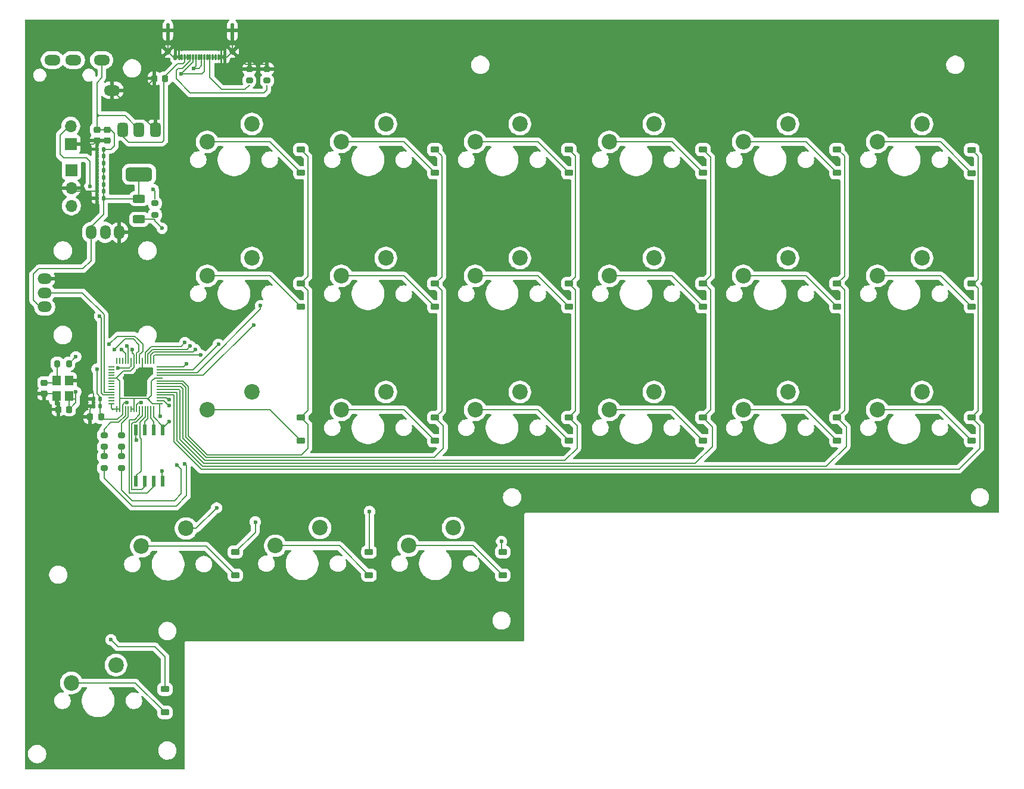
<source format=gtl>
%TF.GenerationSoftware,KiCad,Pcbnew,9.0.0*%
%TF.CreationDate,2025-03-25T01:57:00+09:00*%
%TF.ProjectId,keyboardR,6b657962-6f61-4726-9452-2e6b69636164,rev?*%
%TF.SameCoordinates,Original*%
%TF.FileFunction,Copper,L1,Top*%
%TF.FilePolarity,Positive*%
%FSLAX46Y46*%
G04 Gerber Fmt 4.6, Leading zero omitted, Abs format (unit mm)*
G04 Created by KiCad (PCBNEW 9.0.0) date 2025-03-25 01:57:00*
%MOMM*%
%LPD*%
G01*
G04 APERTURE LIST*
G04 Aperture macros list*
%AMRoundRect*
0 Rectangle with rounded corners*
0 $1 Rounding radius*
0 $2 $3 $4 $5 $6 $7 $8 $9 X,Y pos of 4 corners*
0 Add a 4 corners polygon primitive as box body*
4,1,4,$2,$3,$4,$5,$6,$7,$8,$9,$2,$3,0*
0 Add four circle primitives for the rounded corners*
1,1,$1+$1,$2,$3*
1,1,$1+$1,$4,$5*
1,1,$1+$1,$6,$7*
1,1,$1+$1,$8,$9*
0 Add four rect primitives between the rounded corners*
20,1,$1+$1,$2,$3,$4,$5,0*
20,1,$1+$1,$4,$5,$6,$7,0*
20,1,$1+$1,$6,$7,$8,$9,0*
20,1,$1+$1,$8,$9,$2,$3,0*%
G04 Aperture macros list end*
%TA.AperFunction,SMDPad,CuDef*%
%ADD10R,1.200000X1.400000*%
%TD*%
%TA.AperFunction,SMDPad,CuDef*%
%ADD11RoundRect,0.200000X-0.275000X0.200000X-0.275000X-0.200000X0.275000X-0.200000X0.275000X0.200000X0*%
%TD*%
%TA.AperFunction,SMDPad,CuDef*%
%ADD12RoundRect,0.200000X-0.200000X-0.275000X0.200000X-0.275000X0.200000X0.275000X-0.200000X0.275000X0*%
%TD*%
%TA.AperFunction,SMDPad,CuDef*%
%ADD13RoundRect,0.200000X0.275000X-0.200000X0.275000X0.200000X-0.275000X0.200000X-0.275000X-0.200000X0*%
%TD*%
%TA.AperFunction,ComponentPad*%
%ADD14O,2.300000X1.500000*%
%TD*%
%TA.AperFunction,ComponentPad*%
%ADD15R,1.700000X1.700000*%
%TD*%
%TA.AperFunction,ComponentPad*%
%ADD16O,1.700000X1.700000*%
%TD*%
%TA.AperFunction,SMDPad,CuDef*%
%ADD17RoundRect,0.225000X0.250000X-0.225000X0.250000X0.225000X-0.250000X0.225000X-0.250000X-0.225000X0*%
%TD*%
%TA.AperFunction,SMDPad,CuDef*%
%ADD18RoundRect,0.225000X-0.225000X-0.250000X0.225000X-0.250000X0.225000X0.250000X-0.225000X0.250000X0*%
%TD*%
%TA.AperFunction,SMDPad,CuDef*%
%ADD19RoundRect,0.225000X0.375000X-0.225000X0.375000X0.225000X-0.375000X0.225000X-0.375000X-0.225000X0*%
%TD*%
%TA.AperFunction,ComponentPad*%
%ADD20C,2.200000*%
%TD*%
%TA.AperFunction,SMDPad,CuDef*%
%ADD21RoundRect,0.250000X0.625000X-0.312500X0.625000X0.312500X-0.625000X0.312500X-0.625000X-0.312500X0*%
%TD*%
%TA.AperFunction,SMDPad,CuDef*%
%ADD22RoundRect,0.140000X0.140000X0.170000X-0.140000X0.170000X-0.140000X-0.170000X0.140000X-0.170000X0*%
%TD*%
%TA.AperFunction,ComponentPad*%
%ADD23O,2.000000X1.500000*%
%TD*%
%TA.AperFunction,ComponentPad*%
%ADD24O,1.500000X2.000000*%
%TD*%
%TA.AperFunction,SMDPad,CuDef*%
%ADD25RoundRect,0.375000X-0.375000X0.625000X-0.375000X-0.625000X0.375000X-0.625000X0.375000X0.625000X0*%
%TD*%
%TA.AperFunction,SMDPad,CuDef*%
%ADD26RoundRect,0.500000X-1.400000X0.500000X-1.400000X-0.500000X1.400000X-0.500000X1.400000X0.500000X0*%
%TD*%
%TA.AperFunction,SMDPad,CuDef*%
%ADD27R,0.533400X1.524000*%
%TD*%
%TA.AperFunction,SMDPad,CuDef*%
%ADD28RoundRect,0.225000X-0.250000X0.225000X-0.250000X-0.225000X0.250000X-0.225000X0.250000X0.225000X0*%
%TD*%
%TA.AperFunction,SMDPad,CuDef*%
%ADD29RoundRect,0.070000X0.070000X0.345000X-0.070000X0.345000X-0.070000X-0.345000X0.070000X-0.345000X0*%
%TD*%
%TA.AperFunction,SMDPad,CuDef*%
%ADD30RoundRect,0.112500X0.112500X0.302500X-0.112500X0.302500X-0.112500X-0.302500X0.112500X-0.302500X0*%
%TD*%
%TA.AperFunction,HeatsinkPad*%
%ADD31C,0.850000*%
%TD*%
%TA.AperFunction,HeatsinkPad*%
%ADD32O,0.550000X2.050000*%
%TD*%
%TA.AperFunction,SMDPad,CuDef*%
%ADD33RoundRect,0.050000X0.387500X0.050000X-0.387500X0.050000X-0.387500X-0.050000X0.387500X-0.050000X0*%
%TD*%
%TA.AperFunction,SMDPad,CuDef*%
%ADD34RoundRect,0.050000X0.050000X0.387500X-0.050000X0.387500X-0.050000X-0.387500X0.050000X-0.387500X0*%
%TD*%
%TA.AperFunction,HeatsinkPad*%
%ADD35R,3.200000X3.200000*%
%TD*%
%TA.AperFunction,SMDPad,CuDef*%
%ADD36RoundRect,0.225000X0.225000X0.250000X-0.225000X0.250000X-0.225000X-0.250000X0.225000X-0.250000X0*%
%TD*%
%TA.AperFunction,ViaPad*%
%ADD37C,0.600000*%
%TD*%
%TA.AperFunction,Conductor*%
%ADD38C,0.200000*%
%TD*%
G04 APERTURE END LIST*
D10*
%TO.P,Y1,1,1*%
%TO.N,Net-(C16-Pad2)*%
X82300000Y-95900000D03*
%TO.P,Y1,2,2*%
%TO.N,GND*%
X82300000Y-98100000D03*
%TO.P,Y1,3,3*%
%TO.N,XIN*%
X84000000Y-98100000D03*
%TO.P,Y1,4,4*%
%TO.N,GND*%
X84000000Y-95900000D03*
%TD*%
D11*
%TO.P,R9,1*%
%TO.N,USB_DP*%
X91500000Y-103675000D03*
%TO.P,R9,2*%
%TO.N,Net-(R4-Pad1)*%
X91500000Y-105325000D03*
%TD*%
%TO.P,R8,1*%
%TO.N,USB_DM*%
X89000000Y-103675000D03*
%TO.P,R8,2*%
%TO.N,Net-(R3-Pad1)*%
X89000000Y-105325000D03*
%TD*%
D12*
%TO.P,R7,1*%
%TO.N,Net-(C16-Pad2)*%
X82350000Y-93500000D03*
%TO.P,R7,2*%
%TO.N,XOUT*%
X84000000Y-93500000D03*
%TD*%
D13*
%TO.P,R6,1*%
%TO.N,QSPI_SS*%
X96234762Y-72325000D03*
%TO.P,R6,2*%
%TO.N,/USB_BOOT*%
X96234762Y-70675000D03*
%TD*%
D11*
%TO.P,R4,1*%
%TO.N,Net-(R4-Pad1)*%
X91500000Y-106675000D03*
%TO.P,R4,2*%
%TO.N,Net-(J1-D+-PadA6)*%
X91500000Y-108325000D03*
%TD*%
%TO.P,R3,1*%
%TO.N,Net-(R3-Pad1)*%
X89000000Y-106675000D03*
%TO.P,R3,2*%
%TO.N,Net-(J1-D--PadA7)*%
X89000000Y-108325000D03*
%TD*%
%TO.P,R2,1*%
%TO.N,GND*%
X112163762Y-51599000D03*
%TO.P,R2,2*%
%TO.N,Net-(J1-CC2)*%
X112163762Y-53249000D03*
%TD*%
%TO.P,R1,1*%
%TO.N,GND*%
X109663762Y-51599000D03*
%TO.P,R1,2*%
%TO.N,Net-(J1-CC1)*%
X109663762Y-53249000D03*
%TD*%
D14*
%TO.P,J4,R1*%
%TO.N,GPIO1*%
X84663762Y-50324000D03*
%TO.P,J4,R2*%
%TO.N,GPIO0*%
X81663762Y-50324000D03*
%TO.P,J4,S*%
%TO.N,GND*%
X90163762Y-54624000D03*
%TO.P,J4,T*%
%TO.N,+3.3V*%
X88663762Y-50324000D03*
%TD*%
D15*
%TO.P,J3,1,Pin_1*%
%TO.N,GND*%
X84265238Y-62275000D03*
D16*
%TO.P,J3,2,Pin_2*%
%TO.N,/USB_BOOT*%
X84265238Y-59735000D03*
%TD*%
D15*
%TO.P,J2,1,Pin_1*%
%TO.N,Net-(J2-Pin_1)*%
X84365238Y-65975000D03*
D16*
%TO.P,J2,2,Pin_2*%
%TO.N,GND*%
X84365238Y-68515000D03*
%TO.P,J2,3,Pin_3*%
%TO.N,Net-(J2-Pin_3)*%
X84365238Y-71055000D03*
%TD*%
D17*
%TO.P,C16,1*%
%TO.N,GND*%
X80500000Y-97775000D03*
%TO.P,C16,2*%
%TO.N,Net-(C16-Pad2)*%
X80500000Y-96225000D03*
%TD*%
D18*
%TO.P,C15,1*%
%TO.N,GND*%
X82500000Y-100000000D03*
%TO.P,C15,2*%
%TO.N,XIN*%
X84050000Y-100000000D03*
%TD*%
D19*
%TO.P,D12,1,K*%
%TO.N,Net-(D12-K)*%
X116983762Y-85399000D03*
%TO.P,D12,2,A*%
%TO.N,col6*%
X116983762Y-82099000D03*
%TD*%
%TO.P,D9,1,K*%
%TO.N,Net-(D9-K)*%
X174133762Y-85399000D03*
%TO.P,D9,2,A*%
%TO.N,col3*%
X174133762Y-82099000D03*
%TD*%
D20*
%TO.P,SW12,1,A*%
%TO.N,row2*%
X110013762Y-78474000D03*
%TO.P,SW12,2,B*%
%TO.N,Net-(D12-K)*%
X103663762Y-81014000D03*
%TD*%
D21*
%TO.P,R5,1*%
%TO.N,QSPI_SS*%
X93984762Y-72962500D03*
%TO.P,R5,2*%
%TO.N,+3.3V*%
X93984762Y-70037500D03*
%TD*%
D19*
%TO.P,D6,1,K*%
%TO.N,Net-(D6-K)*%
X116983762Y-66349000D03*
%TO.P,D6,2,A*%
%TO.N,col6*%
X116983762Y-63049000D03*
%TD*%
D20*
%TO.P,SW14,1,A*%
%TO.N,row3*%
X186213762Y-97524000D03*
%TO.P,SW14,2,B*%
%TO.N,Net-(D14-K)*%
X179863762Y-100064000D03*
%TD*%
D19*
%TO.P,D20,1,K*%
%TO.N,Net-(D20-K)*%
X126663762Y-123574000D03*
%TO.P,D20,2,A*%
%TO.N,colX2*%
X126663762Y-120274000D03*
%TD*%
%TO.P,D3,1,K*%
%TO.N,Net-(D3-K)*%
X174133762Y-66349000D03*
%TO.P,D3,2,A*%
%TO.N,col3*%
X174133762Y-63049000D03*
%TD*%
D22*
%TO.P,C11,1*%
%TO.N,+1V1*%
X88480000Y-99500000D03*
%TO.P,C11,2*%
%TO.N,GND*%
X87520000Y-99500000D03*
%TD*%
D23*
%TO.P,J5,1,Pin_1*%
%TO.N,GND*%
X80563762Y-81424000D03*
D24*
X91163762Y-74824000D03*
D23*
%TO.P,J5,2,Pin_2*%
%TO.N,GPIO26*%
X80563762Y-83424000D03*
%TO.P,J5,3,Pin_3*%
%TO.N,+3.3V*%
X80563762Y-85424000D03*
D24*
X87163762Y-74824000D03*
%TO.P,J5,4,Pin_4*%
%TO.N,GPIO27*%
X89163762Y-74824000D03*
%TD*%
D20*
%TO.P,SW18,1,A*%
%TO.N,row3*%
X110013762Y-97524000D03*
%TO.P,SW18,2,B*%
%TO.N,Net-(D18-K)*%
X103663762Y-100064000D03*
%TD*%
D19*
%TO.P,D13,1,K*%
%TO.N,Net-(D13-K)*%
X212333762Y-104449000D03*
%TO.P,D13,2,A*%
%TO.N,col1*%
X212333762Y-101149000D03*
%TD*%
D25*
%TO.P,U2,1,GND*%
%TO.N,GND*%
X96284762Y-60274000D03*
%TO.P,U2,2,VO*%
%TO.N,+3.3V*%
X93984762Y-60274000D03*
D26*
X93984762Y-66574000D03*
D25*
%TO.P,U2,3,VI*%
%TO.N,VBUS*%
X91684762Y-60274000D03*
%TD*%
D19*
%TO.P,D1,1,K*%
%TO.N,Net-(D1-K)*%
X212333762Y-66394000D03*
%TO.P,D1,2,A*%
%TO.N,col1*%
X212333762Y-63094000D03*
%TD*%
D27*
%TO.P,U3,1,~{CS}*%
%TO.N,QSPI_SS*%
X97356464Y-102901207D03*
%TO.P,U3,2,DO(IO1)*%
%TO.N,QSPI_SD1*%
X96086464Y-102901207D03*
%TO.P,U3,3,IO2*%
%TO.N,QSPI_SD2*%
X94816464Y-102901207D03*
%TO.P,U3,4,GND*%
%TO.N,GND*%
X93546464Y-102901207D03*
%TO.P,U3,5,DI(IO0)*%
%TO.N,QSPI_SD0*%
X93546464Y-110191007D03*
%TO.P,U3,6,CLK*%
%TO.N,QSPI_SCLK*%
X94816464Y-110191007D03*
%TO.P,U3,7,IO3*%
%TO.N,QSPI_SD3*%
X96086464Y-110191007D03*
%TO.P,U3,8,VCC*%
%TO.N,+3.3V*%
X97356464Y-110191007D03*
%TD*%
D20*
%TO.P,SW17,1,A*%
%TO.N,row3*%
X129063762Y-97524000D03*
%TO.P,SW17,2,B*%
%TO.N,Net-(D17-K)*%
X122713762Y-100064000D03*
%TD*%
D28*
%TO.P,C10,1*%
%TO.N,+3.3V*%
X87984762Y-60225000D03*
%TO.P,C10,2*%
%TO.N,GND*%
X87984762Y-61775000D03*
%TD*%
D19*
%TO.P,D21,1,K*%
%TO.N,Net-(D21-K)*%
X107663762Y-123574000D03*
%TO.P,D21,2,A*%
%TO.N,colX3*%
X107663762Y-120274000D03*
%TD*%
D20*
%TO.P,SW20,1,A*%
%TO.N,rowX*%
X119703762Y-116844000D03*
%TO.P,SW20,2,B*%
%TO.N,Net-(D20-K)*%
X113353762Y-119384000D03*
%TD*%
%TO.P,SW1,1,A*%
%TO.N,row1*%
X205263762Y-59424000D03*
%TO.P,SW1,2,B*%
%TO.N,Net-(D1-K)*%
X198913762Y-61964000D03*
%TD*%
D22*
%TO.P,C4,1*%
%TO.N,+3.3V*%
X88964762Y-67000000D03*
%TO.P,C4,2*%
%TO.N,GND*%
X88004762Y-67000000D03*
%TD*%
D29*
%TO.P,J1,A1,GND*%
%TO.N,GND*%
X105663762Y-49874000D03*
%TO.P,J1,A4,VBUS*%
%TO.N,VBUS*%
X104863762Y-49874000D03*
%TO.P,J1,A5,CC1*%
%TO.N,Net-(J1-CC1)*%
X104063762Y-49874000D03*
%TO.P,J1,A6,D+*%
%TO.N,Net-(J1-D+-PadA6)*%
X103263762Y-49874000D03*
%TO.P,J1,A7,D-*%
%TO.N,Net-(J1-D--PadA7)*%
X102863762Y-49874000D03*
%TO.P,J1,A8,SBU1*%
%TO.N,unconnected-(J1-SBU1-PadA8)*%
X102463762Y-49874000D03*
%TO.P,J1,A9,VBUS*%
%TO.N,VBUS*%
X100863762Y-49874000D03*
%TO.P,J1,A12,GND*%
%TO.N,GND*%
X100063762Y-49874000D03*
%TO.P,J1,B1,GND*%
X99663762Y-49874000D03*
%TO.P,J1,B4,VBUS*%
%TO.N,VBUS*%
X100463762Y-49874000D03*
%TO.P,J1,B5,CC2*%
%TO.N,Net-(J1-CC2)*%
X101263762Y-49874000D03*
%TO.P,J1,B6,D+*%
%TO.N,Net-(J1-D+-PadA6)*%
X101663762Y-49874000D03*
%TO.P,J1,B7,D-*%
%TO.N,Net-(J1-D--PadA7)*%
X102063762Y-49874000D03*
%TO.P,J1,B8,SBU2*%
%TO.N,unconnected-(J1-SBU2-PadB8)*%
X103663762Y-49874000D03*
%TO.P,J1,B9,VBUS*%
%TO.N,VBUS*%
X104463762Y-49874000D03*
%TO.P,J1,B12,GND*%
%TO.N,GND*%
X105263762Y-49874000D03*
D30*
%TO.P,J1,GND,GND*%
X106178762Y-49874000D03*
X99148762Y-49874000D03*
D31*
%TO.P,J1,S1,SHIELD*%
X107258762Y-49114000D03*
D32*
X107258762Y-46134000D03*
D31*
X98068762Y-49114000D03*
D32*
X98068762Y-46134000D03*
%TD*%
D22*
%TO.P,C14,1*%
%TO.N,+3.3V*%
X88964762Y-66000000D03*
%TO.P,C14,2*%
%TO.N,GND*%
X88004762Y-66000000D03*
%TD*%
D20*
%TO.P,SW11,1,A*%
%TO.N,row2*%
X129063762Y-78474000D03*
%TO.P,SW11,2,B*%
%TO.N,Net-(D11-K)*%
X122713762Y-81014000D03*
%TD*%
D19*
%TO.P,D17,1,K*%
%TO.N,Net-(D17-K)*%
X136033762Y-104449000D03*
%TO.P,D17,2,A*%
%TO.N,col5*%
X136033762Y-101149000D03*
%TD*%
%TO.P,D5,1,K*%
%TO.N,Net-(D5-K)*%
X136033762Y-66349000D03*
%TO.P,D5,2,A*%
%TO.N,col5*%
X136033762Y-63049000D03*
%TD*%
%TO.P,D19,1,K*%
%TO.N,Net-(D19-K)*%
X145663762Y-123574000D03*
%TO.P,D19,2,A*%
%TO.N,colX1*%
X145663762Y-120274000D03*
%TD*%
D20*
%TO.P,SW9,1,A*%
%TO.N,row2*%
X167163762Y-78474000D03*
%TO.P,SW9,2,B*%
%TO.N,Net-(D9-K)*%
X160813762Y-81014000D03*
%TD*%
%TO.P,SW10,1,A*%
%TO.N,row2*%
X148113762Y-78474000D03*
%TO.P,SW10,2,B*%
%TO.N,Net-(D10-K)*%
X141763762Y-81014000D03*
%TD*%
D19*
%TO.P,D11,1,K*%
%TO.N,Net-(D11-K)*%
X136033762Y-85399000D03*
%TO.P,D11,2,A*%
%TO.N,col5*%
X136033762Y-82099000D03*
%TD*%
D20*
%TO.P,SW15,1,A*%
%TO.N,row3*%
X167163762Y-97524000D03*
%TO.P,SW15,2,B*%
%TO.N,Net-(D15-K)*%
X160813762Y-100064000D03*
%TD*%
D19*
%TO.P,D4,1,K*%
%TO.N,Net-(D4-K)*%
X155083762Y-66349000D03*
%TO.P,D4,2,A*%
%TO.N,col4*%
X155083762Y-63049000D03*
%TD*%
D20*
%TO.P,SW5,1,A*%
%TO.N,row1*%
X129063762Y-59424000D03*
%TO.P,SW5,2,B*%
%TO.N,Net-(D5-K)*%
X122713762Y-61964000D03*
%TD*%
D22*
%TO.P,C6,1*%
%TO.N,+3.3V*%
X88964762Y-69000000D03*
%TO.P,C6,2*%
%TO.N,GND*%
X88004762Y-69000000D03*
%TD*%
D33*
%TO.P,U1,1,IOVDD*%
%TO.N,+3.3V*%
X96887500Y-99150000D03*
%TO.P,U1,2,GPIO0*%
%TO.N,GPIO0*%
X96887500Y-98750000D03*
%TO.P,U1,3,GPIO1*%
%TO.N,GPIO1*%
X96887500Y-98350000D03*
%TO.P,U1,4,GPIO2*%
%TO.N,col1*%
X96887500Y-97950000D03*
%TO.P,U1,5,GPIO3*%
%TO.N,col2*%
X96887500Y-97550000D03*
%TO.P,U1,6,GPIO4*%
%TO.N,col3*%
X96887500Y-97150000D03*
%TO.P,U1,7,GPIO5*%
%TO.N,col4*%
X96887500Y-96750000D03*
%TO.P,U1,8,GPIO6*%
%TO.N,col5*%
X96887500Y-96350000D03*
%TO.P,U1,9,GPIO7*%
%TO.N,col6*%
X96887500Y-95950000D03*
%TO.P,U1,10,IOVDD*%
%TO.N,+3.3V*%
X96887500Y-95550000D03*
%TO.P,U1,11,GPIO8*%
%TO.N,row1*%
X96887500Y-95150000D03*
%TO.P,U1,12,GPIO9*%
%TO.N,row2*%
X96887500Y-94750000D03*
%TO.P,U1,13,GPIO10*%
%TO.N,row3*%
X96887500Y-94350000D03*
%TO.P,U1,14,GPIO11*%
%TO.N,rowX*%
X96887500Y-93950000D03*
D34*
%TO.P,U1,15,GPIO12*%
%TO.N,colX1*%
X96050000Y-93112500D03*
%TO.P,U1,16,GPIO13*%
%TO.N,colX2*%
X95650000Y-93112500D03*
%TO.P,U1,17,GPIO14*%
%TO.N,colX3*%
X95250000Y-93112500D03*
%TO.P,U1,18,GPIO15*%
%TO.N,colX4*%
X94850000Y-93112500D03*
%TO.P,U1,19,TESTEN*%
%TO.N,GND*%
X94450000Y-93112500D03*
%TO.P,U1,20,XIN*%
%TO.N,XIN*%
X94050000Y-93112500D03*
%TO.P,U1,21,XOUT*%
%TO.N,XOUT*%
X93650000Y-93112500D03*
%TO.P,U1,22,IOVDD*%
%TO.N,+3.3V*%
X93250000Y-93112500D03*
%TO.P,U1,23,DVDD*%
%TO.N,+1V1*%
X92850000Y-93112500D03*
%TO.P,U1,24,SWCLK*%
%TO.N,Net-(J2-Pin_3)*%
X92450000Y-93112500D03*
%TO.P,U1,25,SWD*%
%TO.N,Net-(J2-Pin_1)*%
X92050000Y-93112500D03*
%TO.P,U1,26,RUN*%
%TO.N,unconnected-(U1-RUN-Pad26)*%
X91650000Y-93112500D03*
%TO.P,U1,27,GPIO16*%
%TO.N,GPIO16*%
X91250000Y-93112500D03*
%TO.P,U1,28,GPIO17*%
%TO.N,GPIO17*%
X90850000Y-93112500D03*
D33*
%TO.P,U1,29,GPIO18*%
%TO.N,GPIO18*%
X90012500Y-93950000D03*
%TO.P,U1,30,GPIO19*%
%TO.N,GPIO19*%
X90012500Y-94350000D03*
%TO.P,U1,31,GPIO20*%
%TO.N,GPIO20*%
X90012500Y-94750000D03*
%TO.P,U1,32,GPIO21*%
%TO.N,GPIO21*%
X90012500Y-95150000D03*
%TO.P,U1,33,IOVDD*%
%TO.N,+3.3V*%
X90012500Y-95550000D03*
%TO.P,U1,34,GPIO22*%
%TO.N,GPIO22*%
X90012500Y-95950000D03*
%TO.P,U1,35,GPIO23*%
%TO.N,GPIO23*%
X90012500Y-96350000D03*
%TO.P,U1,36,GPIO24*%
%TO.N,GPIO24*%
X90012500Y-96750000D03*
%TO.P,U1,37,GPIO25*%
%TO.N,GPIO25*%
X90012500Y-97150000D03*
%TO.P,U1,38,GPIO26_ADC0*%
%TO.N,GPIO26*%
X90012500Y-97550000D03*
%TO.P,U1,39,GPIO27_ADC1*%
%TO.N,GPIO27*%
X90012500Y-97950000D03*
%TO.P,U1,40,GPIO28_ADC2*%
%TO.N,GPIO28*%
X90012500Y-98350000D03*
%TO.P,U1,41,GPIO29_ADC3*%
%TO.N,GPIO29*%
X90012500Y-98750000D03*
%TO.P,U1,42,IOVDD*%
%TO.N,+3.3V*%
X90012500Y-99150000D03*
D34*
%TO.P,U1,43,ADC_AVDD*%
X90850000Y-99987500D03*
%TO.P,U1,44,VREG_IN*%
X91250000Y-99987500D03*
%TO.P,U1,45,VREG_VOUT*%
%TO.N,+1V1*%
X91650000Y-99987500D03*
%TO.P,U1,46,USB_DM*%
%TO.N,USB_DM*%
X92050000Y-99987500D03*
%TO.P,U1,47,USB_DP*%
%TO.N,USB_DP*%
X92450000Y-99987500D03*
%TO.P,U1,48,USB_VDD*%
%TO.N,+3.3V*%
X92850000Y-99987500D03*
%TO.P,U1,49,IOVDD*%
X93250000Y-99987500D03*
%TO.P,U1,50,DVDD*%
%TO.N,+1V1*%
X93650000Y-99987500D03*
%TO.P,U1,51,QSPI_SD3*%
%TO.N,QSPI_SD3*%
X94050000Y-99987500D03*
%TO.P,U1,52,QSPI_SCLK*%
%TO.N,QSPI_SCLK*%
X94450000Y-99987500D03*
%TO.P,U1,53,QSPI_SD0*%
%TO.N,QSPI_SD0*%
X94850000Y-99987500D03*
%TO.P,U1,54,QSPI_SD2*%
%TO.N,QSPI_SD2*%
X95250000Y-99987500D03*
%TO.P,U1,55,QSPI_SD1*%
%TO.N,QSPI_SD1*%
X95650000Y-99987500D03*
%TO.P,U1,56,QSPI_SS*%
%TO.N,QSPI_SS*%
X96050000Y-99987500D03*
D35*
%TO.P,U1,57,GND*%
%TO.N,GND*%
X93450000Y-96550000D03*
%TD*%
D19*
%TO.P,D7,1,K*%
%TO.N,Net-(D7-K)*%
X212333762Y-85399000D03*
%TO.P,D7,2,A*%
%TO.N,col1*%
X212333762Y-82099000D03*
%TD*%
D20*
%TO.P,SW13,1,A*%
%TO.N,row3*%
X205263762Y-97524000D03*
%TO.P,SW13,2,B*%
%TO.N,Net-(D13-K)*%
X198913762Y-100064000D03*
%TD*%
D19*
%TO.P,D18,1,K*%
%TO.N,Net-(D18-K)*%
X116983762Y-104449000D03*
%TO.P,D18,2,A*%
%TO.N,col6*%
X116983762Y-101149000D03*
%TD*%
%TO.P,D15,1,K*%
%TO.N,Net-(D15-K)*%
X174133762Y-104449000D03*
%TO.P,D15,2,A*%
%TO.N,col3*%
X174133762Y-101149000D03*
%TD*%
D20*
%TO.P,SW2,1,A*%
%TO.N,row1*%
X186213762Y-59424000D03*
%TO.P,SW2,2,B*%
%TO.N,Net-(D2-K)*%
X179863762Y-61964000D03*
%TD*%
D22*
%TO.P,C12,1*%
%TO.N,+1V1*%
X88480000Y-98500000D03*
%TO.P,C12,2*%
%TO.N,GND*%
X87520000Y-98500000D03*
%TD*%
D19*
%TO.P,D8,1,K*%
%TO.N,Net-(D8-K)*%
X193183762Y-85399000D03*
%TO.P,D8,2,A*%
%TO.N,col2*%
X193183762Y-82099000D03*
%TD*%
%TO.P,D2,1,K*%
%TO.N,Net-(D2-K)*%
X193183762Y-66349000D03*
%TO.P,D2,2,A*%
%TO.N,col2*%
X193183762Y-63049000D03*
%TD*%
D20*
%TO.P,SW3,1,A*%
%TO.N,row1*%
X167163762Y-59424000D03*
%TO.P,SW3,2,B*%
%TO.N,Net-(D3-K)*%
X160813762Y-61964000D03*
%TD*%
D28*
%TO.P,C2,1*%
%TO.N,+3.3V*%
X89484762Y-60225000D03*
%TO.P,C2,2*%
%TO.N,GND*%
X89484762Y-61775000D03*
%TD*%
D22*
%TO.P,C9,1*%
%TO.N,+3.3V*%
X88964762Y-64000000D03*
%TO.P,C9,2*%
%TO.N,GND*%
X88004762Y-64000000D03*
%TD*%
D20*
%TO.P,SW4,1,A*%
%TO.N,row1*%
X148113762Y-59424000D03*
%TO.P,SW4,2,B*%
%TO.N,Net-(D4-K)*%
X141763762Y-61964000D03*
%TD*%
%TO.P,SW6,1,A*%
%TO.N,row1*%
X110013762Y-59424000D03*
%TO.P,SW6,2,B*%
%TO.N,Net-(D6-K)*%
X103663762Y-61964000D03*
%TD*%
%TO.P,SW8,1,A*%
%TO.N,row2*%
X186213762Y-78474000D03*
%TO.P,SW8,2,B*%
%TO.N,Net-(D8-K)*%
X179863762Y-81014000D03*
%TD*%
D36*
%TO.P,C13,1*%
%TO.N,+1V1*%
X88576000Y-101076000D03*
%TO.P,C13,2*%
%TO.N,GND*%
X87026000Y-101076000D03*
%TD*%
D22*
%TO.P,C8,1*%
%TO.N,+3.3V*%
X88964762Y-68000000D03*
%TO.P,C8,2*%
%TO.N,GND*%
X88004762Y-68000000D03*
%TD*%
D19*
%TO.P,D22,1,K*%
%TO.N,Net-(D22-K)*%
X97663762Y-143074000D03*
%TO.P,D22,2,A*%
%TO.N,colX4*%
X97663762Y-139774000D03*
%TD*%
D22*
%TO.P,C3,1*%
%TO.N,+3.3V*%
X88964762Y-63000000D03*
%TO.P,C3,2*%
%TO.N,GND*%
X88004762Y-63000000D03*
%TD*%
D36*
%TO.P,C1,1*%
%TO.N,VBUS*%
X97713762Y-52924000D03*
%TO.P,C1,2*%
%TO.N,GND*%
X96163762Y-52924000D03*
%TD*%
D20*
%TO.P,SW22,1,A*%
%TO.N,rowX*%
X90703762Y-136344000D03*
%TO.P,SW22,2,B*%
%TO.N,Net-(D22-K)*%
X84353762Y-138884000D03*
%TD*%
D19*
%TO.P,D16,1,K*%
%TO.N,Net-(D16-K)*%
X155083762Y-104449000D03*
%TO.P,D16,2,A*%
%TO.N,col4*%
X155083762Y-101149000D03*
%TD*%
%TO.P,D10,1,K*%
%TO.N,Net-(D10-K)*%
X155083762Y-85399000D03*
%TO.P,D10,2,A*%
%TO.N,col4*%
X155083762Y-82099000D03*
%TD*%
%TO.P,D14,1,K*%
%TO.N,Net-(D14-K)*%
X193183762Y-104449000D03*
%TO.P,D14,2,A*%
%TO.N,col2*%
X193183762Y-101149000D03*
%TD*%
D22*
%TO.P,C5,1*%
%TO.N,+3.3V*%
X88964762Y-70000000D03*
%TO.P,C5,2*%
%TO.N,GND*%
X88004762Y-70000000D03*
%TD*%
D20*
%TO.P,SW19,1,A*%
%TO.N,rowX*%
X138623762Y-116844000D03*
%TO.P,SW19,2,B*%
%TO.N,Net-(D19-K)*%
X132273762Y-119384000D03*
%TD*%
%TO.P,SW7,1,A*%
%TO.N,row2*%
X205263762Y-78474000D03*
%TO.P,SW7,2,B*%
%TO.N,Net-(D7-K)*%
X198913762Y-81014000D03*
%TD*%
%TO.P,SW16,1,A*%
%TO.N,row3*%
X148113762Y-97524000D03*
%TO.P,SW16,2,B*%
%TO.N,Net-(D16-K)*%
X141763762Y-100064000D03*
%TD*%
%TO.P,SW21,1,A*%
%TO.N,rowX*%
X100663762Y-116924000D03*
%TO.P,SW21,2,B*%
%TO.N,Net-(D21-K)*%
X94313762Y-119464000D03*
%TD*%
D22*
%TO.P,C7,1*%
%TO.N,+3.3V*%
X88964762Y-65000000D03*
%TO.P,C7,2*%
%TO.N,GND*%
X88004762Y-65000000D03*
%TD*%
D37*
%TO.N,XIN*%
X85000000Y-97500000D03*
%TO.N,XOUT*%
X85000000Y-92500000D03*
%TO.N,GND*%
X121500000Y-87500000D03*
X166750000Y-50250000D03*
X91250000Y-83000000D03*
X194250000Y-60750000D03*
X149500000Y-105250000D03*
X87000000Y-102250000D03*
X208500000Y-106750000D03*
X197500000Y-90500000D03*
X81750000Y-117500000D03*
X93750000Y-94500000D03*
X104750000Y-87250000D03*
X169000000Y-104750000D03*
X160750000Y-86750000D03*
X102500000Y-58500000D03*
X96250000Y-147750000D03*
X129750000Y-104750000D03*
X87250000Y-97500000D03*
X90750000Y-72000000D03*
X127750000Y-67250000D03*
X209000000Y-47000000D03*
X80000000Y-135500000D03*
X169000000Y-67250000D03*
X188000000Y-106000000D03*
X208750000Y-72750000D03*
X101750000Y-127000000D03*
X181500000Y-87250000D03*
X119750000Y-48750000D03*
X146500000Y-88250000D03*
X141500000Y-68000000D03*
X138750000Y-125750000D03*
X93583632Y-104379514D03*
X96284762Y-60274000D03*
X104500000Y-68500000D03*
X114000000Y-73000000D03*
X123000000Y-130750000D03*
X179500000Y-67250000D03*
%TO.N,+3.3V*%
X97000000Y-101000000D03*
X93050721Y-91450002D03*
X97250000Y-108750000D03*
%TO.N,+1V1*%
X92273367Y-99055880D03*
X91009999Y-94091780D03*
X94252472Y-99055880D03*
X88000000Y-94250000D03*
%TO.N,XIN*%
X89750000Y-90750000D03*
%TO.N,XOUT*%
X90500000Y-91500000D03*
%TO.N,Net-(J1-D+-PadA6)*%
X99375000Y-107875000D03*
X99948890Y-52301110D03*
%TO.N,Net-(J1-D--PadA7)*%
X101750000Y-51500000D03*
X100500000Y-107750000D03*
%TO.N,Net-(J2-Pin_1)*%
X91500000Y-91500000D03*
%TO.N,/USB_BOOT*%
X87000000Y-68250000D03*
X96000000Y-68750000D03*
%TO.N,GPIO27*%
X88357926Y-86732865D03*
%TO.N,colX1*%
X102750000Y-92250000D03*
X145500000Y-118750000D03*
%TO.N,colX2*%
X126750000Y-114500000D03*
X102000000Y-91500000D03*
%TO.N,colX3*%
X110500000Y-116000000D03*
X101250000Y-91000000D03*
%TO.N,QSPI_SS*%
X97250000Y-74250000D03*
X98250000Y-101750000D03*
%TO.N,row1*%
X110250000Y-88000000D03*
%TO.N,row2*%
X111250000Y-85250000D03*
%TO.N,row3*%
X105250000Y-90750000D03*
%TO.N,Net-(J2-Pin_3)*%
X92250000Y-91000000D03*
%TO.N,GPIO1*%
X98299695Y-98571043D03*
%TO.N,GPIO0*%
X98275079Y-99403876D03*
%TO.N,colX4*%
X90000000Y-132750000D03*
X100500000Y-90500000D03*
%TO.N,rowX*%
X100750000Y-93500000D03*
X105000000Y-114000000D03*
%TD*%
D38*
%TO.N,XIN*%
X85000000Y-99050000D02*
X85000000Y-98500000D01*
X84000000Y-98100000D02*
X84400000Y-98500000D01*
X84400000Y-98500000D02*
X85000000Y-98500000D01*
X84050000Y-100000000D02*
X85000000Y-99050000D01*
X85000000Y-98500000D02*
X85000000Y-97500000D01*
%TO.N,GND*%
X82500000Y-100000000D02*
X82500000Y-98300000D01*
X82500000Y-98300000D02*
X82300000Y-98100000D01*
%TO.N,XIN*%
X84050000Y-100000000D02*
X84050000Y-98150000D01*
X84050000Y-98150000D02*
X84000000Y-98100000D01*
%TO.N,GND*%
X80500000Y-97775000D02*
X81975000Y-97775000D01*
X81975000Y-97775000D02*
X82300000Y-98100000D01*
%TO.N,Net-(C16-Pad2)*%
X82300000Y-95900000D02*
X81975000Y-96225000D01*
X81975000Y-96225000D02*
X80500000Y-96225000D01*
X82350000Y-93500000D02*
X82350000Y-95850000D01*
X82350000Y-95850000D02*
X82300000Y-95900000D01*
%TO.N,XOUT*%
X84000000Y-93500000D02*
X85000000Y-92500000D01*
%TO.N,Net-(J1-D--PadA7)*%
X89000000Y-108325000D02*
X89000000Y-109750000D01*
X93000000Y-113750000D02*
X99250000Y-113750000D01*
X89000000Y-109750000D02*
X93000000Y-113750000D01*
X99250000Y-113750000D02*
X100750000Y-112250000D01*
X100750000Y-112250000D02*
X100750000Y-108000000D01*
X100750000Y-108000000D02*
X100500000Y-107750000D01*
%TO.N,Net-(J1-D+-PadA6)*%
X91500000Y-108325000D02*
X91500000Y-111500000D01*
%TO.N,Net-(R4-Pad1)*%
X91500000Y-106675000D02*
X91500000Y-105325000D01*
%TO.N,Net-(R3-Pad1)*%
X89000000Y-105325000D02*
X89000000Y-106675000D01*
%TO.N,USB_DM*%
X89000000Y-103675000D02*
X89000000Y-102803435D01*
X89000000Y-102803435D02*
X89978435Y-101825000D01*
X89978435Y-101825000D02*
X91095504Y-101825000D01*
X91095504Y-101825000D02*
X92050000Y-100870504D01*
X92050000Y-100870504D02*
X92050000Y-99987500D01*
%TO.N,USB_DP*%
X92450000Y-101036191D02*
X91493095Y-101993095D01*
X91500000Y-103675000D02*
X91493095Y-103668095D01*
X91493095Y-103668095D02*
X91493095Y-101993095D01*
%TO.N,+3.3V*%
X87984762Y-58250000D02*
X87984762Y-53515238D01*
X87984762Y-53515238D02*
X88663762Y-52836238D01*
X88663762Y-52836238D02*
X88663762Y-50324000D01*
%TO.N,GND*%
X90163762Y-54624000D02*
X91213762Y-55674000D01*
X91213762Y-55674000D02*
X93413762Y-55674000D01*
%TO.N,VBUS*%
X97713762Y-52646173D02*
X97713762Y-52924000D01*
X97500000Y-53137762D02*
X97713762Y-52924000D01*
X99470706Y-50889229D02*
X97713762Y-52646173D01*
X91684762Y-60274000D02*
X91684762Y-61184762D01*
X104463762Y-49874000D02*
X104863762Y-49874000D01*
X100205075Y-50889229D02*
X99470706Y-50889229D01*
X97250000Y-62000000D02*
X97500000Y-61750000D01*
X100463762Y-49874000D02*
X100463762Y-50630542D01*
X100463762Y-50630542D02*
X100205075Y-50889229D01*
X100463762Y-49874000D02*
X100863762Y-49874000D01*
X92500000Y-62000000D02*
X97250000Y-62000000D01*
X97500000Y-61750000D02*
X97500000Y-53137762D01*
X91684762Y-61184762D02*
X92500000Y-62000000D01*
%TO.N,GND*%
X87984762Y-61775000D02*
X87984762Y-62980000D01*
X93750000Y-96250000D02*
X93450000Y-96550000D01*
X87520000Y-98500000D02*
X87520000Y-97770000D01*
X98828762Y-49874000D02*
X98068762Y-49114000D01*
X93750000Y-94500000D02*
X93750000Y-96250000D01*
X93413762Y-55674000D02*
X93413762Y-57403000D01*
X105263762Y-49874000D02*
X106178762Y-49874000D01*
X91163762Y-72413762D02*
X90750000Y-72000000D01*
X99148762Y-49874000D02*
X98828762Y-49874000D01*
X93413762Y-55674000D02*
X96163762Y-52924000D01*
X84365238Y-68515000D02*
X84850238Y-69000000D01*
X107258762Y-49114000D02*
X107258762Y-46134000D01*
X91163762Y-74824000D02*
X91163762Y-72413762D01*
X87026000Y-99994000D02*
X87520000Y-99500000D01*
X87026000Y-101076000D02*
X87026000Y-99994000D01*
X87984762Y-61775000D02*
X89484762Y-61775000D01*
X88004762Y-70000000D02*
X88004762Y-63000000D01*
X84850238Y-69000000D02*
X88004762Y-69000000D01*
X93546464Y-104342346D02*
X93583632Y-104379514D01*
X87520000Y-97770000D02*
X87250000Y-97500000D01*
X93413762Y-57403000D02*
X96284762Y-60274000D01*
X91163762Y-79836238D02*
X91163762Y-74824000D01*
X96163762Y-51019000D02*
X98068762Y-49114000D01*
X94450000Y-95550000D02*
X94450000Y-93112500D01*
X96163762Y-52924000D02*
X96163762Y-51019000D01*
X84265238Y-62275000D02*
X87484762Y-62275000D01*
X87000000Y-102250000D02*
X87000000Y-101102000D01*
X106498762Y-49874000D02*
X107258762Y-49114000D01*
X98068762Y-46134000D02*
X98068762Y-49114000D01*
X89576000Y-81424000D02*
X91163762Y-79836238D01*
X100063762Y-49874000D02*
X99148762Y-49874000D01*
X93450000Y-96550000D02*
X94450000Y-95550000D01*
X87484762Y-62275000D02*
X87984762Y-61775000D01*
X112163762Y-50961500D02*
X109663762Y-50961500D01*
X106178762Y-49874000D02*
X106498762Y-49874000D01*
X87000000Y-101102000D02*
X87026000Y-101076000D01*
X87984762Y-62980000D02*
X88004762Y-63000000D01*
X109663762Y-50961500D02*
X109106262Y-50961500D01*
X109106262Y-50961500D02*
X107258762Y-49114000D01*
X87520000Y-98500000D02*
X87520000Y-99500000D01*
X93546464Y-102901207D02*
X93546464Y-104342346D01*
X80563762Y-81424000D02*
X89576000Y-81424000D01*
%TO.N,+3.3V*%
X95900000Y-99150000D02*
X95250000Y-98500000D01*
X90012500Y-99150000D02*
X90012500Y-99762500D01*
X91250000Y-96000000D02*
X91250000Y-98250000D01*
X91250000Y-99987500D02*
X91250000Y-99500000D01*
X91250000Y-98500000D02*
X91250000Y-98250000D01*
X79924000Y-85424000D02*
X80563762Y-85424000D01*
X87984762Y-58250000D02*
X88250000Y-58250000D01*
X96887500Y-99150000D02*
X96887500Y-100887500D01*
X95250000Y-98500000D02*
X95750000Y-98000000D01*
X79000000Y-84500000D02*
X79924000Y-85424000D01*
X93250000Y-99987500D02*
X93250000Y-98450000D01*
X91750000Y-94500000D02*
X92750000Y-94500000D01*
X90012500Y-99762500D02*
X90250000Y-100000000D01*
X86000000Y-80000000D02*
X79750000Y-80000000D01*
X97250000Y-110084543D02*
X97356464Y-110191007D01*
X88964762Y-63000000D02*
X88964762Y-70000000D01*
X88234762Y-58250000D02*
X87984762Y-58500000D01*
X87163762Y-78836238D02*
X86000000Y-80000000D01*
X96887500Y-99150000D02*
X95900000Y-99150000D01*
X96887500Y-100887500D02*
X97000000Y-101000000D01*
X96200000Y-95550000D02*
X96887500Y-95550000D01*
X88964762Y-70000000D02*
X88964762Y-72285238D01*
X79750000Y-80000000D02*
X79000000Y-80750000D01*
X93250000Y-94000000D02*
X93250000Y-93112500D01*
X90850000Y-99987500D02*
X91250000Y-99987500D01*
X93250000Y-93112500D02*
X93250000Y-92204612D01*
X87984762Y-58250000D02*
X87984762Y-58000000D01*
X90800000Y-95450000D02*
X91750000Y-94500000D01*
X89484762Y-60225000D02*
X87984762Y-60225000D01*
X88964762Y-72285238D02*
X87163762Y-74086238D01*
X93250000Y-99987500D02*
X92850000Y-99987500D01*
X89975000Y-60225000D02*
X90500000Y-60750000D01*
X93250000Y-98450000D02*
X91300000Y-98450000D01*
X90262500Y-99987500D02*
X90850000Y-99987500D01*
X90500000Y-62500000D02*
X90000000Y-63000000D01*
X95900000Y-99150000D02*
X95200000Y-98450000D01*
X87163762Y-74824000D02*
X87163762Y-78836238D01*
X90800000Y-95550000D02*
X90800000Y-95450000D01*
X91300000Y-98450000D02*
X91250000Y-98500000D01*
X90800000Y-95550000D02*
X91250000Y-96000000D01*
X95750000Y-98000000D02*
X95750000Y-96000000D01*
X93050721Y-92005333D02*
X93050721Y-91450002D01*
X91250000Y-99500000D02*
X91250000Y-98750000D01*
X89484762Y-60225000D02*
X89975000Y-60225000D01*
X88234762Y-58250000D02*
X87984762Y-58000000D01*
X90012500Y-95550000D02*
X90800000Y-95550000D01*
X88250000Y-58250000D02*
X91960762Y-58250000D01*
X93250000Y-92204612D02*
X93050721Y-92005333D01*
X79000000Y-80750000D02*
X79000000Y-84500000D01*
X92750000Y-94500000D02*
X93250000Y-94000000D01*
X93984762Y-70037500D02*
X89002262Y-70037500D01*
X87984762Y-60225000D02*
X87984762Y-58500000D01*
X89002262Y-70037500D02*
X88964762Y-70000000D01*
X97250000Y-108750000D02*
X97250000Y-110084543D01*
X87163762Y-74086238D02*
X87163762Y-74824000D01*
X95750000Y-96000000D02*
X96200000Y-95550000D01*
X90250000Y-100000000D02*
X90262500Y-99987500D01*
X90000000Y-63000000D02*
X88964762Y-63000000D01*
X93984762Y-70037500D02*
X93984762Y-66574000D01*
X90500000Y-60750000D02*
X90500000Y-62500000D01*
X91960762Y-58250000D02*
X93984762Y-60274000D01*
X91250000Y-98750000D02*
X91250000Y-98500000D01*
X87984762Y-58500000D02*
X87984762Y-58250000D01*
X88250000Y-58250000D02*
X88234762Y-58250000D01*
X90850000Y-99987500D02*
X90850000Y-99650000D01*
X95200000Y-98450000D02*
X93250000Y-98450000D01*
%TO.N,+1V1*%
X91650000Y-99350000D02*
X91944120Y-99055880D01*
X91650000Y-99987500D02*
X91650000Y-100704818D01*
X93944120Y-99055880D02*
X94252472Y-99055880D01*
X92592534Y-94091780D02*
X91009999Y-94091780D01*
X88480000Y-100980000D02*
X88576000Y-101076000D01*
X88480000Y-98230000D02*
X88000000Y-97750000D01*
X88000000Y-97750000D02*
X88000000Y-94250000D01*
X92850000Y-93112500D02*
X92850000Y-93834314D01*
X93650000Y-99350000D02*
X93944120Y-99055880D01*
X91650000Y-99987500D02*
X91650000Y-99350000D01*
X88480000Y-98500000D02*
X88480000Y-99500000D01*
X90930555Y-101424263D02*
X88924263Y-101424263D01*
X92850000Y-93834314D02*
X92717157Y-93967157D01*
X91650000Y-100704818D02*
X90930555Y-101424263D01*
X92717157Y-93967157D02*
X92592534Y-94091780D01*
X91944120Y-99055880D02*
X92273367Y-99055880D01*
X88480000Y-98500000D02*
X88480000Y-98230000D01*
X88924263Y-101424263D02*
X88576000Y-101076000D01*
X93650000Y-99987500D02*
X93650000Y-99350000D01*
X88480000Y-99500000D02*
X88480000Y-100980000D01*
%TO.N,XIN*%
X94050000Y-93112500D02*
X94050000Y-92200000D01*
X94500000Y-91750000D02*
X94250000Y-92000000D01*
X93750000Y-90000000D02*
X94500000Y-90750000D01*
X94050000Y-92200000D02*
X94250000Y-92000000D01*
X92656774Y-89583603D02*
X93333603Y-89583603D01*
X90916397Y-89583603D02*
X92656774Y-89583603D01*
X93333603Y-89583603D02*
X93750000Y-90000000D01*
X89750000Y-90750000D02*
X90916397Y-89583603D01*
X94500000Y-90750000D02*
X94500000Y-91750000D01*
%TO.N,XOUT*%
X93967157Y-91717157D02*
X93650000Y-92034314D01*
X93967157Y-90803182D02*
X93967157Y-91717157D01*
X93650000Y-92034314D02*
X93650000Y-93112500D01*
X90500000Y-91500000D02*
X92000000Y-90000000D01*
X92000000Y-90000000D02*
X93163975Y-90000000D01*
X93163975Y-90000000D02*
X93967157Y-90803182D01*
%TO.N,Net-(D1-K)*%
X207903762Y-61964000D02*
X212333762Y-66394000D01*
X198913762Y-61964000D02*
X207903762Y-61964000D01*
%TO.N,col1*%
X210497961Y-108502039D02*
X213500000Y-105500000D01*
X98895653Y-97950000D02*
X98945653Y-98000000D01*
X213250000Y-82750000D02*
X213250000Y-100232762D01*
X213250000Y-64010238D02*
X212333762Y-63094000D01*
X212599000Y-82099000D02*
X213250000Y-82750000D01*
X213250000Y-81500000D02*
X213250000Y-64010238D01*
X212333762Y-101149000D02*
X213500000Y-102315238D01*
X212651000Y-82099000D02*
X213250000Y-81500000D01*
X213500000Y-102315238D02*
X213500000Y-105500000D01*
X212333762Y-82099000D02*
X212651000Y-82099000D01*
X212333762Y-82099000D02*
X212599000Y-82099000D01*
X96887500Y-97950000D02*
X98895653Y-97950000D01*
X213250000Y-100232762D02*
X212333762Y-101149000D01*
X98945653Y-104599274D02*
X102848418Y-108502039D01*
X102848418Y-108502039D02*
X210497961Y-108502039D01*
X98945653Y-98000000D02*
X98945653Y-104599274D01*
%TO.N,col2*%
X99345653Y-104411338D02*
X103036354Y-108102039D01*
X99345653Y-97550000D02*
X99345653Y-104411338D01*
X193183762Y-101149000D02*
X194500000Y-102465238D01*
X193349000Y-82099000D02*
X194250000Y-83000000D01*
X194250000Y-64000000D02*
X194250000Y-81032762D01*
X194250000Y-100082762D02*
X193183762Y-101149000D01*
X194500000Y-102465238D02*
X194500000Y-105250000D01*
X193183762Y-63049000D02*
X193299000Y-63049000D01*
X103036354Y-108102039D02*
X191647961Y-108102039D01*
X191647961Y-108102039D02*
X194500000Y-105250000D01*
X194250000Y-81032762D02*
X193183762Y-82099000D01*
X194250000Y-83000000D02*
X194250000Y-100082762D01*
X96887500Y-97550000D02*
X99345653Y-97550000D01*
X193299000Y-63049000D02*
X194250000Y-64000000D01*
X193183762Y-82099000D02*
X193349000Y-82099000D01*
%TO.N,Net-(D2-K)*%
X179863762Y-61964000D02*
X188798762Y-61964000D01*
X188798762Y-61964000D02*
X193183762Y-66349000D01*
%TO.N,Net-(D3-K)*%
X160813762Y-61964000D02*
X169748762Y-61964000D01*
X169748762Y-61964000D02*
X174133762Y-66349000D01*
%TO.N,col3*%
X175250000Y-100032762D02*
X174133762Y-101149000D01*
X175250000Y-80982762D02*
X174133762Y-82099000D01*
X175250000Y-64165238D02*
X175250000Y-80982762D01*
X99750000Y-104250000D02*
X103201002Y-107701002D01*
X99650000Y-97150000D02*
X99750000Y-97250000D01*
X174133762Y-63049000D02*
X175250000Y-64165238D01*
X175500000Y-102515238D02*
X175500000Y-105250000D01*
X96887500Y-97150000D02*
X99650000Y-97150000D01*
X103201002Y-107701002D02*
X173048998Y-107701002D01*
X99750000Y-97250000D02*
X99750000Y-104250000D01*
X173048998Y-107701002D02*
X175500000Y-105250000D01*
X174133762Y-82099000D02*
X174349000Y-82099000D01*
X174349000Y-82099000D02*
X175250000Y-83000000D01*
X175250000Y-83000000D02*
X175250000Y-100032762D01*
X174133762Y-101149000D02*
X175500000Y-102515238D01*
%TO.N,Net-(D4-K)*%
X141763762Y-61964000D02*
X150698762Y-61964000D01*
X150698762Y-61964000D02*
X155083762Y-66349000D01*
%TO.N,col4*%
X103336690Y-107250000D02*
X154500000Y-107250000D01*
X155083762Y-63049000D02*
X156000000Y-63965238D01*
X156000000Y-81182762D02*
X155083762Y-82099000D01*
X156000000Y-100250000D02*
X155982762Y-100250000D01*
X99868628Y-96750000D02*
X100200000Y-97081372D01*
X155982762Y-100250000D02*
X155083762Y-101149000D01*
X155083762Y-82099000D02*
X156000000Y-83015238D01*
X100200000Y-104113310D02*
X103336690Y-107250000D01*
X154500000Y-107250000D02*
X156250000Y-105500000D01*
X96887500Y-96750000D02*
X99868628Y-96750000D01*
X100200000Y-97081372D02*
X100200000Y-104113310D01*
X156000000Y-63965238D02*
X156000000Y-81182762D01*
X156000000Y-83015238D02*
X156000000Y-100250000D01*
X155083762Y-101149000D02*
X156250000Y-102315238D01*
X156250000Y-102315238D02*
X156250000Y-105500000D01*
%TO.N,col5*%
X137250000Y-102365238D02*
X137250000Y-105500000D01*
X137000000Y-83065238D02*
X137000000Y-100182762D01*
X136033762Y-101149000D02*
X137250000Y-102365238D01*
X137000000Y-81132762D02*
X136033762Y-82099000D01*
X137000000Y-64000000D02*
X137000000Y-81132762D01*
X96887500Y-96350000D02*
X100034314Y-96350000D01*
X135912602Y-106837398D02*
X137250000Y-105500000D01*
X137000000Y-100182762D02*
X136033762Y-101149000D01*
X136033762Y-63049000D02*
X136049000Y-63049000D01*
X100600000Y-96915686D02*
X100600000Y-103947624D01*
X100034314Y-96350000D02*
X100600000Y-96915686D01*
X136049000Y-63049000D02*
X137000000Y-64000000D01*
X100600000Y-103947624D02*
X103489774Y-106837398D01*
X103489774Y-106837398D02*
X135912602Y-106837398D01*
X136033762Y-82099000D02*
X137000000Y-83065238D01*
%TO.N,Net-(D5-K)*%
X131648762Y-61964000D02*
X136033762Y-66349000D01*
X122713762Y-61964000D02*
X131648762Y-61964000D01*
%TO.N,Net-(D6-K)*%
X112598762Y-61964000D02*
X116983762Y-66349000D01*
X103663762Y-61964000D02*
X112598762Y-61964000D01*
%TO.N,Net-(D7-K)*%
X198913762Y-81014000D02*
X207948762Y-81014000D01*
X207948762Y-81014000D02*
X212333762Y-85399000D01*
%TO.N,Net-(D8-K)*%
X188798762Y-81014000D02*
X193183762Y-85399000D01*
X179863762Y-81014000D02*
X188798762Y-81014000D01*
%TO.N,Net-(D9-K)*%
X169748762Y-81014000D02*
X174133762Y-85399000D01*
X160813762Y-81014000D02*
X169748762Y-81014000D01*
%TO.N,Net-(D10-K)*%
X150698762Y-81014000D02*
X155083762Y-85399000D01*
X141763762Y-81014000D02*
X150698762Y-81014000D01*
%TO.N,Net-(D11-K)*%
X131648762Y-81014000D02*
X136033762Y-85399000D01*
X122713762Y-81014000D02*
X131648762Y-81014000D01*
%TO.N,Net-(D12-K)*%
X112598762Y-81014000D02*
X116983762Y-85399000D01*
X103663762Y-81014000D02*
X112598762Y-81014000D01*
%TO.N,Net-(D13-K)*%
X198913762Y-100064000D02*
X207948762Y-100064000D01*
X207948762Y-100064000D02*
X212333762Y-104449000D01*
%TO.N,Net-(D14-K)*%
X179863762Y-100064000D02*
X188798762Y-100064000D01*
X188798762Y-100064000D02*
X193183762Y-104449000D01*
%TO.N,Net-(D15-K)*%
X160813762Y-100064000D02*
X169748762Y-100064000D01*
X169748762Y-100064000D02*
X174133762Y-104449000D01*
%TO.N,col6*%
X103687398Y-106437398D02*
X117062602Y-106437398D01*
X116983762Y-63049000D02*
X118000000Y-64065238D01*
X101000000Y-103750000D02*
X103687398Y-106437398D01*
X118000000Y-102165238D02*
X116983762Y-101149000D01*
X117062602Y-106437398D02*
X118000000Y-105500000D01*
X118000000Y-105500000D02*
X118000000Y-102165238D01*
X116983762Y-82099000D02*
X118000000Y-83115238D01*
X118000000Y-100132762D02*
X116983762Y-101149000D01*
X118000000Y-64065238D02*
X118000000Y-81082762D01*
X101000000Y-96750000D02*
X101000000Y-103750000D01*
X96887500Y-95950000D02*
X100200000Y-95950000D01*
X118000000Y-81082762D02*
X116983762Y-82099000D01*
X118000000Y-83115238D02*
X118000000Y-100132762D01*
X100200000Y-95950000D02*
X101000000Y-96750000D01*
%TO.N,Net-(D16-K)*%
X141763762Y-100064000D02*
X150698762Y-100064000D01*
X150698762Y-100064000D02*
X155083762Y-104449000D01*
%TO.N,Net-(D17-K)*%
X122713762Y-100064000D02*
X131648762Y-100064000D01*
X131648762Y-100064000D02*
X136033762Y-104449000D01*
%TO.N,Net-(D18-K)*%
X103663762Y-100064000D02*
X112598762Y-100064000D01*
X112598762Y-100064000D02*
X116983762Y-104449000D01*
%TO.N,Net-(J1-D+-PadA6)*%
X101663762Y-49874000D02*
X101663762Y-50586238D01*
X100000000Y-112000000D02*
X100000000Y-108500000D01*
X99375000Y-107875000D02*
X99250000Y-107750000D01*
X91500000Y-111500000D02*
X93000000Y-113000000D01*
X101663762Y-50586238D02*
X99948890Y-52301110D01*
X100000000Y-108500000D02*
X99375000Y-107875000D01*
X102948890Y-52301110D02*
X99750000Y-52301110D01*
X103263762Y-51986238D02*
X102948890Y-52301110D01*
X99948890Y-52301110D02*
X99750000Y-52301110D01*
X93000000Y-113000000D02*
X99000000Y-113000000D01*
X103263762Y-49874000D02*
X103263762Y-51986238D01*
X99000000Y-113000000D02*
X100000000Y-112000000D01*
%TO.N,Net-(J1-D--PadA7)*%
X102863762Y-49874000D02*
X102863762Y-51136238D01*
X102863762Y-51136238D02*
X102500000Y-51500000D01*
X102063762Y-49874000D02*
X102063762Y-51186238D01*
X102063762Y-51186238D02*
X101750000Y-51500000D01*
X102500000Y-51500000D02*
X101750000Y-51500000D01*
%TO.N,Net-(J1-CC2)*%
X101263762Y-50396703D02*
X100828673Y-50831792D01*
X111750000Y-55000000D02*
X101250000Y-55000000D01*
X100455232Y-51205232D02*
X100410465Y-51250000D01*
X99250000Y-53000000D02*
X99250000Y-52750000D01*
X100155842Y-51504622D02*
X99811223Y-51504622D01*
X112163762Y-54586238D02*
X111750000Y-55000000D01*
X100455232Y-51205232D02*
X100155842Y-51504622D01*
X99811223Y-51504622D02*
X99495378Y-51504622D01*
X99250000Y-51750000D02*
X99250000Y-52750000D01*
X101263762Y-49874000D02*
X101263762Y-50396703D01*
X100828673Y-50831792D02*
X100455232Y-51205232D01*
X99495378Y-51504622D02*
X99250000Y-51750000D01*
X101250000Y-55000000D02*
X99250000Y-53000000D01*
X112163762Y-53886500D02*
X112163762Y-54586238D01*
%TO.N,Net-(J1-CC1)*%
X105750000Y-54500000D02*
X109050262Y-54500000D01*
X104063762Y-52813762D02*
X105750000Y-54500000D01*
X109050262Y-54500000D02*
X109663762Y-53886500D01*
X104063762Y-49874000D02*
X104063762Y-52813762D01*
%TO.N,Net-(J2-Pin_1)*%
X92050000Y-93112500D02*
X92050000Y-92050000D01*
X92050000Y-92050000D02*
X91500000Y-91500000D01*
%TO.N,/USB_BOOT*%
X86500000Y-64250000D02*
X83250000Y-64250000D01*
X87000000Y-68250000D02*
X87000000Y-64750000D01*
X83250000Y-64250000D02*
X82750000Y-63750000D01*
X84015000Y-59735000D02*
X84265238Y-59735000D01*
X87000000Y-64750000D02*
X86500000Y-64250000D01*
X82750000Y-61000000D02*
X84015000Y-59735000D01*
X96000000Y-68750000D02*
X96234762Y-68984762D01*
X96234762Y-68984762D02*
X96234762Y-70037500D01*
X82750000Y-63750000D02*
X82750000Y-61000000D01*
%TO.N,GPIO27*%
X88600144Y-86975083D02*
X88357926Y-86732865D01*
X88884315Y-97950000D02*
X88775586Y-97841271D01*
X88600144Y-96002163D02*
X88600144Y-86975083D01*
X90012500Y-97950000D02*
X89200000Y-97950000D01*
X88600144Y-97665829D02*
X88600144Y-96002163D01*
X88775586Y-97841271D02*
X88600144Y-97665829D01*
X89200000Y-97950000D02*
X88884315Y-97950000D01*
%TO.N,colX1*%
X96050000Y-92450000D02*
X96250000Y-92250000D01*
X145500000Y-118750000D02*
X145500000Y-120110238D01*
X96250000Y-92250000D02*
X99000000Y-92250000D01*
X99000000Y-92250000D02*
X102750000Y-92250000D01*
X145500000Y-120110238D02*
X145663762Y-120274000D01*
X96050000Y-93112500D02*
X96050000Y-92450000D01*
%TO.N,Net-(D19-K)*%
X141473762Y-119384000D02*
X132273762Y-119384000D01*
X145663762Y-123574000D02*
X141473762Y-119384000D01*
%TO.N,colX2*%
X101650000Y-91850000D02*
X102000000Y-91500000D01*
X96084315Y-91850000D02*
X99000000Y-91850000D01*
X126750000Y-114500000D02*
X126750000Y-120187762D01*
X126750000Y-120187762D02*
X126663762Y-120274000D01*
X95650000Y-93112500D02*
X95650000Y-92284315D01*
X99000000Y-91850000D02*
X101650000Y-91850000D01*
X99000000Y-91850000D02*
X99011323Y-91850000D01*
X95650000Y-92284315D02*
X96084315Y-91850000D01*
%TO.N,GPIO26*%
X89000000Y-97500000D02*
X89000000Y-86500000D01*
X89000000Y-86500000D02*
X85924000Y-83424000D01*
X85924000Y-83424000D02*
X80563762Y-83424000D01*
X89050000Y-97550000D02*
X89000000Y-97500000D01*
X90012500Y-97550000D02*
X89050000Y-97550000D01*
%TO.N,Net-(D20-K)*%
X122473762Y-119384000D02*
X113353762Y-119384000D01*
X126663762Y-123574000D02*
X122473762Y-119384000D01*
%TO.N,colX3*%
X95918628Y-91450000D02*
X99000000Y-91450000D01*
X100800000Y-91450000D02*
X101250000Y-91000000D01*
X95250000Y-93112500D02*
X95250000Y-92118629D01*
X107663762Y-120274000D02*
X110500000Y-117437762D01*
X99000000Y-91450000D02*
X100800000Y-91450000D01*
X95309314Y-92059314D02*
X95918628Y-91450000D01*
X95250000Y-92118629D02*
X95309314Y-92059314D01*
X110500000Y-117437762D02*
X110500000Y-116000000D01*
%TO.N,USB_DP*%
X92450000Y-99987500D02*
X92450000Y-101036191D01*
%TO.N,QSPI_SS*%
X96234762Y-72962500D02*
X96234762Y-73234762D01*
X97356464Y-102384202D02*
X97356464Y-102901207D01*
X98000000Y-102000000D02*
X98250000Y-101750000D01*
X97356464Y-102901207D02*
X97356464Y-102643536D01*
X97356464Y-102643536D02*
X98000000Y-102000000D01*
X96050000Y-99987500D02*
X96050000Y-101077738D01*
X96234762Y-73234762D02*
X97250000Y-74250000D01*
X96050000Y-101077738D02*
X97356464Y-102384202D01*
X93984762Y-72962500D02*
X96234762Y-72962500D01*
%TO.N,row1*%
X101850000Y-95150000D02*
X103100000Y-95150000D01*
X96887500Y-95150000D02*
X101850000Y-95150000D01*
X103100000Y-95150000D02*
X110250000Y-88000000D01*
%TO.N,row2*%
X111250000Y-85750000D02*
X111250000Y-85250000D01*
X96887500Y-94750000D02*
X101250000Y-94750000D01*
X101250000Y-94750000D02*
X102250000Y-94750000D01*
X102250000Y-94750000D02*
X103000000Y-94000000D01*
X103000000Y-94000000D02*
X111250000Y-85750000D01*
%TO.N,row3*%
X101650000Y-94350000D02*
X102250000Y-93750000D01*
X96887500Y-94350000D02*
X101650000Y-94350000D01*
X102250000Y-93750000D02*
X105250000Y-90750000D01*
%TO.N,QSPI_SD0*%
X94850000Y-99987500D02*
X94850000Y-101071136D01*
X94122262Y-101798874D02*
X94122262Y-103999367D01*
X94122262Y-103999367D02*
X94281222Y-104158327D01*
X93546464Y-109453536D02*
X93546464Y-110191007D01*
X94281222Y-108718778D02*
X93546464Y-109453536D01*
X94281222Y-104158327D02*
X94281222Y-108718778D01*
X94850000Y-101071136D02*
X94122262Y-101798874D01*
%TO.N,QSPI_SD2*%
X95250000Y-99987500D02*
X95250000Y-101272262D01*
X94816464Y-101705798D02*
X94816464Y-102901207D01*
X95250000Y-101272262D02*
X94816464Y-101705798D01*
%TO.N,QSPI_SD3*%
X96086464Y-110935798D02*
X95122262Y-111900000D01*
X94050000Y-100722262D02*
X93333055Y-101439207D01*
X95122262Y-111900000D02*
X92551876Y-111900000D01*
X92551876Y-101500000D02*
X92551876Y-111900000D01*
X93333055Y-101439207D02*
X92612669Y-101439207D01*
X94050000Y-99987500D02*
X94050000Y-100722262D01*
X92612669Y-101439207D02*
X92551876Y-101500000D01*
X96086464Y-110191007D02*
X96086464Y-110935798D01*
%TO.N,Net-(J2-Pin_3)*%
X92450000Y-91200000D02*
X92250000Y-91000000D01*
X92450000Y-93112500D02*
X92450000Y-91200000D01*
%TO.N,GPIO1*%
X98071043Y-98571043D02*
X98299695Y-98571043D01*
X97850000Y-98350000D02*
X98071043Y-98571043D01*
X96887500Y-98350000D02*
X97850000Y-98350000D01*
%TO.N,QSPI_SCLK*%
X94450000Y-99987500D02*
X94450000Y-100887947D01*
X92951876Y-111400000D02*
X92951876Y-102048124D01*
X94037947Y-101300000D02*
X94037947Y-101301260D01*
X92951876Y-102048124D02*
X92951876Y-102037208D01*
X94450000Y-100887947D02*
X94037947Y-101300000D01*
X94816464Y-110191007D02*
X94816464Y-110955798D01*
X93149877Y-101839207D02*
X93500000Y-101839207D01*
X94816464Y-110955798D02*
X94372262Y-111400000D01*
X94037947Y-101301260D02*
X93500000Y-101839207D01*
X92951876Y-102037208D02*
X93149877Y-101839207D01*
X94372262Y-111400000D02*
X92951876Y-111400000D01*
%TO.N,GPIO0*%
X98153876Y-99403876D02*
X98275079Y-99403876D01*
X97500000Y-98750000D02*
X97750000Y-99000000D01*
X96887500Y-98750000D02*
X97500000Y-98750000D01*
X97750000Y-99000000D02*
X98153876Y-99403876D01*
%TO.N,QSPI_SD1*%
X96089551Y-101693516D02*
X96086464Y-101696603D01*
X95650000Y-99987500D02*
X95650000Y-101253965D01*
X96086464Y-101696603D02*
X96086464Y-102901207D01*
X95650000Y-101253965D02*
X96089551Y-101693516D01*
%TO.N,Net-(D21-K)*%
X107663762Y-123574000D02*
X103553762Y-119464000D01*
X103553762Y-119464000D02*
X94313762Y-119464000D01*
%TO.N,Net-(D22-K)*%
X97663762Y-143074000D02*
X93473762Y-138884000D01*
X93473762Y-138884000D02*
X84353762Y-138884000D01*
%TO.N,colX4*%
X96250000Y-133750000D02*
X97663762Y-135163762D01*
X97663762Y-135163762D02*
X97663762Y-139774000D01*
X99950825Y-91049175D02*
X100500000Y-90500000D01*
X90000000Y-132750000D02*
X91000000Y-133750000D01*
X95753843Y-91049175D02*
X98945681Y-91049175D01*
X91000000Y-133750000D02*
X96250000Y-133750000D01*
X98945681Y-91049175D02*
X99950825Y-91049175D01*
X94850000Y-91953018D02*
X95511788Y-91291230D01*
X95511788Y-91291230D02*
X95753843Y-91049175D01*
X94850000Y-93112500D02*
X94850000Y-91953018D01*
%TO.N,rowX*%
X96887500Y-93950000D02*
X100300000Y-93950000D01*
X105000000Y-114000000D02*
X102076000Y-116924000D01*
X100300000Y-93950000D02*
X100750000Y-93500000D01*
X102076000Y-116924000D02*
X100663762Y-116924000D01*
%TD*%
%TA.AperFunction,Conductor*%
%TO.N,GND*%
G36*
X94356941Y-94050000D02*
G01*
X94543059Y-94050000D01*
X94633110Y-94039185D01*
X94662682Y-94039185D01*
X94668432Y-94039875D01*
X94668436Y-94039877D01*
X94756898Y-94050500D01*
X94756899Y-94050500D01*
X94943103Y-94050500D01*
X94959178Y-94048569D01*
X95031564Y-94039877D01*
X95031565Y-94039876D01*
X95035215Y-94039438D01*
X95064785Y-94039438D01*
X95068434Y-94039876D01*
X95068436Y-94039877D01*
X95140821Y-94048569D01*
X95156897Y-94050500D01*
X95156898Y-94050500D01*
X95343103Y-94050500D01*
X95359178Y-94048569D01*
X95431564Y-94039877D01*
X95431565Y-94039876D01*
X95435215Y-94039438D01*
X95464785Y-94039438D01*
X95468434Y-94039876D01*
X95468436Y-94039877D01*
X95540821Y-94048569D01*
X95556897Y-94050500D01*
X95556898Y-94050500D01*
X95743101Y-94050500D01*
X95743102Y-94050500D01*
X95820949Y-94041151D01*
X95889854Y-94052701D01*
X95941579Y-94099672D01*
X95959698Y-94167152D01*
X95958848Y-94179049D01*
X95955109Y-94210186D01*
X95949500Y-94256898D01*
X95949500Y-94443102D01*
X95953391Y-94475500D01*
X95960561Y-94535217D01*
X95960561Y-94564783D01*
X95955443Y-94607407D01*
X95949500Y-94656898D01*
X95949500Y-94843102D01*
X95952576Y-94868714D01*
X95957500Y-94909724D01*
X95945948Y-94978632D01*
X95898975Y-95030356D01*
X95896384Y-95031894D01*
X95831287Y-95069477D01*
X95831282Y-95069481D01*
X95269481Y-95631282D01*
X95269480Y-95631284D01*
X95224280Y-95709575D01*
X95224279Y-95709576D01*
X95224277Y-95709578D01*
X95190425Y-95768209D01*
X95190424Y-95768210D01*
X95174544Y-95827472D01*
X95149499Y-95920943D01*
X95149499Y-95920945D01*
X95149499Y-96089046D01*
X95149500Y-96089059D01*
X95149500Y-97699901D01*
X95140855Y-97729340D01*
X95134333Y-97759326D01*
X95130577Y-97764343D01*
X95129815Y-97766940D01*
X95113183Y-97787581D01*
X95087585Y-97813180D01*
X95026262Y-97846666D01*
X94999902Y-97849500D01*
X91974500Y-97849500D01*
X91907461Y-97829815D01*
X91861706Y-97777011D01*
X91850500Y-97725500D01*
X91850500Y-95920946D01*
X91850500Y-95920945D01*
X91850500Y-95920943D01*
X91846785Y-95907078D01*
X91809577Y-95768215D01*
X91809575Y-95768212D01*
X91809575Y-95768210D01*
X91809574Y-95768209D01*
X91779151Y-95715515D01*
X91779147Y-95715510D01*
X91775722Y-95709577D01*
X91730520Y-95631284D01*
X91680265Y-95581029D01*
X91674696Y-95573455D01*
X91665849Y-95549099D01*
X91653431Y-95526357D01*
X91654114Y-95516793D01*
X91650842Y-95507783D01*
X91656566Y-95482513D01*
X91658415Y-95456665D01*
X91664603Y-95447035D01*
X91666279Y-95439640D01*
X91674636Y-95431424D01*
X91686914Y-95412320D01*
X91962416Y-95136819D01*
X92023739Y-95103334D01*
X92050097Y-95100500D01*
X92663331Y-95100500D01*
X92663347Y-95100501D01*
X92670943Y-95100501D01*
X92829054Y-95100501D01*
X92829057Y-95100501D01*
X92981785Y-95059577D01*
X93031904Y-95030639D01*
X93118716Y-94980520D01*
X93230520Y-94868716D01*
X93230521Y-94868714D01*
X93730520Y-94368716D01*
X93809577Y-94231784D01*
X93833527Y-94142403D01*
X93869892Y-94082745D01*
X93932739Y-94052217D01*
X93953301Y-94050500D01*
X94143101Y-94050500D01*
X94143102Y-94050500D01*
X94231564Y-94039877D01*
X94231567Y-94039875D01*
X94237318Y-94039185D01*
X94266890Y-94039185D01*
X94356941Y-94050000D01*
G37*
%TD.AperFunction*%
%TA.AperFunction,Conductor*%
G36*
X97579485Y-44570185D02*
G01*
X97625240Y-44622989D01*
X97635184Y-44692147D01*
X97606159Y-44755703D01*
X97581335Y-44777604D01*
X97574723Y-44782021D01*
X97466781Y-44889963D01*
X97381963Y-45016903D01*
X97323546Y-45157936D01*
X97323543Y-45157946D01*
X97293762Y-45307666D01*
X97293762Y-45884000D01*
X97943762Y-45884000D01*
X97943762Y-46908864D01*
X97962792Y-46954807D01*
X97997955Y-46989970D01*
X98043898Y-47009000D01*
X98093626Y-47009000D01*
X98139569Y-46989970D01*
X98174732Y-46954807D01*
X98193762Y-46908864D01*
X98193762Y-45884000D01*
X98843762Y-45884000D01*
X98843762Y-45307666D01*
X98813980Y-45157946D01*
X98813977Y-45157936D01*
X98755560Y-45016903D01*
X98670742Y-44889963D01*
X98562800Y-44782021D01*
X98556189Y-44777604D01*
X98511383Y-44723992D01*
X98502674Y-44654667D01*
X98532828Y-44591639D01*
X98592270Y-44554919D01*
X98625078Y-44550500D01*
X106702446Y-44550500D01*
X106769485Y-44570185D01*
X106815240Y-44622989D01*
X106825184Y-44692147D01*
X106796159Y-44755703D01*
X106771335Y-44777604D01*
X106764723Y-44782021D01*
X106656781Y-44889963D01*
X106571963Y-45016903D01*
X106513546Y-45157936D01*
X106513543Y-45157946D01*
X106483762Y-45307666D01*
X106483762Y-45884000D01*
X107133762Y-45884000D01*
X107133762Y-46908864D01*
X107152792Y-46954807D01*
X107187955Y-46989970D01*
X107233898Y-47009000D01*
X107283626Y-47009000D01*
X107329569Y-46989970D01*
X107364732Y-46954807D01*
X107383762Y-46908864D01*
X107383762Y-45884000D01*
X108033762Y-45884000D01*
X108033762Y-45307666D01*
X108003980Y-45157946D01*
X108003977Y-45157936D01*
X107945560Y-45016903D01*
X107860742Y-44889963D01*
X107752800Y-44782021D01*
X107746189Y-44777604D01*
X107701383Y-44723992D01*
X107692674Y-44654667D01*
X107722828Y-44591639D01*
X107782270Y-44554919D01*
X107815078Y-44550500D01*
X216060262Y-44550500D01*
X216127301Y-44570185D01*
X216173056Y-44622989D01*
X216184262Y-44674500D01*
X216184262Y-114575500D01*
X216164577Y-114642539D01*
X216111773Y-114688294D01*
X216060262Y-114699500D01*
X149024324Y-114699500D01*
X148945200Y-114699500D01*
X148908291Y-114709390D01*
X148868771Y-114719979D01*
X148868766Y-114719982D01*
X148800257Y-114759535D01*
X148800249Y-114759541D01*
X148744303Y-114815487D01*
X148744297Y-114815495D01*
X148704744Y-114884004D01*
X148704741Y-114884009D01*
X148684262Y-114960439D01*
X148684262Y-132825500D01*
X148664577Y-132892539D01*
X148611773Y-132938294D01*
X148560262Y-132949500D01*
X100774324Y-132949500D01*
X100695200Y-132949500D01*
X100656986Y-132959739D01*
X100618771Y-132969979D01*
X100618766Y-132969982D01*
X100550257Y-133009535D01*
X100550249Y-133009541D01*
X100494303Y-133065487D01*
X100494297Y-133065495D01*
X100454744Y-133134004D01*
X100454741Y-133134009D01*
X100434262Y-133210439D01*
X100434262Y-151075500D01*
X100414577Y-151142539D01*
X100361773Y-151188294D01*
X100310262Y-151199500D01*
X77909262Y-151199500D01*
X77842223Y-151179815D01*
X77796468Y-151127011D01*
X77785262Y-151075500D01*
X77785262Y-148897648D01*
X78199500Y-148897648D01*
X78199500Y-149102351D01*
X78231522Y-149304534D01*
X78294781Y-149499223D01*
X78352391Y-149612287D01*
X78381481Y-149669380D01*
X78387715Y-149681613D01*
X78508028Y-149847213D01*
X78652786Y-149991971D01*
X78807749Y-150104556D01*
X78818390Y-150112287D01*
X78934607Y-150171503D01*
X79000776Y-150205218D01*
X79000778Y-150205218D01*
X79000781Y-150205220D01*
X79105137Y-150239127D01*
X79195465Y-150268477D01*
X79296557Y-150284488D01*
X79397648Y-150300500D01*
X79397649Y-150300500D01*
X79602351Y-150300500D01*
X79602352Y-150300500D01*
X79804534Y-150268477D01*
X79999219Y-150205220D01*
X80181610Y-150112287D01*
X80274590Y-150044732D01*
X80347213Y-149991971D01*
X80347215Y-149991968D01*
X80347219Y-149991966D01*
X80491966Y-149847219D01*
X80491968Y-149847215D01*
X80491971Y-149847213D01*
X80595133Y-149705220D01*
X80612287Y-149681610D01*
X80705220Y-149499219D01*
X80768477Y-149304534D01*
X80800500Y-149102352D01*
X80800500Y-148897648D01*
X80768477Y-148695466D01*
X80760286Y-148670258D01*
X80738222Y-148602351D01*
X80705220Y-148500781D01*
X80705217Y-148500777D01*
X80705217Y-148500774D01*
X80678873Y-148449072D01*
X80678872Y-148449071D01*
X80652671Y-148397648D01*
X96699500Y-148397648D01*
X96699500Y-148602351D01*
X96731522Y-148804534D01*
X96794781Y-148999223D01*
X96847328Y-149102351D01*
X96881481Y-149169380D01*
X96887715Y-149181613D01*
X97008028Y-149347213D01*
X97152786Y-149491971D01*
X97307749Y-149604556D01*
X97318390Y-149612287D01*
X97430441Y-149669380D01*
X97500776Y-149705218D01*
X97500778Y-149705218D01*
X97500781Y-149705220D01*
X97605137Y-149739127D01*
X97695465Y-149768477D01*
X97796557Y-149784488D01*
X97897648Y-149800500D01*
X97897649Y-149800500D01*
X98102351Y-149800500D01*
X98102352Y-149800500D01*
X98304534Y-149768477D01*
X98499219Y-149705220D01*
X98681610Y-149612287D01*
X98837231Y-149499223D01*
X98847213Y-149491971D01*
X98847215Y-149491968D01*
X98847219Y-149491966D01*
X98991966Y-149347219D01*
X98991968Y-149347215D01*
X98991971Y-149347213D01*
X99101736Y-149196132D01*
X99112287Y-149181610D01*
X99205220Y-148999219D01*
X99268477Y-148804534D01*
X99300500Y-148602352D01*
X99300500Y-148397648D01*
X99287946Y-148318385D01*
X99268477Y-148195465D01*
X99223240Y-148056242D01*
X99205220Y-148000781D01*
X99205218Y-148000778D01*
X99205218Y-148000776D01*
X99147610Y-147887715D01*
X99112287Y-147818390D01*
X99095134Y-147794781D01*
X98991971Y-147652786D01*
X98847213Y-147508028D01*
X98681613Y-147387715D01*
X98681612Y-147387714D01*
X98681610Y-147387713D01*
X98624653Y-147358691D01*
X98499223Y-147294781D01*
X98304534Y-147231522D01*
X98129995Y-147203878D01*
X98102352Y-147199500D01*
X97897648Y-147199500D01*
X97873329Y-147203351D01*
X97695465Y-147231522D01*
X97500776Y-147294781D01*
X97318386Y-147387715D01*
X97152786Y-147508028D01*
X97008028Y-147652786D01*
X96887715Y-147818386D01*
X96794781Y-148000776D01*
X96731522Y-148195465D01*
X96699500Y-148397648D01*
X80652671Y-148397648D01*
X80645256Y-148383096D01*
X80612287Y-148318390D01*
X80612285Y-148318387D01*
X80612284Y-148318385D01*
X80491971Y-148152786D01*
X80347213Y-148008028D01*
X80181613Y-147887715D01*
X80181612Y-147887714D01*
X80181610Y-147887713D01*
X80124653Y-147858691D01*
X79999223Y-147794781D01*
X79804534Y-147731522D01*
X79629995Y-147703878D01*
X79602352Y-147699500D01*
X79397648Y-147699500D01*
X79373329Y-147703351D01*
X79195465Y-147731522D01*
X79000776Y-147794781D01*
X78818386Y-147887715D01*
X78652786Y-148008028D01*
X78508028Y-148152786D01*
X78387715Y-148318386D01*
X78294781Y-148500776D01*
X78231522Y-148695465D01*
X78199500Y-148897648D01*
X77785262Y-148897648D01*
X77785262Y-141331093D01*
X81903262Y-141331093D01*
X81903262Y-141516906D01*
X81932330Y-141700435D01*
X81932330Y-141700438D01*
X81989748Y-141877152D01*
X82074108Y-142042717D01*
X82183327Y-142193044D01*
X82314718Y-142324435D01*
X82465045Y-142433654D01*
X82630607Y-142518012D01*
X82630609Y-142518013D01*
X82807324Y-142575431D01*
X82807325Y-142575431D01*
X82807328Y-142575432D01*
X82990855Y-142604500D01*
X82990856Y-142604500D01*
X83176668Y-142604500D01*
X83176669Y-142604500D01*
X83360196Y-142575432D01*
X83360199Y-142575431D01*
X83360200Y-142575431D01*
X83536914Y-142518013D01*
X83536914Y-142518012D01*
X83536917Y-142518012D01*
X83702479Y-142433654D01*
X83852806Y-142324435D01*
X83984197Y-142193044D01*
X84093416Y-142042717D01*
X84177774Y-141877155D01*
X84235194Y-141700434D01*
X84264262Y-141516907D01*
X84264262Y-141331093D01*
X84235194Y-141147566D01*
X84235193Y-141147562D01*
X84235193Y-141147561D01*
X84177775Y-140970847D01*
X84145096Y-140906711D01*
X84093416Y-140805283D01*
X84040931Y-140733044D01*
X83988532Y-140660922D01*
X83965052Y-140595116D01*
X83980877Y-140527062D01*
X84030983Y-140478367D01*
X84099461Y-140464492D01*
X84108226Y-140465561D01*
X84227800Y-140484500D01*
X84227802Y-140484500D01*
X84479723Y-140484500D01*
X84479724Y-140484500D01*
X84728547Y-140445090D01*
X84968141Y-140367241D01*
X85192607Y-140252870D01*
X85396418Y-140104793D01*
X85574555Y-139926656D01*
X85722632Y-139722845D01*
X85809577Y-139552204D01*
X85857551Y-139501409D01*
X85920062Y-139484500D01*
X86508075Y-139484500D01*
X86575114Y-139504185D01*
X86620869Y-139556989D01*
X86630813Y-139626147D01*
X86601788Y-139689703D01*
X86595756Y-139696181D01*
X86407844Y-139884092D01*
X86407838Y-139884099D01*
X86221868Y-140126461D01*
X86069119Y-140391027D01*
X86069111Y-140391044D01*
X85952207Y-140673277D01*
X85873137Y-140968369D01*
X85833262Y-141271243D01*
X85833262Y-141576756D01*
X85873137Y-141879630D01*
X85952207Y-142174722D01*
X86069111Y-142456955D01*
X86069119Y-142456972D01*
X86117226Y-142540294D01*
X86221865Y-142721534D01*
X86221867Y-142721537D01*
X86221868Y-142721538D01*
X86407838Y-142963900D01*
X86407844Y-142963907D01*
X86623854Y-143179917D01*
X86623860Y-143179922D01*
X86866228Y-143365897D01*
X87036268Y-143464070D01*
X87130789Y-143518642D01*
X87130794Y-143518644D01*
X87130797Y-143518646D01*
X87130801Y-143518647D01*
X87130806Y-143518650D01*
X87220317Y-143555726D01*
X87413040Y-143635555D01*
X87708129Y-143714624D01*
X87960068Y-143747792D01*
X87992327Y-143752040D01*
X88011013Y-143754500D01*
X88011020Y-143754500D01*
X88316504Y-143754500D01*
X88316511Y-143754500D01*
X88619395Y-143714624D01*
X88914484Y-143635555D01*
X89196727Y-143518646D01*
X89461296Y-143365897D01*
X89703664Y-143179922D01*
X89919684Y-142963902D01*
X90105659Y-142721534D01*
X90258408Y-142456965D01*
X90375317Y-142174722D01*
X90454386Y-141879633D01*
X90494262Y-141576749D01*
X90494262Y-141271251D01*
X90454386Y-140968367D01*
X90375317Y-140673278D01*
X90258408Y-140391035D01*
X90258406Y-140391032D01*
X90258404Y-140391027D01*
X90178638Y-140252870D01*
X90105659Y-140126466D01*
X89952338Y-139926654D01*
X89919685Y-139884099D01*
X89919679Y-139884092D01*
X89731768Y-139696181D01*
X89698283Y-139634858D01*
X89703267Y-139565166D01*
X89745139Y-139509233D01*
X89810603Y-139484816D01*
X89819449Y-139484500D01*
X93173665Y-139484500D01*
X93240704Y-139504185D01*
X93261346Y-139520819D01*
X93905026Y-140164499D01*
X93938511Y-140225822D01*
X93933527Y-140295514D01*
X93891655Y-140351447D01*
X93826191Y-140375864D01*
X93761050Y-140362665D01*
X93696914Y-140329986D01*
X93520199Y-140272568D01*
X93382550Y-140250767D01*
X93336669Y-140243500D01*
X93150855Y-140243500D01*
X93091714Y-140252867D01*
X92967326Y-140272568D01*
X92967323Y-140272568D01*
X92790609Y-140329986D01*
X92625044Y-140414346D01*
X92573158Y-140452044D01*
X92474718Y-140523565D01*
X92474716Y-140523567D01*
X92474715Y-140523567D01*
X92343329Y-140654953D01*
X92343329Y-140654954D01*
X92343327Y-140654956D01*
X92300176Y-140714348D01*
X92234108Y-140805282D01*
X92149748Y-140970847D01*
X92092330Y-141147561D01*
X92092330Y-141147564D01*
X92063262Y-141331093D01*
X92063262Y-141516906D01*
X92092330Y-141700435D01*
X92092330Y-141700438D01*
X92149748Y-141877152D01*
X92234108Y-142042717D01*
X92343327Y-142193044D01*
X92474718Y-142324435D01*
X92625045Y-142433654D01*
X92790607Y-142518012D01*
X92790609Y-142518013D01*
X92967324Y-142575431D01*
X92967325Y-142575431D01*
X92967328Y-142575432D01*
X93150855Y-142604500D01*
X93150856Y-142604500D01*
X93336668Y-142604500D01*
X93336669Y-142604500D01*
X93520196Y-142575432D01*
X93520199Y-142575431D01*
X93520200Y-142575431D01*
X93696914Y-142518013D01*
X93696914Y-142518012D01*
X93696917Y-142518012D01*
X93862479Y-142433654D01*
X94012806Y-142324435D01*
X94144197Y-142193044D01*
X94253416Y-142042717D01*
X94337774Y-141877155D01*
X94395194Y-141700434D01*
X94424262Y-141516907D01*
X94424262Y-141331093D01*
X94395194Y-141147566D01*
X94395193Y-141147562D01*
X94395193Y-141147561D01*
X94337775Y-140970847D01*
X94305096Y-140906711D01*
X94292200Y-140838042D01*
X94318476Y-140773301D01*
X94375582Y-140733044D01*
X94445388Y-140730052D01*
X94503262Y-140762735D01*
X96526943Y-142786416D01*
X96560428Y-142847739D01*
X96563262Y-142874097D01*
X96563262Y-143347337D01*
X96563263Y-143347355D01*
X96573412Y-143446707D01*
X96573413Y-143446710D01*
X96626758Y-143607694D01*
X96626763Y-143607705D01*
X96715791Y-143752040D01*
X96715794Y-143752044D01*
X96835717Y-143871967D01*
X96835721Y-143871970D01*
X96980056Y-143960998D01*
X96980059Y-143960999D01*
X96980065Y-143961003D01*
X97141054Y-144014349D01*
X97240417Y-144024500D01*
X98087106Y-144024499D01*
X98087114Y-144024498D01*
X98087117Y-144024498D01*
X98141522Y-144018940D01*
X98186470Y-144014349D01*
X98347459Y-143961003D01*
X98491806Y-143871968D01*
X98611730Y-143752044D01*
X98700765Y-143607697D01*
X98754111Y-143446708D01*
X98764262Y-143347345D01*
X98764261Y-142800656D01*
X98762806Y-142786416D01*
X98754111Y-142701292D01*
X98754110Y-142701289D01*
X98700765Y-142540303D01*
X98700761Y-142540297D01*
X98700760Y-142540294D01*
X98611732Y-142395959D01*
X98611729Y-142395955D01*
X98491806Y-142276032D01*
X98491802Y-142276029D01*
X98347467Y-142187001D01*
X98347461Y-142186998D01*
X98347459Y-142186997D01*
X98310415Y-142174722D01*
X98186471Y-142133651D01*
X98087114Y-142123500D01*
X98087107Y-142123500D01*
X97613859Y-142123500D01*
X97546820Y-142103815D01*
X97526178Y-142087181D01*
X93961352Y-138522355D01*
X93961350Y-138522352D01*
X93842479Y-138403481D01*
X93842478Y-138403480D01*
X93755666Y-138353360D01*
X93755666Y-138353359D01*
X93755662Y-138353358D01*
X93705547Y-138324423D01*
X93552819Y-138283499D01*
X93394705Y-138283499D01*
X93387109Y-138283499D01*
X93387093Y-138283500D01*
X85920062Y-138283500D01*
X85853023Y-138263815D01*
X85809577Y-138215795D01*
X85722632Y-138045155D01*
X85620869Y-137905090D01*
X85574560Y-137841350D01*
X85574556Y-137841345D01*
X85396416Y-137663205D01*
X85396411Y-137663201D01*
X85192610Y-137515132D01*
X85192609Y-137515131D01*
X85192607Y-137515130D01*
X85122509Y-137479413D01*
X84968145Y-137400760D01*
X84728547Y-137322910D01*
X84479724Y-137283500D01*
X84227800Y-137283500D01*
X84103388Y-137303205D01*
X83978976Y-137322910D01*
X83739378Y-137400760D01*
X83514913Y-137515132D01*
X83311112Y-137663201D01*
X83311107Y-137663205D01*
X83132967Y-137841345D01*
X83132963Y-137841350D01*
X82984894Y-138045151D01*
X82870522Y-138269616D01*
X82792672Y-138509214D01*
X82753262Y-138758038D01*
X82753262Y-139009961D01*
X82792672Y-139258785D01*
X82870522Y-139498383D01*
X82935622Y-139626147D01*
X82968005Y-139689703D01*
X82984894Y-139722848D01*
X83132963Y-139926649D01*
X83132967Y-139926654D01*
X83238132Y-140031819D01*
X83271617Y-140093142D01*
X83266633Y-140162834D01*
X83224761Y-140218767D01*
X83159297Y-140243184D01*
X83150451Y-140243500D01*
X82990855Y-140243500D01*
X82931714Y-140252867D01*
X82807326Y-140272568D01*
X82807323Y-140272568D01*
X82630609Y-140329986D01*
X82465044Y-140414346D01*
X82413158Y-140452044D01*
X82314718Y-140523565D01*
X82314716Y-140523567D01*
X82314715Y-140523567D01*
X82183329Y-140654953D01*
X82183329Y-140654954D01*
X82183327Y-140654956D01*
X82140176Y-140714348D01*
X82074108Y-140805282D01*
X81989748Y-140970847D01*
X81932330Y-141147561D01*
X81932330Y-141147564D01*
X81903262Y-141331093D01*
X77785262Y-141331093D01*
X77785262Y-136218038D01*
X89103262Y-136218038D01*
X89103262Y-136469961D01*
X89142672Y-136718785D01*
X89220522Y-136958383D01*
X89334894Y-137182848D01*
X89482963Y-137386649D01*
X89482967Y-137386654D01*
X89661107Y-137564794D01*
X89661112Y-137564798D01*
X89838879Y-137693952D01*
X89864917Y-137712870D01*
X90007946Y-137785747D01*
X90089378Y-137827239D01*
X90089380Y-137827239D01*
X90089383Y-137827241D01*
X90328977Y-137905090D01*
X90577800Y-137944500D01*
X90577801Y-137944500D01*
X90829723Y-137944500D01*
X90829724Y-137944500D01*
X91078547Y-137905090D01*
X91318141Y-137827241D01*
X91542607Y-137712870D01*
X91746418Y-137564793D01*
X91924555Y-137386656D01*
X92072632Y-137182845D01*
X92187003Y-136958379D01*
X92264852Y-136718785D01*
X92304262Y-136469962D01*
X92304262Y-136218038D01*
X92264852Y-135969215D01*
X92187003Y-135729621D01*
X92187001Y-135729618D01*
X92187001Y-135729616D01*
X92145509Y-135648184D01*
X92072632Y-135505155D01*
X91978925Y-135376178D01*
X91924560Y-135301350D01*
X91924556Y-135301345D01*
X91746416Y-135123205D01*
X91746411Y-135123201D01*
X91542610Y-134975132D01*
X91542609Y-134975131D01*
X91542607Y-134975130D01*
X91472509Y-134939413D01*
X91318145Y-134860760D01*
X91078547Y-134782910D01*
X90829724Y-134743500D01*
X90577800Y-134743500D01*
X90453388Y-134763205D01*
X90328976Y-134782910D01*
X90089378Y-134860760D01*
X89864913Y-134975132D01*
X89661112Y-135123201D01*
X89661107Y-135123205D01*
X89482967Y-135301345D01*
X89482963Y-135301350D01*
X89334894Y-135505151D01*
X89220522Y-135729616D01*
X89142672Y-135969214D01*
X89103262Y-136218038D01*
X77785262Y-136218038D01*
X77785262Y-132671153D01*
X89199500Y-132671153D01*
X89199500Y-132828846D01*
X89230261Y-132983489D01*
X89230264Y-132983501D01*
X89290602Y-133129172D01*
X89290609Y-133129185D01*
X89378210Y-133260288D01*
X89378213Y-133260292D01*
X89489707Y-133371786D01*
X89489711Y-133371789D01*
X89620814Y-133459390D01*
X89620827Y-133459397D01*
X89766498Y-133519735D01*
X89766503Y-133519737D01*
X89818204Y-133530021D01*
X89921849Y-133550638D01*
X89983760Y-133583023D01*
X89985336Y-133584571D01*
X90631284Y-134230520D01*
X90631286Y-134230521D01*
X90631290Y-134230524D01*
X90768209Y-134309573D01*
X90768216Y-134309577D01*
X90920943Y-134350501D01*
X90920945Y-134350501D01*
X91086654Y-134350501D01*
X91086670Y-134350500D01*
X95949903Y-134350500D01*
X96016942Y-134370185D01*
X96037584Y-134386819D01*
X97026943Y-135376178D01*
X97060428Y-135437501D01*
X97063262Y-135463859D01*
X97063262Y-138769887D01*
X97043577Y-138836926D01*
X96990773Y-138882681D01*
X96981569Y-138886295D01*
X96980059Y-138886999D01*
X96835718Y-138976031D01*
X96715794Y-139095955D01*
X96715791Y-139095959D01*
X96626763Y-139240294D01*
X96626758Y-139240305D01*
X96573413Y-139401290D01*
X96563262Y-139500647D01*
X96563262Y-140047337D01*
X96563263Y-140047355D01*
X96573412Y-140146707D01*
X96573413Y-140146710D01*
X96626758Y-140307694D01*
X96626763Y-140307705D01*
X96715791Y-140452040D01*
X96715794Y-140452044D01*
X96835717Y-140571967D01*
X96835721Y-140571970D01*
X96980056Y-140660998D01*
X96980059Y-140660999D01*
X96980065Y-140661003D01*
X97141054Y-140714349D01*
X97240417Y-140724500D01*
X98087106Y-140724499D01*
X98087114Y-140724498D01*
X98087117Y-140724498D01*
X98141522Y-140718940D01*
X98186470Y-140714349D01*
X98347459Y-140661003D01*
X98491806Y-140571968D01*
X98611730Y-140452044D01*
X98700765Y-140307697D01*
X98754111Y-140146708D01*
X98764262Y-140047345D01*
X98764261Y-139500656D01*
X98764028Y-139498379D01*
X98754111Y-139401292D01*
X98754110Y-139401289D01*
X98706889Y-139258785D01*
X98700765Y-139240303D01*
X98700761Y-139240297D01*
X98700760Y-139240294D01*
X98611732Y-139095959D01*
X98611729Y-139095955D01*
X98491805Y-138976031D01*
X98347464Y-138886999D01*
X98340917Y-138883947D01*
X98341666Y-138882338D01*
X98291809Y-138847816D01*
X98264989Y-138783299D01*
X98264262Y-138769887D01*
X98264262Y-135084707D01*
X98264262Y-135084705D01*
X98223339Y-134931978D01*
X98182221Y-134860759D01*
X98144286Y-134795052D01*
X98144283Y-134795048D01*
X98144282Y-134795046D01*
X98032478Y-134683242D01*
X98032477Y-134683241D01*
X98028147Y-134678911D01*
X98028136Y-134678901D01*
X96737590Y-133388355D01*
X96737588Y-133388352D01*
X96618717Y-133269481D01*
X96618716Y-133269480D01*
X96531904Y-133219360D01*
X96531904Y-133219359D01*
X96531900Y-133219358D01*
X96481785Y-133190423D01*
X96329057Y-133149499D01*
X96170943Y-133149499D01*
X96163347Y-133149499D01*
X96163331Y-133149500D01*
X91300098Y-133149500D01*
X91233059Y-133129815D01*
X91212417Y-133113181D01*
X90834573Y-132735337D01*
X90801088Y-132674014D01*
X90800637Y-132671847D01*
X90769738Y-132516510D01*
X90769737Y-132516503D01*
X90759574Y-132491966D01*
X90709397Y-132370827D01*
X90709390Y-132370814D01*
X90621789Y-132239711D01*
X90621786Y-132239707D01*
X90510292Y-132128213D01*
X90510288Y-132128210D01*
X90379185Y-132040609D01*
X90379172Y-132040602D01*
X90233501Y-131980264D01*
X90233489Y-131980261D01*
X90078845Y-131949500D01*
X90078842Y-131949500D01*
X89921158Y-131949500D01*
X89921155Y-131949500D01*
X89766510Y-131980261D01*
X89766498Y-131980264D01*
X89620827Y-132040602D01*
X89620814Y-132040609D01*
X89489711Y-132128210D01*
X89489707Y-132128213D01*
X89378213Y-132239707D01*
X89378210Y-132239711D01*
X89290609Y-132370814D01*
X89290602Y-132370827D01*
X89230264Y-132516498D01*
X89230261Y-132516510D01*
X89199500Y-132671153D01*
X77785262Y-132671153D01*
X77785262Y-131397648D01*
X96699500Y-131397648D01*
X96699500Y-131602351D01*
X96731522Y-131804534D01*
X96794781Y-131999223D01*
X96815869Y-132040609D01*
X96881481Y-132169380D01*
X96887715Y-132181613D01*
X97008028Y-132347213D01*
X97152786Y-132491971D01*
X97307749Y-132604556D01*
X97318390Y-132612287D01*
X97433921Y-132671153D01*
X97500776Y-132705218D01*
X97500778Y-132705218D01*
X97500781Y-132705220D01*
X97593472Y-132735337D01*
X97695465Y-132768477D01*
X97796557Y-132784488D01*
X97897648Y-132800500D01*
X97897649Y-132800500D01*
X98102351Y-132800500D01*
X98102352Y-132800500D01*
X98304534Y-132768477D01*
X98499219Y-132705220D01*
X98681610Y-132612287D01*
X98813437Y-132516510D01*
X98847213Y-132491971D01*
X98847215Y-132491968D01*
X98847219Y-132491966D01*
X98991966Y-132347219D01*
X98991968Y-132347215D01*
X98991971Y-132347213D01*
X99101736Y-132196132D01*
X99112287Y-132181610D01*
X99205220Y-131999219D01*
X99268477Y-131804534D01*
X99300500Y-131602352D01*
X99300500Y-131397648D01*
X99268477Y-131195466D01*
X99260286Y-131170258D01*
X99205218Y-131000776D01*
X99145256Y-130883096D01*
X99112287Y-130818390D01*
X99101736Y-130803868D01*
X98991971Y-130652786D01*
X98847213Y-130508028D01*
X98681613Y-130387715D01*
X98681612Y-130387714D01*
X98681610Y-130387713D01*
X98624653Y-130358691D01*
X98499223Y-130294781D01*
X98304534Y-130231522D01*
X98124791Y-130203054D01*
X98102352Y-130199500D01*
X97897648Y-130199500D01*
X97875209Y-130203054D01*
X97695465Y-130231522D01*
X97500776Y-130294781D01*
X97318386Y-130387715D01*
X97152786Y-130508028D01*
X97008028Y-130652786D01*
X96887715Y-130818386D01*
X96794781Y-131000776D01*
X96731522Y-131195465D01*
X96699500Y-131397648D01*
X77785262Y-131397648D01*
X77785262Y-129897648D01*
X144199500Y-129897648D01*
X144199500Y-130102351D01*
X144231522Y-130304534D01*
X144294781Y-130499223D01*
X144299271Y-130508034D01*
X144381481Y-130669380D01*
X144387715Y-130681613D01*
X144508028Y-130847213D01*
X144652786Y-130991971D01*
X144807749Y-131104556D01*
X144818390Y-131112287D01*
X144932164Y-131170258D01*
X145000776Y-131205218D01*
X145000778Y-131205218D01*
X145000781Y-131205220D01*
X145105137Y-131239127D01*
X145195465Y-131268477D01*
X145296557Y-131284488D01*
X145397648Y-131300500D01*
X145397649Y-131300500D01*
X145602351Y-131300500D01*
X145602352Y-131300500D01*
X145804534Y-131268477D01*
X145999219Y-131205220D01*
X146181610Y-131112287D01*
X146274590Y-131044732D01*
X146347213Y-130991971D01*
X146347215Y-130991968D01*
X146347219Y-130991966D01*
X146491966Y-130847219D01*
X146491968Y-130847215D01*
X146491971Y-130847213D01*
X146601736Y-130696132D01*
X146612287Y-130681610D01*
X146705220Y-130499219D01*
X146768477Y-130304534D01*
X146800500Y-130102352D01*
X146800500Y-129897648D01*
X146768477Y-129695466D01*
X146760286Y-129670258D01*
X146705218Y-129500776D01*
X146645256Y-129383096D01*
X146612287Y-129318390D01*
X146601736Y-129303868D01*
X146491971Y-129152786D01*
X146347213Y-129008028D01*
X146181613Y-128887715D01*
X146181612Y-128887714D01*
X146181610Y-128887713D01*
X146124653Y-128858691D01*
X145999223Y-128794781D01*
X145804534Y-128731522D01*
X145629995Y-128703878D01*
X145602352Y-128699500D01*
X145397648Y-128699500D01*
X145373329Y-128703351D01*
X145195465Y-128731522D01*
X145000776Y-128794781D01*
X144818386Y-128887715D01*
X144652786Y-129008028D01*
X144508028Y-129152786D01*
X144387715Y-129318386D01*
X144294781Y-129500776D01*
X144231522Y-129695465D01*
X144199500Y-129897648D01*
X77785262Y-129897648D01*
X77785262Y-123397648D01*
X81199500Y-123397648D01*
X81199500Y-123602351D01*
X81231522Y-123804534D01*
X81294781Y-123999223D01*
X81350051Y-124107694D01*
X81381481Y-124169380D01*
X81387715Y-124181613D01*
X81508028Y-124347213D01*
X81652786Y-124491971D01*
X81807749Y-124604556D01*
X81818390Y-124612287D01*
X81934607Y-124671503D01*
X82000776Y-124705218D01*
X82000778Y-124705218D01*
X82000781Y-124705220D01*
X82105137Y-124739127D01*
X82195465Y-124768477D01*
X82296557Y-124784488D01*
X82397648Y-124800500D01*
X82397649Y-124800500D01*
X82602351Y-124800500D01*
X82602352Y-124800500D01*
X82804534Y-124768477D01*
X82999219Y-124705220D01*
X83181610Y-124612287D01*
X83274590Y-124544732D01*
X83347213Y-124491971D01*
X83347215Y-124491968D01*
X83347219Y-124491966D01*
X83491966Y-124347219D01*
X83491968Y-124347215D01*
X83491971Y-124347213D01*
X83561117Y-124252040D01*
X83612287Y-124181610D01*
X83705220Y-123999219D01*
X83768477Y-123804534D01*
X83800500Y-123602352D01*
X83800500Y-123397648D01*
X83788635Y-123322735D01*
X83768477Y-123195465D01*
X83736812Y-123098012D01*
X83705220Y-123000781D01*
X83705218Y-123000778D01*
X83705218Y-123000776D01*
X83656129Y-122904435D01*
X83612287Y-122818390D01*
X83601736Y-122803868D01*
X83491971Y-122652786D01*
X83347213Y-122508028D01*
X83181613Y-122387715D01*
X83181612Y-122387714D01*
X83181610Y-122387713D01*
X83124653Y-122358691D01*
X82999223Y-122294781D01*
X82804534Y-122231522D01*
X82629995Y-122203878D01*
X82602352Y-122199500D01*
X82397648Y-122199500D01*
X82373329Y-122203351D01*
X82195465Y-122231522D01*
X82000776Y-122294781D01*
X81818386Y-122387715D01*
X81652786Y-122508028D01*
X81508028Y-122652786D01*
X81387715Y-122818386D01*
X81294781Y-123000776D01*
X81231522Y-123195465D01*
X81199500Y-123397648D01*
X77785262Y-123397648D01*
X77785262Y-121911093D01*
X91863262Y-121911093D01*
X91863262Y-122096906D01*
X91892330Y-122280435D01*
X91892330Y-122280438D01*
X91949748Y-122457152D01*
X92024477Y-122603815D01*
X92034108Y-122622717D01*
X92143327Y-122773044D01*
X92274718Y-122904435D01*
X92425045Y-123013654D01*
X92590607Y-123098012D01*
X92590609Y-123098013D01*
X92767324Y-123155431D01*
X92767325Y-123155431D01*
X92767328Y-123155432D01*
X92950855Y-123184500D01*
X92950856Y-123184500D01*
X93136668Y-123184500D01*
X93136669Y-123184500D01*
X93320196Y-123155432D01*
X93320199Y-123155431D01*
X93320200Y-123155431D01*
X93496914Y-123098013D01*
X93496914Y-123098012D01*
X93496917Y-123098012D01*
X93662479Y-123013654D01*
X93812806Y-122904435D01*
X93944197Y-122773044D01*
X94053416Y-122622717D01*
X94137774Y-122457155D01*
X94137775Y-122457152D01*
X94195193Y-122280438D01*
X94195193Y-122280437D01*
X94195194Y-122280434D01*
X94224262Y-122096907D01*
X94224262Y-121911093D01*
X94195194Y-121727566D01*
X94195193Y-121727562D01*
X94195193Y-121727561D01*
X94137775Y-121550847D01*
X94095749Y-121468367D01*
X94053416Y-121385283D01*
X93995290Y-121305279D01*
X93948532Y-121240922D01*
X93925052Y-121175116D01*
X93940877Y-121107062D01*
X93990983Y-121058367D01*
X94059461Y-121044492D01*
X94068226Y-121045561D01*
X94187800Y-121064500D01*
X94187802Y-121064500D01*
X94439723Y-121064500D01*
X94439724Y-121064500D01*
X94688547Y-121025090D01*
X94928141Y-120947241D01*
X95152607Y-120832870D01*
X95356418Y-120684793D01*
X95534555Y-120506656D01*
X95682632Y-120302845D01*
X95769577Y-120132204D01*
X95817551Y-120081409D01*
X95880062Y-120064500D01*
X96468075Y-120064500D01*
X96535114Y-120084185D01*
X96580869Y-120136989D01*
X96590813Y-120206147D01*
X96561788Y-120269703D01*
X96555756Y-120276181D01*
X96367844Y-120464092D01*
X96367838Y-120464099D01*
X96181868Y-120706461D01*
X96029119Y-120971027D01*
X96029111Y-120971044D01*
X95912207Y-121253277D01*
X95833137Y-121548369D01*
X95793262Y-121851243D01*
X95793262Y-122156756D01*
X95833137Y-122459630D01*
X95912207Y-122754722D01*
X96029111Y-123036955D01*
X96029119Y-123036972D01*
X96068107Y-123104500D01*
X96181865Y-123301534D01*
X96181867Y-123301537D01*
X96181868Y-123301538D01*
X96367838Y-123543900D01*
X96367844Y-123543907D01*
X96583854Y-123759917D01*
X96583861Y-123759923D01*
X96674851Y-123829742D01*
X96826228Y-123945897D01*
X96952233Y-124018646D01*
X97090789Y-124098642D01*
X97090794Y-124098644D01*
X97090797Y-124098646D01*
X97090801Y-124098647D01*
X97090806Y-124098650D01*
X97179901Y-124135554D01*
X97373040Y-124215555D01*
X97668129Y-124294624D01*
X97971013Y-124334500D01*
X97971020Y-124334500D01*
X98276504Y-124334500D01*
X98276511Y-124334500D01*
X98579395Y-124294624D01*
X98874484Y-124215555D01*
X99156727Y-124098646D01*
X99421296Y-123945897D01*
X99663664Y-123759922D01*
X99879684Y-123543902D01*
X100065659Y-123301534D01*
X100218408Y-123036965D01*
X100335317Y-122754722D01*
X100414386Y-122459633D01*
X100454262Y-122156749D01*
X100454262Y-121911093D01*
X102023262Y-121911093D01*
X102023262Y-122096906D01*
X102052330Y-122280435D01*
X102052330Y-122280438D01*
X102109748Y-122457152D01*
X102184477Y-122603815D01*
X102194108Y-122622717D01*
X102303327Y-122773044D01*
X102434718Y-122904435D01*
X102585045Y-123013654D01*
X102750607Y-123098012D01*
X102750609Y-123098013D01*
X102927324Y-123155431D01*
X102927325Y-123155431D01*
X102927328Y-123155432D01*
X103110855Y-123184500D01*
X103110856Y-123184500D01*
X103296668Y-123184500D01*
X103296669Y-123184500D01*
X103480196Y-123155432D01*
X103480199Y-123155431D01*
X103480200Y-123155431D01*
X103656914Y-123098013D01*
X103656914Y-123098012D01*
X103656917Y-123098012D01*
X103822479Y-123013654D01*
X103972806Y-122904435D01*
X104104197Y-122773044D01*
X104213416Y-122622717D01*
X104297774Y-122457155D01*
X104297775Y-122457152D01*
X104355193Y-122280438D01*
X104355193Y-122280437D01*
X104355194Y-122280434D01*
X104384262Y-122096907D01*
X104384262Y-121911093D01*
X104355194Y-121727566D01*
X104355193Y-121727562D01*
X104355193Y-121727561D01*
X104297775Y-121550847D01*
X104213415Y-121385282D01*
X104179093Y-121338042D01*
X104104197Y-121234956D01*
X103972806Y-121103565D01*
X103822479Y-120994346D01*
X103803155Y-120984500D01*
X103656914Y-120909986D01*
X103480199Y-120852568D01*
X103337620Y-120829986D01*
X103296669Y-120823500D01*
X103110855Y-120823500D01*
X103069892Y-120829988D01*
X102927326Y-120852568D01*
X102927323Y-120852568D01*
X102750609Y-120909986D01*
X102585044Y-120994346D01*
X102516025Y-121044492D01*
X102434718Y-121103565D01*
X102434716Y-121103567D01*
X102434715Y-121103567D01*
X102303329Y-121234953D01*
X102303329Y-121234954D01*
X102303327Y-121234956D01*
X102275468Y-121273301D01*
X102194108Y-121385282D01*
X102109748Y-121550847D01*
X102052330Y-121727561D01*
X102052330Y-121727564D01*
X102023262Y-121911093D01*
X100454262Y-121911093D01*
X100454262Y-121851251D01*
X100414386Y-121548367D01*
X100335317Y-121253278D01*
X100240798Y-121025089D01*
X100218412Y-120971044D01*
X100218404Y-120971027D01*
X100158481Y-120867239D01*
X100065659Y-120706466D01*
X99943567Y-120547352D01*
X99879685Y-120464099D01*
X99879679Y-120464092D01*
X99691768Y-120276181D01*
X99658283Y-120214858D01*
X99663267Y-120145166D01*
X99705139Y-120089233D01*
X99770603Y-120064816D01*
X99779449Y-120064500D01*
X103253665Y-120064500D01*
X103320704Y-120084185D01*
X103341346Y-120100819D01*
X106526943Y-123286416D01*
X106560428Y-123347739D01*
X106563262Y-123374097D01*
X106563262Y-123847337D01*
X106563263Y-123847355D01*
X106573412Y-123946707D01*
X106573413Y-123946710D01*
X106626758Y-124107694D01*
X106626763Y-124107705D01*
X106715791Y-124252040D01*
X106715794Y-124252044D01*
X106835717Y-124371967D01*
X106835721Y-124371970D01*
X106980056Y-124460998D01*
X106980059Y-124460999D01*
X106980065Y-124461003D01*
X107141054Y-124514349D01*
X107240417Y-124524500D01*
X108087106Y-124524499D01*
X108087114Y-124524498D01*
X108087117Y-124524498D01*
X108141522Y-124518940D01*
X108186470Y-124514349D01*
X108347459Y-124461003D01*
X108491806Y-124371968D01*
X108611730Y-124252044D01*
X108700765Y-124107697D01*
X108754111Y-123946708D01*
X108764262Y-123847345D01*
X108764261Y-123300656D01*
X108762806Y-123286416D01*
X108754111Y-123201292D01*
X108754110Y-123201289D01*
X108743827Y-123170258D01*
X108700765Y-123040303D01*
X108700761Y-123040297D01*
X108700760Y-123040294D01*
X108611732Y-122895959D01*
X108611729Y-122895955D01*
X108491806Y-122776032D01*
X108491802Y-122776029D01*
X108347467Y-122687001D01*
X108347461Y-122686998D01*
X108347459Y-122686997D01*
X108310415Y-122674722D01*
X108186471Y-122633651D01*
X108087114Y-122623500D01*
X108087107Y-122623500D01*
X107613860Y-122623500D01*
X107546821Y-122603815D01*
X107526179Y-122587181D01*
X106852900Y-121913902D01*
X106770091Y-121831093D01*
X110903262Y-121831093D01*
X110903262Y-122016906D01*
X110932330Y-122200435D01*
X110932330Y-122200438D01*
X110989748Y-122377152D01*
X111056433Y-122508028D01*
X111074108Y-122542717D01*
X111183327Y-122693044D01*
X111314718Y-122824435D01*
X111465045Y-122933654D01*
X111596789Y-123000781D01*
X111630609Y-123018013D01*
X111807324Y-123075431D01*
X111807325Y-123075431D01*
X111807328Y-123075432D01*
X111990855Y-123104500D01*
X111990856Y-123104500D01*
X112176668Y-123104500D01*
X112176669Y-123104500D01*
X112360196Y-123075432D01*
X112360199Y-123075431D01*
X112360200Y-123075431D01*
X112536914Y-123018013D01*
X112536914Y-123018012D01*
X112536917Y-123018012D01*
X112702479Y-122933654D01*
X112852806Y-122824435D01*
X112984197Y-122693044D01*
X113093416Y-122542717D01*
X113177774Y-122377155D01*
X113209200Y-122280435D01*
X113235193Y-122200438D01*
X113235193Y-122200437D01*
X113235194Y-122200434D01*
X113264262Y-122016907D01*
X113264262Y-121831093D01*
X113235194Y-121647566D01*
X113235193Y-121647562D01*
X113235193Y-121647561D01*
X113177775Y-121470847D01*
X113134178Y-121385283D01*
X113093416Y-121305283D01*
X113055632Y-121253278D01*
X112988532Y-121160922D01*
X112965052Y-121095116D01*
X112980877Y-121027062D01*
X113030983Y-120978367D01*
X113099461Y-120964492D01*
X113108226Y-120965561D01*
X113227800Y-120984500D01*
X113227802Y-120984500D01*
X113479723Y-120984500D01*
X113479724Y-120984500D01*
X113728547Y-120945090D01*
X113968141Y-120867241D01*
X114192607Y-120752870D01*
X114396418Y-120604793D01*
X114574555Y-120426656D01*
X114722632Y-120222845D01*
X114809577Y-120052204D01*
X114857551Y-120001409D01*
X114920062Y-119984500D01*
X115508075Y-119984500D01*
X115575114Y-120004185D01*
X115620869Y-120056989D01*
X115630813Y-120126147D01*
X115601788Y-120189703D01*
X115595756Y-120196181D01*
X115407844Y-120384092D01*
X115407838Y-120384099D01*
X115221868Y-120626461D01*
X115069119Y-120891027D01*
X115069111Y-120891044D01*
X114952207Y-121173277D01*
X114873137Y-121468369D01*
X114833262Y-121771243D01*
X114833262Y-122076756D01*
X114873137Y-122379630D01*
X114952207Y-122674722D01*
X115069111Y-122956955D01*
X115069119Y-122956972D01*
X115150550Y-123098013D01*
X115221865Y-123221534D01*
X115221867Y-123221537D01*
X115221868Y-123221538D01*
X115407838Y-123463900D01*
X115407844Y-123463907D01*
X115623854Y-123679917D01*
X115623860Y-123679922D01*
X115866228Y-123865897D01*
X116036268Y-123964070D01*
X116130789Y-124018642D01*
X116130794Y-124018644D01*
X116130797Y-124018646D01*
X116130801Y-124018647D01*
X116130806Y-124018650D01*
X116220317Y-124055726D01*
X116413040Y-124135555D01*
X116708129Y-124214624D01*
X116960068Y-124247792D01*
X116992327Y-124252040D01*
X117011013Y-124254500D01*
X117011020Y-124254500D01*
X117316504Y-124254500D01*
X117316511Y-124254500D01*
X117619395Y-124214624D01*
X117914484Y-124135555D01*
X118196727Y-124018646D01*
X118461296Y-123865897D01*
X118703664Y-123679922D01*
X118919684Y-123463902D01*
X119105659Y-123221534D01*
X119258408Y-122956965D01*
X119375317Y-122674722D01*
X119454386Y-122379633D01*
X119494262Y-122076749D01*
X119494262Y-121771251D01*
X119454386Y-121468367D01*
X119375317Y-121173278D01*
X119281689Y-120947241D01*
X119258412Y-120891044D01*
X119258404Y-120891027D01*
X119178638Y-120752870D01*
X119105659Y-120626466D01*
X118952338Y-120426654D01*
X118919685Y-120384099D01*
X118919679Y-120384092D01*
X118731768Y-120196181D01*
X118698283Y-120134858D01*
X118703267Y-120065166D01*
X118745139Y-120009233D01*
X118810603Y-119984816D01*
X118819449Y-119984500D01*
X122173665Y-119984500D01*
X122240704Y-120004185D01*
X122261346Y-120020819D01*
X122905026Y-120664499D01*
X122938511Y-120725822D01*
X122933527Y-120795514D01*
X122891655Y-120851447D01*
X122826191Y-120875864D01*
X122761050Y-120862665D01*
X122696914Y-120829986D01*
X122520199Y-120772568D01*
X122382550Y-120750767D01*
X122336669Y-120743500D01*
X122150855Y-120743500D01*
X122091714Y-120752867D01*
X121967326Y-120772568D01*
X121967323Y-120772568D01*
X121790609Y-120829986D01*
X121625044Y-120914346D01*
X121573158Y-120952044D01*
X121474718Y-121023565D01*
X121474716Y-121023567D01*
X121474715Y-121023567D01*
X121343329Y-121154953D01*
X121343329Y-121154954D01*
X121343327Y-121154956D01*
X121328680Y-121175116D01*
X121234108Y-121305282D01*
X121149748Y-121470847D01*
X121092330Y-121647561D01*
X121092330Y-121647564D01*
X121063262Y-121831093D01*
X121063262Y-122016906D01*
X121092330Y-122200435D01*
X121092330Y-122200438D01*
X121149748Y-122377152D01*
X121216433Y-122508028D01*
X121234108Y-122542717D01*
X121343327Y-122693044D01*
X121474718Y-122824435D01*
X121625045Y-122933654D01*
X121756789Y-123000781D01*
X121790609Y-123018013D01*
X121967324Y-123075431D01*
X121967325Y-123075431D01*
X121967328Y-123075432D01*
X122150855Y-123104500D01*
X122150856Y-123104500D01*
X122336668Y-123104500D01*
X122336669Y-123104500D01*
X122520196Y-123075432D01*
X122520199Y-123075431D01*
X122520200Y-123075431D01*
X122696914Y-123018013D01*
X122696914Y-123018012D01*
X122696917Y-123018012D01*
X122862479Y-122933654D01*
X123012806Y-122824435D01*
X123144197Y-122693044D01*
X123253416Y-122542717D01*
X123337774Y-122377155D01*
X123369200Y-122280435D01*
X123395193Y-122200438D01*
X123395193Y-122200437D01*
X123395194Y-122200434D01*
X123424262Y-122016907D01*
X123424262Y-121831093D01*
X123395194Y-121647566D01*
X123395193Y-121647562D01*
X123395193Y-121647561D01*
X123337775Y-121470847D01*
X123305096Y-121406711D01*
X123292200Y-121338042D01*
X123318476Y-121273301D01*
X123375582Y-121233044D01*
X123445388Y-121230052D01*
X123503262Y-121262735D01*
X125526943Y-123286416D01*
X125560428Y-123347739D01*
X125563262Y-123374097D01*
X125563262Y-123847337D01*
X125563263Y-123847355D01*
X125573412Y-123946707D01*
X125573413Y-123946710D01*
X125626758Y-124107694D01*
X125626763Y-124107705D01*
X125715791Y-124252040D01*
X125715794Y-124252044D01*
X125835717Y-124371967D01*
X125835721Y-124371970D01*
X125980056Y-124460998D01*
X125980059Y-124460999D01*
X125980065Y-124461003D01*
X126141054Y-124514349D01*
X126240417Y-124524500D01*
X127087106Y-124524499D01*
X127087114Y-124524498D01*
X127087117Y-124524498D01*
X127141522Y-124518940D01*
X127186470Y-124514349D01*
X127347459Y-124461003D01*
X127491806Y-124371968D01*
X127611730Y-124252044D01*
X127700765Y-124107697D01*
X127754111Y-123946708D01*
X127764262Y-123847345D01*
X127764261Y-123300656D01*
X127762806Y-123286416D01*
X127754111Y-123201292D01*
X127754110Y-123201289D01*
X127743827Y-123170258D01*
X127700765Y-123040303D01*
X127700761Y-123040297D01*
X127700760Y-123040294D01*
X127611732Y-122895959D01*
X127611729Y-122895955D01*
X127491806Y-122776032D01*
X127491802Y-122776029D01*
X127347467Y-122687001D01*
X127347461Y-122686998D01*
X127347459Y-122686997D01*
X127310415Y-122674722D01*
X127186471Y-122633651D01*
X127087114Y-122623500D01*
X127087107Y-122623500D01*
X126613859Y-122623500D01*
X126546820Y-122603815D01*
X126526178Y-122587181D01*
X125770090Y-121831093D01*
X129823262Y-121831093D01*
X129823262Y-122016906D01*
X129852330Y-122200435D01*
X129852330Y-122200438D01*
X129909748Y-122377152D01*
X129976433Y-122508028D01*
X129994108Y-122542717D01*
X130103327Y-122693044D01*
X130234718Y-122824435D01*
X130385045Y-122933654D01*
X130516789Y-123000781D01*
X130550609Y-123018013D01*
X130727324Y-123075431D01*
X130727325Y-123075431D01*
X130727328Y-123075432D01*
X130910855Y-123104500D01*
X130910856Y-123104500D01*
X131096668Y-123104500D01*
X131096669Y-123104500D01*
X131280196Y-123075432D01*
X131280199Y-123075431D01*
X131280200Y-123075431D01*
X131456914Y-123018013D01*
X131456914Y-123018012D01*
X131456917Y-123018012D01*
X131622479Y-122933654D01*
X131772806Y-122824435D01*
X131904197Y-122693044D01*
X132013416Y-122542717D01*
X132097774Y-122377155D01*
X132129200Y-122280435D01*
X132155193Y-122200438D01*
X132155193Y-122200437D01*
X132155194Y-122200434D01*
X132184262Y-122016907D01*
X132184262Y-121831093D01*
X132155194Y-121647566D01*
X132155193Y-121647562D01*
X132155193Y-121647561D01*
X132097775Y-121470847D01*
X132054178Y-121385283D01*
X132013416Y-121305283D01*
X131975632Y-121253278D01*
X131908532Y-121160922D01*
X131885052Y-121095116D01*
X131900877Y-121027062D01*
X131950983Y-120978367D01*
X132019461Y-120964492D01*
X132028226Y-120965561D01*
X132147800Y-120984500D01*
X132147802Y-120984500D01*
X132399723Y-120984500D01*
X132399724Y-120984500D01*
X132648547Y-120945090D01*
X132888141Y-120867241D01*
X133112607Y-120752870D01*
X133316418Y-120604793D01*
X133494555Y-120426656D01*
X133642632Y-120222845D01*
X133729577Y-120052204D01*
X133777551Y-120001409D01*
X133840062Y-119984500D01*
X134428075Y-119984500D01*
X134495114Y-120004185D01*
X134540869Y-120056989D01*
X134550813Y-120126147D01*
X134521788Y-120189703D01*
X134515756Y-120196181D01*
X134327844Y-120384092D01*
X134327838Y-120384099D01*
X134141868Y-120626461D01*
X133989119Y-120891027D01*
X133989111Y-120891044D01*
X133872207Y-121173277D01*
X133793137Y-121468369D01*
X133753262Y-121771243D01*
X133753262Y-122076756D01*
X133793137Y-122379630D01*
X133872207Y-122674722D01*
X133989111Y-122956955D01*
X133989119Y-122956972D01*
X134070550Y-123098013D01*
X134141865Y-123221534D01*
X134141867Y-123221537D01*
X134141868Y-123221538D01*
X134327838Y-123463900D01*
X134327844Y-123463907D01*
X134543854Y-123679917D01*
X134543860Y-123679922D01*
X134786228Y-123865897D01*
X134956268Y-123964070D01*
X135050789Y-124018642D01*
X135050794Y-124018644D01*
X135050797Y-124018646D01*
X135050801Y-124018647D01*
X135050806Y-124018650D01*
X135140317Y-124055726D01*
X135333040Y-124135555D01*
X135628129Y-124214624D01*
X135880068Y-124247792D01*
X135912327Y-124252040D01*
X135931013Y-124254500D01*
X135931020Y-124254500D01*
X136236504Y-124254500D01*
X136236511Y-124254500D01*
X136539395Y-124214624D01*
X136834484Y-124135555D01*
X137116727Y-124018646D01*
X137381296Y-123865897D01*
X137623664Y-123679922D01*
X137839684Y-123463902D01*
X138025659Y-123221534D01*
X138178408Y-122956965D01*
X138295317Y-122674722D01*
X138374386Y-122379633D01*
X138414262Y-122076749D01*
X138414262Y-121771251D01*
X138374386Y-121468367D01*
X138295317Y-121173278D01*
X138201689Y-120947241D01*
X138178412Y-120891044D01*
X138178404Y-120891027D01*
X138098638Y-120752870D01*
X138025659Y-120626466D01*
X137872338Y-120426654D01*
X137839685Y-120384099D01*
X137839679Y-120384092D01*
X137651768Y-120196181D01*
X137618283Y-120134858D01*
X137623267Y-120065166D01*
X137665139Y-120009233D01*
X137730603Y-119984816D01*
X137739449Y-119984500D01*
X141173665Y-119984500D01*
X141240704Y-120004185D01*
X141261346Y-120020819D01*
X142030183Y-120789656D01*
X142063668Y-120850979D01*
X142058684Y-120920671D01*
X142016812Y-120976604D01*
X141951348Y-121001021D01*
X141883075Y-120986169D01*
X141869616Y-120977655D01*
X141868169Y-120976604D01*
X141782479Y-120914346D01*
X141706954Y-120875864D01*
X141616914Y-120829986D01*
X141440199Y-120772568D01*
X141302550Y-120750767D01*
X141256669Y-120743500D01*
X141070855Y-120743500D01*
X141011714Y-120752867D01*
X140887326Y-120772568D01*
X140887323Y-120772568D01*
X140710609Y-120829986D01*
X140545044Y-120914346D01*
X140493158Y-120952044D01*
X140394718Y-121023565D01*
X140394716Y-121023567D01*
X140394715Y-121023567D01*
X140263329Y-121154953D01*
X140263329Y-121154954D01*
X140263327Y-121154956D01*
X140248680Y-121175116D01*
X140154108Y-121305282D01*
X140069748Y-121470847D01*
X140012330Y-121647561D01*
X140012330Y-121647564D01*
X139983262Y-121831093D01*
X139983262Y-122016906D01*
X140012330Y-122200435D01*
X140012330Y-122200438D01*
X140069748Y-122377152D01*
X140136433Y-122508028D01*
X140154108Y-122542717D01*
X140263327Y-122693044D01*
X140394718Y-122824435D01*
X140545045Y-122933654D01*
X140676789Y-123000781D01*
X140710609Y-123018013D01*
X140887324Y-123075431D01*
X140887325Y-123075431D01*
X140887328Y-123075432D01*
X141070855Y-123104500D01*
X141070856Y-123104500D01*
X141256668Y-123104500D01*
X141256669Y-123104500D01*
X141440196Y-123075432D01*
X141440199Y-123075431D01*
X141440200Y-123075431D01*
X141616914Y-123018013D01*
X141616914Y-123018012D01*
X141616917Y-123018012D01*
X141782479Y-122933654D01*
X141932806Y-122824435D01*
X142064197Y-122693044D01*
X142173416Y-122542717D01*
X142257774Y-122377155D01*
X142289200Y-122280435D01*
X142315193Y-122200438D01*
X142315193Y-122200437D01*
X142315194Y-122200434D01*
X142344262Y-122016907D01*
X142344262Y-121831093D01*
X142315194Y-121647566D01*
X142315193Y-121647562D01*
X142315193Y-121647561D01*
X142257775Y-121470847D01*
X142214178Y-121385283D01*
X142173416Y-121305283D01*
X142110105Y-121218143D01*
X142086626Y-121152338D01*
X142102451Y-121084285D01*
X142152557Y-121035590D01*
X142221035Y-121021714D01*
X142286144Y-121047063D01*
X142298105Y-121057578D01*
X144526943Y-123286416D01*
X144560428Y-123347739D01*
X144563262Y-123374097D01*
X144563262Y-123847337D01*
X144563263Y-123847355D01*
X144573412Y-123946707D01*
X144573413Y-123946710D01*
X144626758Y-124107694D01*
X144626763Y-124107705D01*
X144715791Y-124252040D01*
X144715794Y-124252044D01*
X144835717Y-124371967D01*
X144835721Y-124371970D01*
X144980056Y-124460998D01*
X144980059Y-124460999D01*
X144980065Y-124461003D01*
X145141054Y-124514349D01*
X145240417Y-124524500D01*
X146087106Y-124524499D01*
X146087114Y-124524498D01*
X146087117Y-124524498D01*
X146141522Y-124518940D01*
X146186470Y-124514349D01*
X146347459Y-124461003D01*
X146491806Y-124371968D01*
X146611730Y-124252044D01*
X146700765Y-124107697D01*
X146754111Y-123946708D01*
X146764262Y-123847345D01*
X146764261Y-123300656D01*
X146762806Y-123286416D01*
X146754111Y-123201292D01*
X146754110Y-123201289D01*
X146743827Y-123170258D01*
X146700765Y-123040303D01*
X146700761Y-123040297D01*
X146700760Y-123040294D01*
X146611732Y-122895959D01*
X146611729Y-122895955D01*
X146491806Y-122776032D01*
X146491802Y-122776029D01*
X146347467Y-122687001D01*
X146347461Y-122686998D01*
X146347459Y-122686997D01*
X146310415Y-122674722D01*
X146186471Y-122633651D01*
X146087114Y-122623500D01*
X146087107Y-122623500D01*
X145613859Y-122623500D01*
X145546820Y-122603815D01*
X145526178Y-122587181D01*
X142939644Y-120000647D01*
X144563262Y-120000647D01*
X144563262Y-120547337D01*
X144563263Y-120547355D01*
X144573412Y-120646707D01*
X144573413Y-120646710D01*
X144626758Y-120807694D01*
X144626763Y-120807705D01*
X144715791Y-120952040D01*
X144715794Y-120952044D01*
X144835717Y-121071967D01*
X144835721Y-121071970D01*
X144980056Y-121160998D01*
X144980059Y-121160999D01*
X144980065Y-121161003D01*
X145141054Y-121214349D01*
X145240417Y-121224500D01*
X146087106Y-121224499D01*
X146087114Y-121224498D01*
X146087117Y-121224498D01*
X146149309Y-121218145D01*
X146186470Y-121214349D01*
X146347459Y-121161003D01*
X146491806Y-121071968D01*
X146611730Y-120952044D01*
X146700765Y-120807697D01*
X146754111Y-120646708D01*
X146764262Y-120547345D01*
X146764261Y-120000656D01*
X146764028Y-119998379D01*
X146754111Y-119901292D01*
X146754110Y-119901289D01*
X146706889Y-119758785D01*
X146700765Y-119740303D01*
X146700761Y-119740297D01*
X146700760Y-119740294D01*
X146611732Y-119595959D01*
X146611729Y-119595955D01*
X146491806Y-119476032D01*
X146491802Y-119476029D01*
X146347467Y-119387001D01*
X146347461Y-119386998D01*
X146347459Y-119386997D01*
X146305985Y-119373254D01*
X146247938Y-119354019D01*
X146190493Y-119314246D01*
X146163670Y-119249730D01*
X146175985Y-119180954D01*
X146183833Y-119167433D01*
X146209394Y-119129179D01*
X146269737Y-118983497D01*
X146300500Y-118828842D01*
X146300500Y-118671158D01*
X146300500Y-118671155D01*
X146300499Y-118671153D01*
X146291349Y-118625155D01*
X146269737Y-118516503D01*
X146269735Y-118516498D01*
X146209397Y-118370827D01*
X146209390Y-118370814D01*
X146121789Y-118239711D01*
X146121786Y-118239707D01*
X146010292Y-118128213D01*
X146010288Y-118128210D01*
X145879185Y-118040609D01*
X145879172Y-118040602D01*
X145733501Y-117980264D01*
X145733489Y-117980261D01*
X145578845Y-117949500D01*
X145578842Y-117949500D01*
X145421158Y-117949500D01*
X145421155Y-117949500D01*
X145266510Y-117980261D01*
X145266498Y-117980264D01*
X145120827Y-118040602D01*
X145120814Y-118040609D01*
X144989711Y-118128210D01*
X144989707Y-118128213D01*
X144878213Y-118239707D01*
X144878210Y-118239711D01*
X144790609Y-118370814D01*
X144790602Y-118370827D01*
X144730264Y-118516498D01*
X144730261Y-118516510D01*
X144699500Y-118671153D01*
X144699500Y-118828846D01*
X144730261Y-118983489D01*
X144730264Y-118983501D01*
X144790602Y-119129172D01*
X144790609Y-119129185D01*
X144878602Y-119260874D01*
X144884252Y-119278920D01*
X144894477Y-119294830D01*
X144898928Y-119325789D01*
X144899480Y-119327551D01*
X144899500Y-119329765D01*
X144899500Y-119367483D01*
X144879815Y-119434522D01*
X144840600Y-119473020D01*
X144835719Y-119476030D01*
X144715791Y-119595959D01*
X144626763Y-119740294D01*
X144626758Y-119740305D01*
X144573413Y-119901290D01*
X144563262Y-120000647D01*
X142939644Y-120000647D01*
X141961352Y-119022355D01*
X141961350Y-119022352D01*
X141842479Y-118903481D01*
X141842471Y-118903475D01*
X141749192Y-118849621D01*
X141749190Y-118849620D01*
X141705552Y-118824425D01*
X141705551Y-118824424D01*
X141693025Y-118821067D01*
X141552819Y-118783499D01*
X141394705Y-118783499D01*
X141387109Y-118783499D01*
X141387093Y-118783500D01*
X133840062Y-118783500D01*
X133773023Y-118763815D01*
X133729577Y-118715795D01*
X133642632Y-118545155D01*
X133552679Y-118421345D01*
X133494560Y-118341350D01*
X133494556Y-118341345D01*
X133316416Y-118163205D01*
X133316411Y-118163201D01*
X133112610Y-118015132D01*
X133112609Y-118015131D01*
X133112607Y-118015130D01*
X133042509Y-117979413D01*
X132888145Y-117900760D01*
X132648547Y-117822910D01*
X132399724Y-117783500D01*
X132147800Y-117783500D01*
X132023388Y-117803205D01*
X131898976Y-117822910D01*
X131659378Y-117900760D01*
X131434913Y-118015132D01*
X131231112Y-118163201D01*
X131231107Y-118163205D01*
X131052967Y-118341345D01*
X131052963Y-118341350D01*
X130904894Y-118545151D01*
X130790522Y-118769616D01*
X130712672Y-119009214D01*
X130673262Y-119258038D01*
X130673262Y-119509961D01*
X130712672Y-119758785D01*
X130790522Y-119998383D01*
X130855622Y-120126147D01*
X130900822Y-120214858D01*
X130904894Y-120222848D01*
X131052963Y-120426649D01*
X131052967Y-120426654D01*
X131158132Y-120531819D01*
X131191617Y-120593142D01*
X131186633Y-120662834D01*
X131144761Y-120718767D01*
X131079297Y-120743184D01*
X131070451Y-120743500D01*
X130910855Y-120743500D01*
X130851714Y-120752867D01*
X130727326Y-120772568D01*
X130727323Y-120772568D01*
X130550609Y-120829986D01*
X130385044Y-120914346D01*
X130333158Y-120952044D01*
X130234718Y-121023565D01*
X130234716Y-121023567D01*
X130234715Y-121023567D01*
X130103329Y-121154953D01*
X130103329Y-121154954D01*
X130103327Y-121154956D01*
X130088680Y-121175116D01*
X129994108Y-121305282D01*
X129909748Y-121470847D01*
X129852330Y-121647561D01*
X129852330Y-121647564D01*
X129823262Y-121831093D01*
X125770090Y-121831093D01*
X123939644Y-120000647D01*
X125563262Y-120000647D01*
X125563262Y-120547337D01*
X125563263Y-120547355D01*
X125573412Y-120646707D01*
X125573413Y-120646710D01*
X125626758Y-120807694D01*
X125626763Y-120807705D01*
X125715791Y-120952040D01*
X125715794Y-120952044D01*
X125835717Y-121071967D01*
X125835721Y-121071970D01*
X125980056Y-121160998D01*
X125980059Y-121160999D01*
X125980065Y-121161003D01*
X126141054Y-121214349D01*
X126240417Y-121224500D01*
X127087106Y-121224499D01*
X127087114Y-121224498D01*
X127087117Y-121224498D01*
X127149309Y-121218145D01*
X127186470Y-121214349D01*
X127347459Y-121161003D01*
X127491806Y-121071968D01*
X127611730Y-120952044D01*
X127700765Y-120807697D01*
X127754111Y-120646708D01*
X127764262Y-120547345D01*
X127764261Y-120000656D01*
X127764028Y-119998379D01*
X127754111Y-119901292D01*
X127754110Y-119901289D01*
X127706889Y-119758785D01*
X127700765Y-119740303D01*
X127700761Y-119740297D01*
X127700760Y-119740294D01*
X127611732Y-119595959D01*
X127611731Y-119595958D01*
X127611730Y-119595956D01*
X127491806Y-119476032D01*
X127491805Y-119476031D01*
X127409402Y-119425203D01*
X127362678Y-119373254D01*
X127350500Y-119319665D01*
X127350500Y-116718038D01*
X137023262Y-116718038D01*
X137023262Y-116969961D01*
X137062672Y-117218785D01*
X137140522Y-117458383D01*
X137254893Y-117682847D01*
X137402963Y-117886649D01*
X137402967Y-117886654D01*
X137581107Y-118064794D01*
X137581112Y-118064798D01*
X137758879Y-118193952D01*
X137784917Y-118212870D01*
X137927946Y-118285747D01*
X138009378Y-118327239D01*
X138009380Y-118327239D01*
X138009383Y-118327241D01*
X138248977Y-118405090D01*
X138497800Y-118444500D01*
X138497801Y-118444500D01*
X138749723Y-118444500D01*
X138749724Y-118444500D01*
X138998547Y-118405090D01*
X139238141Y-118327241D01*
X139462607Y-118212870D01*
X139666418Y-118064793D01*
X139844555Y-117886656D01*
X139902808Y-117806478D01*
X139992631Y-117682847D01*
X140107001Y-117458383D01*
X140107001Y-117458382D01*
X140107003Y-117458379D01*
X140184852Y-117218785D01*
X140224262Y-116969962D01*
X140224262Y-116718038D01*
X140184852Y-116469215D01*
X140107003Y-116229621D01*
X140107001Y-116229618D01*
X140107001Y-116229616D01*
X140030177Y-116078842D01*
X139992632Y-116005155D01*
X139902679Y-115881345D01*
X139844560Y-115801350D01*
X139844556Y-115801345D01*
X139666416Y-115623205D01*
X139666411Y-115623201D01*
X139462610Y-115475132D01*
X139462609Y-115475131D01*
X139462607Y-115475130D01*
X139392509Y-115439413D01*
X139238145Y-115360760D01*
X138998547Y-115282910D01*
X138980307Y-115280021D01*
X138749724Y-115243500D01*
X138497800Y-115243500D01*
X138373388Y-115263205D01*
X138248976Y-115282910D01*
X138009378Y-115360760D01*
X137784913Y-115475132D01*
X137581112Y-115623201D01*
X137581107Y-115623205D01*
X137402967Y-115801345D01*
X137402963Y-115801350D01*
X137254894Y-116005151D01*
X137140522Y-116229616D01*
X137062672Y-116469214D01*
X137023262Y-116718038D01*
X127350500Y-116718038D01*
X127350500Y-115079765D01*
X127370185Y-115012726D01*
X127371398Y-115010874D01*
X127459390Y-114879185D01*
X127459390Y-114879184D01*
X127459394Y-114879179D01*
X127519737Y-114733497D01*
X127550500Y-114578842D01*
X127550500Y-114421158D01*
X127550500Y-114421155D01*
X127550499Y-114421153D01*
X127528305Y-114309576D01*
X127519737Y-114266503D01*
X127504833Y-114230521D01*
X127459397Y-114120827D01*
X127459390Y-114120814D01*
X127371789Y-113989711D01*
X127371786Y-113989707D01*
X127260292Y-113878213D01*
X127260288Y-113878210D01*
X127129185Y-113790609D01*
X127129172Y-113790602D01*
X126983501Y-113730264D01*
X126983489Y-113730261D01*
X126828845Y-113699500D01*
X126828842Y-113699500D01*
X126671158Y-113699500D01*
X126671155Y-113699500D01*
X126516510Y-113730261D01*
X126516498Y-113730264D01*
X126370827Y-113790602D01*
X126370814Y-113790609D01*
X126239711Y-113878210D01*
X126239707Y-113878213D01*
X126128213Y-113989707D01*
X126128210Y-113989711D01*
X126040609Y-114120814D01*
X126040602Y-114120827D01*
X125980264Y-114266498D01*
X125980261Y-114266510D01*
X125949500Y-114421153D01*
X125949500Y-114578846D01*
X125980261Y-114733489D01*
X125980264Y-114733501D01*
X126040602Y-114879172D01*
X126040609Y-114879185D01*
X126128602Y-115010874D01*
X126149480Y-115077551D01*
X126149500Y-115079765D01*
X126149500Y-119241311D01*
X126129815Y-119308350D01*
X126077011Y-119354105D01*
X126064504Y-119359017D01*
X125980067Y-119386996D01*
X125980056Y-119387001D01*
X125835721Y-119476029D01*
X125835717Y-119476032D01*
X125715794Y-119595955D01*
X125715791Y-119595959D01*
X125626763Y-119740294D01*
X125626758Y-119740305D01*
X125573413Y-119901290D01*
X125563262Y-120000647D01*
X123939644Y-120000647D01*
X122961352Y-119022355D01*
X122961350Y-119022352D01*
X122842479Y-118903481D01*
X122842471Y-118903475D01*
X122749192Y-118849621D01*
X122749190Y-118849620D01*
X122705552Y-118824425D01*
X122705551Y-118824424D01*
X122693025Y-118821067D01*
X122552819Y-118783499D01*
X122394705Y-118783499D01*
X122387109Y-118783499D01*
X122387093Y-118783500D01*
X114920062Y-118783500D01*
X114853023Y-118763815D01*
X114809577Y-118715795D01*
X114722632Y-118545155D01*
X114632679Y-118421345D01*
X114574560Y-118341350D01*
X114574556Y-118341345D01*
X114396416Y-118163205D01*
X114396411Y-118163201D01*
X114192610Y-118015132D01*
X114192609Y-118015131D01*
X114192607Y-118015130D01*
X114122509Y-117979413D01*
X113968145Y-117900760D01*
X113728547Y-117822910D01*
X113479724Y-117783500D01*
X113227800Y-117783500D01*
X113103388Y-117803205D01*
X112978976Y-117822910D01*
X112739378Y-117900760D01*
X112514913Y-118015132D01*
X112311112Y-118163201D01*
X112311107Y-118163205D01*
X112132967Y-118341345D01*
X112132963Y-118341350D01*
X111984894Y-118545151D01*
X111870522Y-118769616D01*
X111792672Y-119009214D01*
X111753262Y-119258038D01*
X111753262Y-119509961D01*
X111792672Y-119758785D01*
X111870522Y-119998383D01*
X111935622Y-120126147D01*
X111980822Y-120214858D01*
X111984894Y-120222848D01*
X112132963Y-120426649D01*
X112132967Y-120426654D01*
X112238132Y-120531819D01*
X112271617Y-120593142D01*
X112266633Y-120662834D01*
X112224761Y-120718767D01*
X112159297Y-120743184D01*
X112150451Y-120743500D01*
X111990855Y-120743500D01*
X111931714Y-120752867D01*
X111807326Y-120772568D01*
X111807323Y-120772568D01*
X111630609Y-120829986D01*
X111465044Y-120914346D01*
X111413158Y-120952044D01*
X111314718Y-121023565D01*
X111314716Y-121023567D01*
X111314715Y-121023567D01*
X111183329Y-121154953D01*
X111183329Y-121154954D01*
X111183327Y-121154956D01*
X111168680Y-121175116D01*
X111074108Y-121305282D01*
X110989748Y-121470847D01*
X110932330Y-121647561D01*
X110932330Y-121647564D01*
X110903262Y-121831093D01*
X106770091Y-121831093D01*
X105940019Y-121001021D01*
X104939644Y-120000647D01*
X106563262Y-120000647D01*
X106563262Y-120547337D01*
X106563263Y-120547355D01*
X106573412Y-120646707D01*
X106573413Y-120646710D01*
X106626758Y-120807694D01*
X106626763Y-120807705D01*
X106715791Y-120952040D01*
X106715794Y-120952044D01*
X106835717Y-121071967D01*
X106835721Y-121071970D01*
X106980056Y-121160998D01*
X106980059Y-121160999D01*
X106980065Y-121161003D01*
X107141054Y-121214349D01*
X107240417Y-121224500D01*
X108087106Y-121224499D01*
X108087114Y-121224498D01*
X108087117Y-121224498D01*
X108149309Y-121218145D01*
X108186470Y-121214349D01*
X108347459Y-121161003D01*
X108491806Y-121071968D01*
X108611730Y-120952044D01*
X108700765Y-120807697D01*
X108754111Y-120646708D01*
X108764262Y-120547345D01*
X108764261Y-120074095D01*
X108783945Y-120007057D01*
X108800575Y-119986420D01*
X110858506Y-117928490D01*
X110858511Y-117928486D01*
X110868714Y-117918282D01*
X110868716Y-117918282D01*
X110980520Y-117806478D01*
X111051899Y-117682845D01*
X111059577Y-117669547D01*
X111100500Y-117516820D01*
X111100500Y-117358705D01*
X111100500Y-116718038D01*
X118103262Y-116718038D01*
X118103262Y-116969961D01*
X118142672Y-117218785D01*
X118220522Y-117458383D01*
X118334893Y-117682847D01*
X118482963Y-117886649D01*
X118482967Y-117886654D01*
X118661107Y-118064794D01*
X118661112Y-118064798D01*
X118838879Y-118193952D01*
X118864917Y-118212870D01*
X119007946Y-118285747D01*
X119089378Y-118327239D01*
X119089380Y-118327239D01*
X119089383Y-118327241D01*
X119328977Y-118405090D01*
X119577800Y-118444500D01*
X119577801Y-118444500D01*
X119829723Y-118444500D01*
X119829724Y-118444500D01*
X120078547Y-118405090D01*
X120318141Y-118327241D01*
X120542607Y-118212870D01*
X120746418Y-118064793D01*
X120924555Y-117886656D01*
X120982808Y-117806478D01*
X121072631Y-117682847D01*
X121187001Y-117458383D01*
X121187001Y-117458382D01*
X121187003Y-117458379D01*
X121264852Y-117218785D01*
X121304262Y-116969962D01*
X121304262Y-116718038D01*
X121264852Y-116469215D01*
X121187003Y-116229621D01*
X121187001Y-116229618D01*
X121187001Y-116229616D01*
X121110177Y-116078842D01*
X121072632Y-116005155D01*
X120982679Y-115881345D01*
X120924560Y-115801350D01*
X120924556Y-115801345D01*
X120746416Y-115623205D01*
X120746411Y-115623201D01*
X120542610Y-115475132D01*
X120542609Y-115475131D01*
X120542607Y-115475130D01*
X120472509Y-115439413D01*
X120318145Y-115360760D01*
X120078547Y-115282910D01*
X120060307Y-115280021D01*
X119829724Y-115243500D01*
X119577800Y-115243500D01*
X119453388Y-115263205D01*
X119328976Y-115282910D01*
X119089378Y-115360760D01*
X118864913Y-115475132D01*
X118661112Y-115623201D01*
X118661107Y-115623205D01*
X118482967Y-115801345D01*
X118482963Y-115801350D01*
X118334894Y-116005151D01*
X118220522Y-116229616D01*
X118142672Y-116469214D01*
X118103262Y-116718038D01*
X111100500Y-116718038D01*
X111100500Y-116579765D01*
X111120185Y-116512726D01*
X111121398Y-116510874D01*
X111209390Y-116379185D01*
X111209390Y-116379184D01*
X111209394Y-116379179D01*
X111269737Y-116233497D01*
X111300500Y-116078842D01*
X111300500Y-115921158D01*
X111300500Y-115921155D01*
X111300499Y-115921153D01*
X111292580Y-115881343D01*
X111269737Y-115766503D01*
X111243519Y-115703207D01*
X111209397Y-115620827D01*
X111209390Y-115620814D01*
X111121789Y-115489711D01*
X111121786Y-115489707D01*
X111010292Y-115378213D01*
X111010288Y-115378210D01*
X110879185Y-115290609D01*
X110879172Y-115290602D01*
X110733501Y-115230264D01*
X110733489Y-115230261D01*
X110578845Y-115199500D01*
X110578842Y-115199500D01*
X110421158Y-115199500D01*
X110421155Y-115199500D01*
X110266510Y-115230261D01*
X110266498Y-115230264D01*
X110120827Y-115290602D01*
X110120814Y-115290609D01*
X109989711Y-115378210D01*
X109989707Y-115378213D01*
X109878213Y-115489707D01*
X109878210Y-115489711D01*
X109790609Y-115620814D01*
X109790602Y-115620827D01*
X109730264Y-115766498D01*
X109730261Y-115766510D01*
X109699500Y-115921153D01*
X109699500Y-116078846D01*
X109730261Y-116233489D01*
X109730264Y-116233501D01*
X109790602Y-116379172D01*
X109790609Y-116379185D01*
X109878602Y-116510874D01*
X109899480Y-116577551D01*
X109899500Y-116579765D01*
X109899500Y-117137664D01*
X109879815Y-117204703D01*
X109863181Y-117225345D01*
X107801344Y-119287181D01*
X107740021Y-119320666D01*
X107713663Y-119323500D01*
X107240424Y-119323500D01*
X107240406Y-119323501D01*
X107141054Y-119333650D01*
X107141051Y-119333651D01*
X106980067Y-119386996D01*
X106980056Y-119387001D01*
X106835721Y-119476029D01*
X106835717Y-119476032D01*
X106715794Y-119595955D01*
X106715791Y-119595959D01*
X106626763Y-119740294D01*
X106626758Y-119740305D01*
X106573413Y-119901290D01*
X106563262Y-120000647D01*
X104939644Y-120000647D01*
X104041351Y-119102354D01*
X104041350Y-119102352D01*
X103922479Y-118983481D01*
X103922478Y-118983480D01*
X103835666Y-118933360D01*
X103835666Y-118933359D01*
X103835662Y-118933358D01*
X103785547Y-118904423D01*
X103632819Y-118863499D01*
X103474705Y-118863499D01*
X103467109Y-118863499D01*
X103467093Y-118863500D01*
X95880062Y-118863500D01*
X95813023Y-118843815D01*
X95769577Y-118795795D01*
X95682632Y-118625155D01*
X95603692Y-118516503D01*
X95534560Y-118421350D01*
X95534556Y-118421345D01*
X95356416Y-118243205D01*
X95356411Y-118243201D01*
X95152610Y-118095132D01*
X95152609Y-118095131D01*
X95152607Y-118095130D01*
X95082509Y-118059413D01*
X94928145Y-117980760D01*
X94688547Y-117902910D01*
X94439724Y-117863500D01*
X94187800Y-117863500D01*
X94063388Y-117883205D01*
X93938976Y-117902910D01*
X93699378Y-117980760D01*
X93474913Y-118095132D01*
X93271112Y-118243201D01*
X93271107Y-118243205D01*
X93092967Y-118421345D01*
X93092963Y-118421350D01*
X92944894Y-118625151D01*
X92830522Y-118849616D01*
X92776693Y-119015286D01*
X92752672Y-119089215D01*
X92713262Y-119338038D01*
X92713262Y-119589962D01*
X92714212Y-119595959D01*
X92752672Y-119838785D01*
X92830522Y-120078383D01*
X92909175Y-120232747D01*
X92928005Y-120269703D01*
X92944894Y-120302848D01*
X93092963Y-120506649D01*
X93092967Y-120506654D01*
X93198132Y-120611819D01*
X93231617Y-120673142D01*
X93226633Y-120742834D01*
X93184761Y-120798767D01*
X93119297Y-120823184D01*
X93110451Y-120823500D01*
X92950855Y-120823500D01*
X92909892Y-120829988D01*
X92767326Y-120852568D01*
X92767323Y-120852568D01*
X92590609Y-120909986D01*
X92425044Y-120994346D01*
X92356025Y-121044492D01*
X92274718Y-121103565D01*
X92274716Y-121103567D01*
X92274715Y-121103567D01*
X92143329Y-121234953D01*
X92143329Y-121234954D01*
X92143327Y-121234956D01*
X92115468Y-121273301D01*
X92034108Y-121385282D01*
X91949748Y-121550847D01*
X91892330Y-121727561D01*
X91892330Y-121727564D01*
X91863262Y-121911093D01*
X77785262Y-121911093D01*
X77785262Y-116798038D01*
X99063262Y-116798038D01*
X99063262Y-117049961D01*
X99102672Y-117298785D01*
X99180522Y-117538383D01*
X99294894Y-117762848D01*
X99442963Y-117966649D01*
X99442967Y-117966654D01*
X99621107Y-118144794D01*
X99621112Y-118144798D01*
X99798879Y-118273952D01*
X99824917Y-118292870D01*
X99967946Y-118365747D01*
X100049378Y-118407239D01*
X100049380Y-118407239D01*
X100049383Y-118407241D01*
X100288977Y-118485090D01*
X100537800Y-118524500D01*
X100537801Y-118524500D01*
X100789723Y-118524500D01*
X100789724Y-118524500D01*
X101038547Y-118485090D01*
X101278141Y-118407241D01*
X101502607Y-118292870D01*
X101706418Y-118144793D01*
X101884555Y-117966656D01*
X102032632Y-117762845D01*
X102128855Y-117573995D01*
X102147985Y-117553739D01*
X102164587Y-117531356D01*
X102173012Y-117527239D01*
X102176828Y-117523200D01*
X102195488Y-117514303D01*
X102201260Y-117512120D01*
X102307785Y-117483577D01*
X102357904Y-117454639D01*
X102444716Y-117404520D01*
X102556520Y-117292716D01*
X102556520Y-117292714D01*
X102566728Y-117282507D01*
X102566729Y-117282504D01*
X105014662Y-114834572D01*
X105075983Y-114801089D01*
X105078150Y-114800638D01*
X105136085Y-114789113D01*
X105233497Y-114769737D01*
X105379179Y-114709394D01*
X105510289Y-114621789D01*
X105621789Y-114510289D01*
X105709394Y-114379179D01*
X105769737Y-114233497D01*
X105800500Y-114078842D01*
X105800500Y-113921158D01*
X105800500Y-113921155D01*
X105800499Y-113921153D01*
X105774531Y-113790606D01*
X105769737Y-113766503D01*
X105769735Y-113766498D01*
X105709397Y-113620827D01*
X105709390Y-113620814D01*
X105621789Y-113489711D01*
X105621786Y-113489707D01*
X105510292Y-113378213D01*
X105510288Y-113378210D01*
X105379185Y-113290609D01*
X105379172Y-113290602D01*
X105233501Y-113230264D01*
X105233489Y-113230261D01*
X105078845Y-113199500D01*
X105078842Y-113199500D01*
X104921158Y-113199500D01*
X104921155Y-113199500D01*
X104766510Y-113230261D01*
X104766498Y-113230264D01*
X104620827Y-113290602D01*
X104620814Y-113290609D01*
X104489711Y-113378210D01*
X104489707Y-113378213D01*
X104378213Y-113489707D01*
X104378210Y-113489711D01*
X104290609Y-113620814D01*
X104290602Y-113620827D01*
X104230264Y-113766498D01*
X104230261Y-113766508D01*
X104199361Y-113921850D01*
X104166976Y-113983761D01*
X104165425Y-113985339D01*
X102149170Y-116001593D01*
X102087847Y-116035078D01*
X102018155Y-116030094D01*
X101962222Y-115988222D01*
X101961226Y-115986874D01*
X101884555Y-115881344D01*
X101706418Y-115703207D01*
X101706416Y-115703205D01*
X101706411Y-115703201D01*
X101502610Y-115555132D01*
X101502609Y-115555131D01*
X101502607Y-115555130D01*
X101432509Y-115519413D01*
X101278145Y-115440760D01*
X101038547Y-115362910D01*
X100789724Y-115323500D01*
X100537800Y-115323500D01*
X100413388Y-115343205D01*
X100288976Y-115362910D01*
X100049378Y-115440760D01*
X99824913Y-115555132D01*
X99621112Y-115703201D01*
X99621107Y-115703205D01*
X99442967Y-115881345D01*
X99442963Y-115881350D01*
X99294894Y-116085151D01*
X99180522Y-116309616D01*
X99102672Y-116549214D01*
X99063262Y-116798038D01*
X77785262Y-116798038D01*
X77785262Y-101374322D01*
X86076001Y-101374322D01*
X86086144Y-101473607D01*
X86139452Y-101634481D01*
X86139457Y-101634492D01*
X86228424Y-101778728D01*
X86228427Y-101778732D01*
X86348267Y-101898572D01*
X86348271Y-101898575D01*
X86492507Y-101987542D01*
X86492518Y-101987547D01*
X86653393Y-102040855D01*
X86752683Y-102050999D01*
X86776000Y-102050998D01*
X86776000Y-101326000D01*
X86076001Y-101326000D01*
X86076001Y-101374322D01*
X77785262Y-101374322D01*
X77785262Y-100298322D01*
X81550001Y-100298322D01*
X81560144Y-100397607D01*
X81613452Y-100558481D01*
X81613457Y-100558492D01*
X81702424Y-100702728D01*
X81702427Y-100702732D01*
X81822267Y-100822572D01*
X81822271Y-100822575D01*
X81966507Y-100911542D01*
X81966518Y-100911547D01*
X82127393Y-100964855D01*
X82226683Y-100974999D01*
X82250000Y-100974998D01*
X82250000Y-100250000D01*
X81550001Y-100250000D01*
X81550001Y-100298322D01*
X77785262Y-100298322D01*
X77785262Y-98048322D01*
X79525001Y-98048322D01*
X79535144Y-98147607D01*
X79588452Y-98308481D01*
X79588457Y-98308492D01*
X79677424Y-98452728D01*
X79677427Y-98452732D01*
X79797267Y-98572572D01*
X79797271Y-98572575D01*
X79941507Y-98661542D01*
X79941518Y-98661547D01*
X80102393Y-98714855D01*
X80201683Y-98724999D01*
X80249999Y-98724998D01*
X80250000Y-98724998D01*
X80250000Y-98025000D01*
X79525001Y-98025000D01*
X79525001Y-98048322D01*
X77785262Y-98048322D01*
X77785262Y-95951647D01*
X79524500Y-95951647D01*
X79524500Y-96498337D01*
X79524501Y-96498355D01*
X79534650Y-96597707D01*
X79534651Y-96597710D01*
X79587996Y-96758694D01*
X79588001Y-96758705D01*
X79677029Y-96903040D01*
X79677032Y-96903044D01*
X79686660Y-96912672D01*
X79720145Y-96973995D01*
X79715161Y-97043687D01*
X79686663Y-97088031D01*
X79677428Y-97097265D01*
X79677424Y-97097271D01*
X79588457Y-97241507D01*
X79588452Y-97241518D01*
X79535144Y-97402393D01*
X79525000Y-97501677D01*
X79525000Y-97525000D01*
X80376000Y-97525000D01*
X80443039Y-97544685D01*
X80488794Y-97597489D01*
X80500000Y-97649000D01*
X80500000Y-97775000D01*
X80626000Y-97775000D01*
X80693039Y-97794685D01*
X80738794Y-97847489D01*
X80750000Y-97899000D01*
X80750000Y-98724999D01*
X80798308Y-98724999D01*
X80798322Y-98724998D01*
X80897605Y-98714856D01*
X81036995Y-98668666D01*
X81106824Y-98666264D01*
X81166866Y-98701995D01*
X81198059Y-98764516D01*
X81200000Y-98786372D01*
X81200000Y-98847844D01*
X81206401Y-98907372D01*
X81206403Y-98907379D01*
X81256645Y-99042086D01*
X81256649Y-99042093D01*
X81342809Y-99157187D01*
X81342812Y-99157190D01*
X81457906Y-99243350D01*
X81457915Y-99243355D01*
X81543337Y-99275215D01*
X81599271Y-99317086D01*
X81623689Y-99382550D01*
X81614171Y-99434146D01*
X81615725Y-99434661D01*
X81560144Y-99602393D01*
X81550000Y-99701677D01*
X81550000Y-99750000D01*
X82250000Y-99750000D01*
X82250000Y-99430000D01*
X82174000Y-99430000D01*
X82106961Y-99410315D01*
X82061206Y-99357511D01*
X82050000Y-99306000D01*
X82050000Y-98224000D01*
X82069685Y-98156961D01*
X82122489Y-98111206D01*
X82174000Y-98100000D01*
X82426000Y-98100000D01*
X82493039Y-98119685D01*
X82538794Y-98172489D01*
X82550000Y-98224000D01*
X82550000Y-98895000D01*
X82626000Y-98895000D01*
X82693039Y-98914685D01*
X82738794Y-98967489D01*
X82750000Y-99019000D01*
X82750000Y-100974999D01*
X82773308Y-100974999D01*
X82773322Y-100974998D01*
X82872607Y-100964855D01*
X83033481Y-100911547D01*
X83033492Y-100911542D01*
X83177731Y-100822573D01*
X83186959Y-100813345D01*
X83248279Y-100779856D01*
X83317971Y-100784835D01*
X83362327Y-100813339D01*
X83371955Y-100822967D01*
X83371959Y-100822970D01*
X83516294Y-100911998D01*
X83516297Y-100911999D01*
X83516303Y-100912003D01*
X83677292Y-100965349D01*
X83776655Y-100975500D01*
X84323344Y-100975499D01*
X84323352Y-100975498D01*
X84323355Y-100975498D01*
X84377760Y-100969940D01*
X84422708Y-100965349D01*
X84583697Y-100912003D01*
X84728044Y-100822968D01*
X84847968Y-100703044D01*
X84937003Y-100558697D01*
X84990349Y-100397708D01*
X85000500Y-100298345D01*
X85000499Y-99950095D01*
X85020183Y-99883057D01*
X85036813Y-99862420D01*
X85358506Y-99540728D01*
X85358511Y-99540724D01*
X85368714Y-99530520D01*
X85368716Y-99530520D01*
X85480520Y-99418716D01*
X85543531Y-99309577D01*
X85559577Y-99281785D01*
X85568094Y-99249999D01*
X86741209Y-99249999D01*
X86741210Y-99250000D01*
X87270000Y-99250000D01*
X87270000Y-98750000D01*
X86741210Y-98750000D01*
X86742854Y-98770910D01*
X86787968Y-98926195D01*
X86787968Y-98926196D01*
X86794288Y-98936882D01*
X86811468Y-99004607D01*
X86794288Y-99063118D01*
X86787968Y-99073803D01*
X86787966Y-99073809D01*
X86742855Y-99229081D01*
X86742854Y-99229087D01*
X86741209Y-99249999D01*
X85568094Y-99249999D01*
X85600501Y-99129057D01*
X85600501Y-98970943D01*
X85600501Y-98963348D01*
X85600500Y-98963330D01*
X85600500Y-98079765D01*
X85620185Y-98012726D01*
X85621398Y-98010874D01*
X85709390Y-97879185D01*
X85709390Y-97879184D01*
X85709394Y-97879179D01*
X85769737Y-97733497D01*
X85800500Y-97578842D01*
X85800500Y-97421158D01*
X85800500Y-97421155D01*
X85800499Y-97421153D01*
X85786769Y-97352127D01*
X85769737Y-97266503D01*
X85759388Y-97241518D01*
X85709397Y-97120827D01*
X85709390Y-97120814D01*
X85621789Y-96989711D01*
X85621786Y-96989707D01*
X85510292Y-96878213D01*
X85510288Y-96878210D01*
X85379185Y-96790609D01*
X85379172Y-96790602D01*
X85233501Y-96730264D01*
X85233492Y-96730261D01*
X85199807Y-96723561D01*
X85137897Y-96691175D01*
X85103323Y-96630459D01*
X85100000Y-96601944D01*
X85100000Y-96150000D01*
X84124000Y-96150000D01*
X84056961Y-96130315D01*
X84011206Y-96077511D01*
X84000000Y-96026000D01*
X84000000Y-95774000D01*
X84019685Y-95706961D01*
X84072489Y-95661206D01*
X84124000Y-95650000D01*
X85100000Y-95650000D01*
X85100000Y-95152172D01*
X85099999Y-95152155D01*
X85093598Y-95092627D01*
X85093596Y-95092620D01*
X85043354Y-94957913D01*
X85043350Y-94957906D01*
X84957190Y-94842812D01*
X84957187Y-94842809D01*
X84842093Y-94756649D01*
X84842086Y-94756645D01*
X84707379Y-94706403D01*
X84707372Y-94706401D01*
X84647844Y-94700000D01*
X84400899Y-94700000D01*
X84333860Y-94680315D01*
X84288105Y-94627511D01*
X84278161Y-94558353D01*
X84307186Y-94494797D01*
X84364006Y-94457615D01*
X84489606Y-94418478D01*
X84635185Y-94330472D01*
X84755472Y-94210185D01*
X84843478Y-94064606D01*
X84894086Y-93902196D01*
X84900500Y-93831616D01*
X84900500Y-93500098D01*
X84909144Y-93470657D01*
X84915668Y-93440671D01*
X84919422Y-93435655D01*
X84920185Y-93433059D01*
X84936819Y-93412417D01*
X85014663Y-93334573D01*
X85075986Y-93301088D01*
X85078153Y-93300637D01*
X85078842Y-93300500D01*
X85233497Y-93269737D01*
X85379179Y-93209394D01*
X85510289Y-93121789D01*
X85621789Y-93010289D01*
X85709394Y-92879179D01*
X85716632Y-92861706D01*
X85769735Y-92733501D01*
X85769737Y-92733497D01*
X85800500Y-92578842D01*
X85800500Y-92421158D01*
X85800500Y-92421155D01*
X85800499Y-92421153D01*
X85769737Y-92266503D01*
X85736029Y-92185123D01*
X85709397Y-92120827D01*
X85709390Y-92120814D01*
X85621789Y-91989711D01*
X85621786Y-91989707D01*
X85510292Y-91878213D01*
X85510288Y-91878210D01*
X85379185Y-91790609D01*
X85379172Y-91790602D01*
X85233501Y-91730264D01*
X85233489Y-91730261D01*
X85078845Y-91699500D01*
X85078842Y-91699500D01*
X84921158Y-91699500D01*
X84921155Y-91699500D01*
X84766510Y-91730261D01*
X84766498Y-91730264D01*
X84620827Y-91790602D01*
X84620814Y-91790609D01*
X84489711Y-91878210D01*
X84489707Y-91878213D01*
X84378213Y-91989707D01*
X84378210Y-91989711D01*
X84290609Y-92120814D01*
X84290602Y-92120827D01*
X84230264Y-92266498D01*
X84230261Y-92266508D01*
X84199362Y-92421848D01*
X84190602Y-92438593D01*
X84186588Y-92457064D01*
X84167825Y-92482136D01*
X84166977Y-92483759D01*
X84165442Y-92485322D01*
X84162596Y-92488167D01*
X84101281Y-92521662D01*
X84074902Y-92524500D01*
X83743384Y-92524500D01*
X83724145Y-92526248D01*
X83672807Y-92530913D01*
X83510393Y-92581522D01*
X83364811Y-92669530D01*
X83364810Y-92669531D01*
X83262681Y-92771661D01*
X83201358Y-92805146D01*
X83131666Y-92800162D01*
X83087319Y-92771661D01*
X82985188Y-92669530D01*
X82839606Y-92581522D01*
X82831005Y-92578842D01*
X82677196Y-92530914D01*
X82677194Y-92530913D01*
X82677192Y-92530913D01*
X82627778Y-92526423D01*
X82606616Y-92524500D01*
X82093384Y-92524500D01*
X82074145Y-92526248D01*
X82022807Y-92530913D01*
X81860393Y-92581522D01*
X81714811Y-92669530D01*
X81594530Y-92789811D01*
X81506522Y-92935393D01*
X81455913Y-93097807D01*
X81449500Y-93168386D01*
X81449500Y-93831613D01*
X81455913Y-93902192D01*
X81455913Y-93902194D01*
X81455914Y-93902196D01*
X81506522Y-94064606D01*
X81594528Y-94210185D01*
X81713182Y-94328839D01*
X81727888Y-94355770D01*
X81744477Y-94381584D01*
X81745368Y-94387783D01*
X81746666Y-94390160D01*
X81749500Y-94416519D01*
X81749500Y-94577648D01*
X81729815Y-94644687D01*
X81677011Y-94690442D01*
X81638755Y-94700938D01*
X81592516Y-94705909D01*
X81457671Y-94756202D01*
X81457664Y-94756206D01*
X81342455Y-94842452D01*
X81342452Y-94842455D01*
X81256206Y-94957664D01*
X81256202Y-94957671D01*
X81205908Y-95092517D01*
X81199501Y-95152116D01*
X81199500Y-95152135D01*
X81199500Y-95212934D01*
X81179815Y-95279973D01*
X81127011Y-95325728D01*
X81057853Y-95335672D01*
X81036496Y-95330640D01*
X80897709Y-95284651D01*
X80798346Y-95274500D01*
X80201662Y-95274500D01*
X80201644Y-95274501D01*
X80102292Y-95284650D01*
X80102289Y-95284651D01*
X79941305Y-95337996D01*
X79941294Y-95338001D01*
X79796959Y-95427029D01*
X79796955Y-95427032D01*
X79677032Y-95546955D01*
X79677029Y-95546959D01*
X79588001Y-95691294D01*
X79587996Y-95691305D01*
X79534651Y-95852290D01*
X79524500Y-95951647D01*
X77785262Y-95951647D01*
X77785262Y-89318888D01*
X81828262Y-89318888D01*
X81828262Y-89529111D01*
X81861146Y-89736731D01*
X81926103Y-89936651D01*
X81926105Y-89936654D01*
X82021027Y-90122949D01*
X82021542Y-90123958D01*
X82145093Y-90294013D01*
X82145097Y-90294018D01*
X82293743Y-90442664D01*
X82293748Y-90442668D01*
X82395374Y-90516503D01*
X82463807Y-90566222D01*
X82575140Y-90622949D01*
X82651110Y-90661658D01*
X82751070Y-90694136D01*
X82851032Y-90726616D01*
X82947192Y-90741846D01*
X83058651Y-90759500D01*
X83058656Y-90759500D01*
X83268873Y-90759500D01*
X83369524Y-90743557D01*
X83476492Y-90726616D01*
X83676416Y-90661657D01*
X83863717Y-90566222D01*
X84033782Y-90442663D01*
X84182425Y-90294020D01*
X84305984Y-90123955D01*
X84401419Y-89936654D01*
X84466378Y-89736730D01*
X84483319Y-89629762D01*
X84499262Y-89529111D01*
X84499262Y-89318888D01*
X84467892Y-89120831D01*
X84466378Y-89111270D01*
X84401419Y-88911346D01*
X84305984Y-88724045D01*
X84231689Y-88621786D01*
X84182430Y-88553986D01*
X84182426Y-88553981D01*
X84033780Y-88405335D01*
X84033775Y-88405331D01*
X83863720Y-88281780D01*
X83863719Y-88281779D01*
X83863717Y-88281778D01*
X83768945Y-88233489D01*
X83676413Y-88186341D01*
X83476493Y-88121384D01*
X83268873Y-88088500D01*
X83268868Y-88088500D01*
X83058656Y-88088500D01*
X83058651Y-88088500D01*
X82851030Y-88121384D01*
X82651110Y-88186341D01*
X82463803Y-88281780D01*
X82293748Y-88405331D01*
X82293743Y-88405335D01*
X82145097Y-88553981D01*
X82145093Y-88553986D01*
X82021542Y-88724041D01*
X81926103Y-88911348D01*
X81861146Y-89111268D01*
X81828262Y-89318888D01*
X77785262Y-89318888D01*
X77785262Y-84579054D01*
X78399498Y-84579054D01*
X78440423Y-84731785D01*
X78469358Y-84781900D01*
X78469359Y-84781904D01*
X78469360Y-84781904D01*
X78509562Y-84851538D01*
X78519479Y-84868714D01*
X78519481Y-84868717D01*
X78638349Y-84987585D01*
X78638355Y-84987590D01*
X79026943Y-85376178D01*
X79060428Y-85437501D01*
X79063262Y-85463859D01*
X79063262Y-85522422D01*
X79094052Y-85716826D01*
X79154879Y-85904029D01*
X79213836Y-86019738D01*
X79244238Y-86079405D01*
X79359934Y-86238646D01*
X79499116Y-86377828D01*
X79658357Y-86493524D01*
X79741217Y-86535743D01*
X79833732Y-86582882D01*
X79833734Y-86582882D01*
X79833737Y-86582884D01*
X79934079Y-86615487D01*
X80020935Y-86643709D01*
X80215340Y-86674500D01*
X80215345Y-86674500D01*
X80912184Y-86674500D01*
X81106588Y-86643709D01*
X81293787Y-86582884D01*
X81469167Y-86493524D01*
X81628408Y-86377828D01*
X81767590Y-86238646D01*
X81883286Y-86079405D01*
X81972646Y-85904025D01*
X82033471Y-85716826D01*
X82040204Y-85674315D01*
X82064262Y-85522422D01*
X82064262Y-85325577D01*
X82033471Y-85131173D01*
X81986816Y-84987585D01*
X81972646Y-84943975D01*
X81972644Y-84943972D01*
X81972644Y-84943970D01*
X81883285Y-84768594D01*
X81862300Y-84739711D01*
X81767590Y-84609354D01*
X81669917Y-84511681D01*
X81636432Y-84450358D01*
X81641416Y-84380666D01*
X81669917Y-84336319D01*
X81713361Y-84292875D01*
X81767590Y-84238646D01*
X81883286Y-84079405D01*
X81883286Y-84079403D01*
X81886040Y-84075614D01*
X81941370Y-84032949D01*
X81986358Y-84024500D01*
X85623903Y-84024500D01*
X85690942Y-84044185D01*
X85711584Y-84060819D01*
X87719134Y-86068369D01*
X87752619Y-86129692D01*
X87747635Y-86199384D01*
X87734556Y-86224940D01*
X87648534Y-86353681D01*
X87648528Y-86353692D01*
X87588190Y-86499363D01*
X87588187Y-86499375D01*
X87557426Y-86654018D01*
X87557426Y-86811711D01*
X87588187Y-86966354D01*
X87588190Y-86966366D01*
X87648528Y-87112037D01*
X87648535Y-87112050D01*
X87736136Y-87243153D01*
X87736139Y-87243157D01*
X87847633Y-87354651D01*
X87847641Y-87354657D01*
X87944534Y-87419399D01*
X87989340Y-87473011D01*
X87999644Y-87522501D01*
X87999644Y-93332123D01*
X87979959Y-93399162D01*
X87927155Y-93444917D01*
X87899836Y-93453740D01*
X87766508Y-93480261D01*
X87766498Y-93480264D01*
X87620827Y-93540602D01*
X87620814Y-93540609D01*
X87489711Y-93628210D01*
X87489707Y-93628213D01*
X87378213Y-93739707D01*
X87378210Y-93739711D01*
X87290609Y-93870814D01*
X87290602Y-93870827D01*
X87230264Y-94016498D01*
X87230261Y-94016510D01*
X87199500Y-94171153D01*
X87199500Y-94328845D01*
X87230261Y-94483489D01*
X87230264Y-94483501D01*
X87290602Y-94629172D01*
X87290609Y-94629185D01*
X87341875Y-94705909D01*
X87375481Y-94756204D01*
X87378602Y-94760874D01*
X87399480Y-94827551D01*
X87399500Y-94829765D01*
X87399500Y-97568754D01*
X87379815Y-97635793D01*
X87327011Y-97681548D01*
X87285226Y-97692372D01*
X87279089Y-97692854D01*
X87123803Y-97737969D01*
X86984625Y-97820278D01*
X86984616Y-97820285D01*
X86870285Y-97934616D01*
X86870278Y-97934625D01*
X86787968Y-98073804D01*
X86787966Y-98073809D01*
X86742855Y-98229081D01*
X86742854Y-98229087D01*
X86741209Y-98249999D01*
X86741210Y-98250000D01*
X87396000Y-98250000D01*
X87463039Y-98269685D01*
X87508794Y-98322489D01*
X87520000Y-98374000D01*
X87520000Y-98500000D01*
X87575500Y-98500000D01*
X87642539Y-98519685D01*
X87688294Y-98572489D01*
X87699500Y-98624000D01*
X87699500Y-98734697D01*
X87702356Y-98770991D01*
X87702357Y-98770997D01*
X87747504Y-98926391D01*
X87747507Y-98926399D01*
X87752732Y-98935233D01*
X87757082Y-98951134D01*
X87764977Y-98963419D01*
X87770000Y-98998354D01*
X87770000Y-99001646D01*
X87752734Y-99064764D01*
X87747507Y-99073601D01*
X87747504Y-99073610D01*
X87702357Y-99229002D01*
X87702356Y-99229008D01*
X87699500Y-99265302D01*
X87699500Y-99376000D01*
X87679815Y-99443039D01*
X87627011Y-99488794D01*
X87575500Y-99500000D01*
X87520000Y-99500000D01*
X87520000Y-99626000D01*
X87500315Y-99693039D01*
X87447511Y-99738794D01*
X87396000Y-99750000D01*
X86741210Y-99750000D01*
X86742854Y-99770910D01*
X86787968Y-99926195D01*
X86791066Y-99933353D01*
X86788288Y-99934555D01*
X86801992Y-99988590D01*
X86779826Y-100054851D01*
X86725356Y-100098609D01*
X86690683Y-100107334D01*
X86653392Y-100111144D01*
X86492518Y-100164452D01*
X86492507Y-100164457D01*
X86348271Y-100253424D01*
X86348267Y-100253427D01*
X86228427Y-100373267D01*
X86228424Y-100373271D01*
X86139457Y-100517507D01*
X86139452Y-100517518D01*
X86086144Y-100678393D01*
X86076000Y-100777677D01*
X86076000Y-100826000D01*
X86902000Y-100826000D01*
X86969039Y-100845685D01*
X87014794Y-100898489D01*
X87026000Y-100950000D01*
X87026000Y-101076000D01*
X87152000Y-101076000D01*
X87219039Y-101095685D01*
X87264794Y-101148489D01*
X87276000Y-101200000D01*
X87276000Y-102050999D01*
X87299308Y-102050999D01*
X87299322Y-102050998D01*
X87398607Y-102040855D01*
X87559481Y-101987547D01*
X87559492Y-101987542D01*
X87703731Y-101898573D01*
X87712959Y-101889345D01*
X87774279Y-101855856D01*
X87843971Y-101860835D01*
X87888327Y-101889339D01*
X87897955Y-101898967D01*
X87897959Y-101898970D01*
X88042294Y-101987998D01*
X88042297Y-101987999D01*
X88042303Y-101988003D01*
X88203292Y-102041349D01*
X88302655Y-102051500D01*
X88603338Y-102051499D01*
X88624583Y-102057737D01*
X88646670Y-102059317D01*
X88657451Y-102067388D01*
X88670376Y-102071183D01*
X88684878Y-102087919D01*
X88702603Y-102101188D01*
X88707309Y-102113806D01*
X88716131Y-102123987D01*
X88719282Y-102145905D01*
X88727021Y-102166652D01*
X88724158Y-102179813D01*
X88726075Y-102193146D01*
X88716876Y-102213287D01*
X88712170Y-102234925D01*
X88698897Y-102252654D01*
X88697050Y-102256701D01*
X88691019Y-102263180D01*
X88631286Y-102322913D01*
X88631285Y-102322913D01*
X88631284Y-102322914D01*
X88519481Y-102434717D01*
X88519477Y-102434722D01*
X88503834Y-102461819D01*
X88497024Y-102473615D01*
X88440423Y-102571650D01*
X88399499Y-102724378D01*
X88399499Y-102724380D01*
X88399499Y-102783285D01*
X88379814Y-102850324D01*
X88339650Y-102889401D01*
X88289814Y-102919528D01*
X88289810Y-102919531D01*
X88169530Y-103039811D01*
X88081522Y-103185393D01*
X88030913Y-103347807D01*
X88024500Y-103418386D01*
X88024500Y-103931613D01*
X88030913Y-104002192D01*
X88030913Y-104002194D01*
X88030914Y-104002196D01*
X88063572Y-104107000D01*
X88081522Y-104164606D01*
X88169530Y-104310188D01*
X88271661Y-104412319D01*
X88305146Y-104473642D01*
X88300162Y-104543334D01*
X88271661Y-104587681D01*
X88169531Y-104689810D01*
X88169530Y-104689811D01*
X88081522Y-104835393D01*
X88030913Y-104997807D01*
X88024500Y-105068386D01*
X88024500Y-105581613D01*
X88030913Y-105652192D01*
X88030913Y-105652194D01*
X88030914Y-105652196D01*
X88055716Y-105731790D01*
X88081522Y-105814606D01*
X88154817Y-105935850D01*
X88172653Y-106003405D01*
X88154817Y-106064150D01*
X88081522Y-106185393D01*
X88030913Y-106347807D01*
X88024500Y-106418386D01*
X88024500Y-106931613D01*
X88030913Y-107002192D01*
X88030913Y-107002194D01*
X88030914Y-107002196D01*
X88055413Y-107080817D01*
X88081522Y-107164606D01*
X88169530Y-107310188D01*
X88271661Y-107412319D01*
X88305146Y-107473642D01*
X88300162Y-107543334D01*
X88271661Y-107587681D01*
X88169531Y-107689810D01*
X88169530Y-107689811D01*
X88081522Y-107835393D01*
X88030913Y-107997807D01*
X88027990Y-108029980D01*
X88024500Y-108068384D01*
X88024500Y-108581616D01*
X88024753Y-108584397D01*
X88030913Y-108652192D01*
X88030913Y-108652194D01*
X88030914Y-108652196D01*
X88081522Y-108814606D01*
X88150378Y-108928508D01*
X88169530Y-108960188D01*
X88289811Y-109080469D01*
X88289813Y-109080470D01*
X88289815Y-109080472D01*
X88339650Y-109110598D01*
X88386838Y-109162126D01*
X88399500Y-109216715D01*
X88399500Y-109663330D01*
X88399499Y-109663348D01*
X88399499Y-109829054D01*
X88399498Y-109829054D01*
X88440423Y-109981785D01*
X88469358Y-110031900D01*
X88469359Y-110031904D01*
X88469360Y-110031904D01*
X88519479Y-110118714D01*
X88519481Y-110118717D01*
X88638349Y-110237585D01*
X88638355Y-110237590D01*
X92515139Y-114114374D01*
X92515149Y-114114385D01*
X92519479Y-114118715D01*
X92519480Y-114118716D01*
X92631284Y-114230520D01*
X92693609Y-114266503D01*
X92768215Y-114309577D01*
X92920942Y-114350500D01*
X92920943Y-114350500D01*
X99163331Y-114350500D01*
X99163347Y-114350501D01*
X99170943Y-114350501D01*
X99329054Y-114350501D01*
X99329057Y-114350501D01*
X99481785Y-114309577D01*
X99556391Y-114266503D01*
X99618716Y-114230520D01*
X99730520Y-114118716D01*
X99730520Y-114118714D01*
X99740724Y-114108511D01*
X99740728Y-114108506D01*
X101108506Y-112740728D01*
X101108511Y-112740724D01*
X101118714Y-112730520D01*
X101118716Y-112730520D01*
X101230520Y-112618716D01*
X101309577Y-112481784D01*
X101332121Y-112397648D01*
X145699500Y-112397648D01*
X145699500Y-112602351D01*
X145731522Y-112804534D01*
X145794781Y-112999223D01*
X145815926Y-113040721D01*
X145881481Y-113169380D01*
X145887715Y-113181613D01*
X146008028Y-113347213D01*
X146152786Y-113491971D01*
X146307749Y-113604556D01*
X146318390Y-113612287D01*
X146434607Y-113671503D01*
X146500776Y-113705218D01*
X146500778Y-113705218D01*
X146500781Y-113705220D01*
X146605137Y-113739127D01*
X146695465Y-113768477D01*
X146796557Y-113784488D01*
X146897648Y-113800500D01*
X146897649Y-113800500D01*
X147102351Y-113800500D01*
X147102352Y-113800500D01*
X147304534Y-113768477D01*
X147499219Y-113705220D01*
X147681610Y-113612287D01*
X147774590Y-113544732D01*
X147847213Y-113491971D01*
X147847215Y-113491968D01*
X147847219Y-113491966D01*
X147991966Y-113347219D01*
X147991968Y-113347215D01*
X147991971Y-113347213D01*
X148076938Y-113230264D01*
X148112287Y-113181610D01*
X148205220Y-112999219D01*
X148268477Y-112804534D01*
X148300500Y-112602352D01*
X148300500Y-112397648D01*
X212199500Y-112397648D01*
X212199500Y-112602351D01*
X212231522Y-112804534D01*
X212294781Y-112999223D01*
X212315926Y-113040721D01*
X212381481Y-113169380D01*
X212387715Y-113181613D01*
X212508028Y-113347213D01*
X212652786Y-113491971D01*
X212807749Y-113604556D01*
X212818390Y-113612287D01*
X212934607Y-113671503D01*
X213000776Y-113705218D01*
X213000778Y-113705218D01*
X213000781Y-113705220D01*
X213105137Y-113739127D01*
X213195465Y-113768477D01*
X213296557Y-113784488D01*
X213397648Y-113800500D01*
X213397649Y-113800500D01*
X213602351Y-113800500D01*
X213602352Y-113800500D01*
X213804534Y-113768477D01*
X213999219Y-113705220D01*
X214181610Y-113612287D01*
X214274590Y-113544732D01*
X214347213Y-113491971D01*
X214347215Y-113491968D01*
X214347219Y-113491966D01*
X214491966Y-113347219D01*
X214491968Y-113347215D01*
X214491971Y-113347213D01*
X214576938Y-113230264D01*
X214612287Y-113181610D01*
X214705220Y-112999219D01*
X214768477Y-112804534D01*
X214800500Y-112602352D01*
X214800500Y-112397648D01*
X214768477Y-112195466D01*
X214765992Y-112187819D01*
X214705218Y-112000776D01*
X214645256Y-111883096D01*
X214612287Y-111818390D01*
X214589905Y-111787583D01*
X214491971Y-111652786D01*
X214347213Y-111508028D01*
X214181613Y-111387715D01*
X214181612Y-111387714D01*
X214181610Y-111387713D01*
X214104778Y-111348565D01*
X213999223Y-111294781D01*
X213804534Y-111231522D01*
X213629995Y-111203878D01*
X213602352Y-111199500D01*
X213397648Y-111199500D01*
X213373329Y-111203351D01*
X213195465Y-111231522D01*
X213000776Y-111294781D01*
X212818386Y-111387715D01*
X212652786Y-111508028D01*
X212508028Y-111652786D01*
X212387715Y-111818386D01*
X212294781Y-112000776D01*
X212231522Y-112195465D01*
X212199500Y-112397648D01*
X148300500Y-112397648D01*
X148268477Y-112195466D01*
X148265992Y-112187819D01*
X148205218Y-112000776D01*
X148145256Y-111883096D01*
X148112287Y-111818390D01*
X148089905Y-111787583D01*
X147991971Y-111652786D01*
X147847213Y-111508028D01*
X147681613Y-111387715D01*
X147681612Y-111387714D01*
X147681610Y-111387713D01*
X147604778Y-111348565D01*
X147499223Y-111294781D01*
X147304534Y-111231522D01*
X147129995Y-111203878D01*
X147102352Y-111199500D01*
X146897648Y-111199500D01*
X146873329Y-111203351D01*
X146695465Y-111231522D01*
X146500776Y-111294781D01*
X146318386Y-111387715D01*
X146152786Y-111508028D01*
X146008028Y-111652786D01*
X145887715Y-111818386D01*
X145794781Y-112000776D01*
X145731522Y-112195465D01*
X145699500Y-112397648D01*
X101332121Y-112397648D01*
X101350500Y-112329057D01*
X101350500Y-108152718D01*
X101370185Y-108085679D01*
X101422989Y-108039924D01*
X101492147Y-108029980D01*
X101555703Y-108059005D01*
X101562181Y-108065037D01*
X102363557Y-108866413D01*
X102363567Y-108866424D01*
X102367897Y-108870754D01*
X102367898Y-108870755D01*
X102479702Y-108982559D01*
X102566513Y-109032678D01*
X102566515Y-109032680D01*
X102616631Y-109061615D01*
X102616633Y-109061616D01*
X102769360Y-109102539D01*
X102769361Y-109102539D01*
X210411292Y-109102539D01*
X210411308Y-109102540D01*
X210418904Y-109102540D01*
X210577015Y-109102540D01*
X210577018Y-109102540D01*
X210729746Y-109061616D01*
X210779865Y-109032678D01*
X210866677Y-108982559D01*
X210978481Y-108870755D01*
X210978481Y-108870753D01*
X210988689Y-108860546D01*
X210988691Y-108860543D01*
X213858506Y-105990728D01*
X213858511Y-105990724D01*
X213868714Y-105980520D01*
X213868716Y-105980520D01*
X213980520Y-105868716D01*
X214034915Y-105774500D01*
X214059577Y-105731785D01*
X214100500Y-105579058D01*
X214100500Y-105420943D01*
X214100500Y-105420942D01*
X214100500Y-102404298D01*
X214100501Y-102404285D01*
X214100501Y-102236182D01*
X214099770Y-102233454D01*
X214059577Y-102083454D01*
X214050301Y-102067388D01*
X213980524Y-101946528D01*
X213980518Y-101946520D01*
X213470580Y-101436582D01*
X213437095Y-101375259D01*
X213434261Y-101348901D01*
X213434261Y-100949097D01*
X213442906Y-100919653D01*
X213449429Y-100889671D01*
X213453183Y-100884655D01*
X213453946Y-100882058D01*
X213470574Y-100861421D01*
X213608509Y-100723486D01*
X213608514Y-100723483D01*
X213618714Y-100713282D01*
X213618716Y-100713282D01*
X213730520Y-100601478D01*
X213788076Y-100501788D01*
X213809577Y-100464547D01*
X213850500Y-100311820D01*
X213850500Y-100153705D01*
X213850500Y-82839059D01*
X213850501Y-82839046D01*
X213850501Y-82670945D01*
X213850501Y-82670943D01*
X213809577Y-82518215D01*
X213773461Y-82455661D01*
X213773461Y-82455660D01*
X213730522Y-82381287D01*
X213730521Y-82381286D01*
X213730520Y-82381284D01*
X213618716Y-82269480D01*
X213618715Y-82269479D01*
X213614385Y-82265149D01*
X213614374Y-82265139D01*
X213561916Y-82212681D01*
X213528431Y-82151358D01*
X213533415Y-82081666D01*
X213561915Y-82037320D01*
X213608503Y-81990731D01*
X213608507Y-81990728D01*
X213618714Y-81980520D01*
X213618716Y-81980520D01*
X213730520Y-81868716D01*
X213780639Y-81781904D01*
X213809577Y-81731785D01*
X213850501Y-81579057D01*
X213850501Y-81420943D01*
X213850501Y-81413348D01*
X213850500Y-81413330D01*
X213850500Y-63931181D01*
X213850499Y-63931177D01*
X213839994Y-63891970D01*
X213838443Y-63886181D01*
X213809577Y-63778453D01*
X213762274Y-63696522D01*
X213730520Y-63641522D01*
X213618716Y-63529718D01*
X213618715Y-63529717D01*
X213614385Y-63525387D01*
X213614374Y-63525377D01*
X213470580Y-63381583D01*
X213437095Y-63320260D01*
X213434261Y-63293902D01*
X213434261Y-62820662D01*
X213434260Y-62820644D01*
X213424111Y-62721292D01*
X213424110Y-62721289D01*
X213419092Y-62706147D01*
X213370765Y-62560303D01*
X213370761Y-62560297D01*
X213370760Y-62560294D01*
X213281732Y-62415959D01*
X213281729Y-62415955D01*
X213161806Y-62296032D01*
X213161802Y-62296029D01*
X213017467Y-62207001D01*
X213017461Y-62206998D01*
X213017459Y-62206997D01*
X212964656Y-62189500D01*
X212856471Y-62153651D01*
X212757108Y-62143500D01*
X211910424Y-62143500D01*
X211910406Y-62143501D01*
X211811054Y-62153650D01*
X211811051Y-62153651D01*
X211650067Y-62206996D01*
X211650056Y-62207001D01*
X211505721Y-62296029D01*
X211505717Y-62296032D01*
X211385794Y-62415955D01*
X211385791Y-62415959D01*
X211296763Y-62560294D01*
X211296758Y-62560305D01*
X211243413Y-62721290D01*
X211233262Y-62820647D01*
X211233262Y-63367337D01*
X211233263Y-63367355D01*
X211243412Y-63466707D01*
X211243413Y-63466710D01*
X211296758Y-63627694D01*
X211296763Y-63627705D01*
X211385791Y-63772040D01*
X211385794Y-63772044D01*
X211505717Y-63891967D01*
X211505721Y-63891970D01*
X211650056Y-63980998D01*
X211650059Y-63980999D01*
X211650065Y-63981003D01*
X211811054Y-64034349D01*
X211910417Y-64044500D01*
X212383664Y-64044499D01*
X212413110Y-64053145D01*
X212443091Y-64059667D01*
X212448104Y-64063419D01*
X212450703Y-64064183D01*
X212471345Y-64080818D01*
X212613181Y-64222654D01*
X212646666Y-64283977D01*
X212649500Y-64310335D01*
X212649500Y-65319500D01*
X212629815Y-65386539D01*
X212577011Y-65432294D01*
X212525500Y-65443500D01*
X212283859Y-65443500D01*
X212216820Y-65423815D01*
X212196178Y-65407181D01*
X208391352Y-61602355D01*
X208391350Y-61602352D01*
X208272479Y-61483481D01*
X208272471Y-61483475D01*
X208156545Y-61416546D01*
X208156545Y-61416545D01*
X208156540Y-61416544D01*
X208149214Y-61412314D01*
X208135548Y-61404423D01*
X208097365Y-61394192D01*
X207982819Y-61363499D01*
X207824705Y-61363499D01*
X207817109Y-61363499D01*
X207817093Y-61363500D01*
X200480062Y-61363500D01*
X200413023Y-61343815D01*
X200369577Y-61295795D01*
X200345599Y-61248735D01*
X200282632Y-61125155D01*
X200180869Y-60985090D01*
X200134560Y-60921350D01*
X200134556Y-60921345D01*
X199956416Y-60743205D01*
X199956411Y-60743201D01*
X199752610Y-60595132D01*
X199752609Y-60595131D01*
X199752607Y-60595130D01*
X199682509Y-60559413D01*
X199528145Y-60480760D01*
X199288547Y-60402910D01*
X199039724Y-60363500D01*
X198787800Y-60363500D01*
X198663388Y-60383205D01*
X198538976Y-60402910D01*
X198299378Y-60480760D01*
X198074913Y-60595132D01*
X197871112Y-60743201D01*
X197871107Y-60743205D01*
X197692967Y-60921345D01*
X197692963Y-60921350D01*
X197544894Y-61125151D01*
X197430522Y-61349616D01*
X197352672Y-61589214D01*
X197323246Y-61775000D01*
X197313262Y-61838038D01*
X197313262Y-62089962D01*
X197335524Y-62230520D01*
X197352672Y-62338785D01*
X197430522Y-62578383D01*
X197480409Y-62676290D01*
X197531032Y-62775644D01*
X197544894Y-62802848D01*
X197692963Y-63006649D01*
X197692967Y-63006654D01*
X197798132Y-63111819D01*
X197831617Y-63173142D01*
X197826633Y-63242834D01*
X197784761Y-63298767D01*
X197719297Y-63323184D01*
X197710451Y-63323500D01*
X197550855Y-63323500D01*
X197491714Y-63332867D01*
X197367326Y-63352568D01*
X197367323Y-63352568D01*
X197190609Y-63409986D01*
X197025044Y-63494346D01*
X196956025Y-63544492D01*
X196874718Y-63603565D01*
X196874716Y-63603567D01*
X196874715Y-63603567D01*
X196743329Y-63734953D01*
X196743329Y-63734954D01*
X196743327Y-63734956D01*
X196721241Y-63765355D01*
X196634108Y-63885282D01*
X196549748Y-64050847D01*
X196492330Y-64227561D01*
X196492330Y-64227564D01*
X196463262Y-64411093D01*
X196463262Y-64596906D01*
X196492330Y-64780435D01*
X196492330Y-64780438D01*
X196549748Y-64957152D01*
X196570936Y-64998735D01*
X196634108Y-65122717D01*
X196743327Y-65273044D01*
X196874718Y-65404435D01*
X197025045Y-65513654D01*
X197190607Y-65598012D01*
X197190609Y-65598013D01*
X197367324Y-65655431D01*
X197367325Y-65655431D01*
X197367328Y-65655432D01*
X197550855Y-65684500D01*
X197550856Y-65684500D01*
X197736668Y-65684500D01*
X197736669Y-65684500D01*
X197920196Y-65655432D01*
X197920199Y-65655431D01*
X197920200Y-65655431D01*
X198096914Y-65598013D01*
X198096914Y-65598012D01*
X198096917Y-65598012D01*
X198262479Y-65513654D01*
X198412806Y-65404435D01*
X198544197Y-65273044D01*
X198653416Y-65122717D01*
X198737774Y-64957155D01*
X198737775Y-64957152D01*
X198795193Y-64780438D01*
X198795193Y-64780437D01*
X198795194Y-64780434D01*
X198824262Y-64596907D01*
X198824262Y-64411093D01*
X198795194Y-64227566D01*
X198795193Y-64227562D01*
X198795193Y-64227561D01*
X198737775Y-64050847D01*
X198734541Y-64044500D01*
X198653416Y-63885283D01*
X198615755Y-63833447D01*
X198548532Y-63740922D01*
X198525052Y-63675116D01*
X198540877Y-63607062D01*
X198590983Y-63558367D01*
X198659461Y-63544492D01*
X198668226Y-63545561D01*
X198787800Y-63564500D01*
X198787802Y-63564500D01*
X199039723Y-63564500D01*
X199039724Y-63564500D01*
X199288547Y-63525090D01*
X199528141Y-63447241D01*
X199752607Y-63332870D01*
X199956418Y-63184793D01*
X200134555Y-63006656D01*
X200282632Y-62802845D01*
X200369577Y-62632204D01*
X200417551Y-62581409D01*
X200480062Y-62564500D01*
X201068075Y-62564500D01*
X201135114Y-62584185D01*
X201180869Y-62636989D01*
X201190813Y-62706147D01*
X201161788Y-62769703D01*
X201155756Y-62776181D01*
X200967844Y-62964092D01*
X200967838Y-62964099D01*
X200781868Y-63206461D01*
X200629119Y-63471027D01*
X200629111Y-63471044D01*
X200512207Y-63753277D01*
X200433137Y-64048369D01*
X200393262Y-64351243D01*
X200393262Y-64656756D01*
X200433137Y-64959630D01*
X200512207Y-65254722D01*
X200629111Y-65536955D01*
X200629119Y-65536972D01*
X200697512Y-65655431D01*
X200781865Y-65801534D01*
X200781867Y-65801537D01*
X200781868Y-65801538D01*
X200967838Y-66043900D01*
X200967844Y-66043907D01*
X201183854Y-66259917D01*
X201183860Y-66259922D01*
X201426228Y-66445897D01*
X201596268Y-66544070D01*
X201690789Y-66598642D01*
X201690794Y-66598644D01*
X201690797Y-66598646D01*
X201690801Y-66598647D01*
X201690806Y-66598650D01*
X201780317Y-66635726D01*
X201973040Y-66715555D01*
X202268129Y-66794624D01*
X202571013Y-66834500D01*
X202571020Y-66834500D01*
X202876504Y-66834500D01*
X202876511Y-66834500D01*
X203179395Y-66794624D01*
X203474484Y-66715555D01*
X203756727Y-66598646D01*
X204021296Y-66445897D01*
X204263664Y-66259922D01*
X204479684Y-66043902D01*
X204665659Y-65801534D01*
X204818408Y-65536965D01*
X204935317Y-65254722D01*
X205014386Y-64959633D01*
X205054262Y-64656749D01*
X205054262Y-64351251D01*
X205014386Y-64048367D01*
X204935317Y-63753278D01*
X204842715Y-63529718D01*
X204818412Y-63471044D01*
X204818404Y-63471027D01*
X204749696Y-63352022D01*
X204665659Y-63206466D01*
X204512338Y-63006654D01*
X204479685Y-62964099D01*
X204479679Y-62964092D01*
X204291768Y-62776181D01*
X204258283Y-62714858D01*
X204263267Y-62645166D01*
X204305139Y-62589233D01*
X204370603Y-62564816D01*
X204379449Y-62564500D01*
X207603665Y-62564500D01*
X207670704Y-62584185D01*
X207691346Y-62600819D01*
X208252541Y-63162014D01*
X208286026Y-63223337D01*
X208281042Y-63293029D01*
X208239170Y-63348962D01*
X208173706Y-63373379D01*
X208126542Y-63367626D01*
X208080199Y-63352568D01*
X207942550Y-63330767D01*
X207896669Y-63323500D01*
X207710855Y-63323500D01*
X207651714Y-63332867D01*
X207527326Y-63352568D01*
X207527323Y-63352568D01*
X207350609Y-63409986D01*
X207185044Y-63494346D01*
X207116025Y-63544492D01*
X207034718Y-63603565D01*
X207034716Y-63603567D01*
X207034715Y-63603567D01*
X206903329Y-63734953D01*
X206903329Y-63734954D01*
X206903327Y-63734956D01*
X206881241Y-63765355D01*
X206794108Y-63885282D01*
X206709748Y-64050847D01*
X206652330Y-64227561D01*
X206652330Y-64227564D01*
X206623262Y-64411093D01*
X206623262Y-64596906D01*
X206652330Y-64780435D01*
X206652330Y-64780438D01*
X206709748Y-64957152D01*
X206730936Y-64998735D01*
X206794108Y-65122717D01*
X206903327Y-65273044D01*
X207034718Y-65404435D01*
X207185045Y-65513654D01*
X207350607Y-65598012D01*
X207350609Y-65598013D01*
X207527324Y-65655431D01*
X207527325Y-65655431D01*
X207527328Y-65655432D01*
X207710855Y-65684500D01*
X207710856Y-65684500D01*
X207896668Y-65684500D01*
X207896669Y-65684500D01*
X208080196Y-65655432D01*
X208080199Y-65655431D01*
X208080200Y-65655431D01*
X208256914Y-65598013D01*
X208256914Y-65598012D01*
X208256917Y-65598012D01*
X208422479Y-65513654D01*
X208572806Y-65404435D01*
X208704197Y-65273044D01*
X208813416Y-65122717D01*
X208897774Y-64957155D01*
X208897775Y-64957152D01*
X208955193Y-64780438D01*
X208955193Y-64780437D01*
X208955194Y-64780434D01*
X208984262Y-64596907D01*
X208984262Y-64411093D01*
X208961176Y-64265335D01*
X208955194Y-64227565D01*
X208940135Y-64181220D01*
X208938139Y-64111379D01*
X208974219Y-64051546D01*
X209036920Y-64020717D01*
X209106334Y-64028681D01*
X209145747Y-64055220D01*
X211196943Y-66106416D01*
X211230428Y-66167739D01*
X211233262Y-66194097D01*
X211233262Y-66667337D01*
X211233263Y-66667355D01*
X211243412Y-66766707D01*
X211243413Y-66766710D01*
X211296758Y-66927694D01*
X211296763Y-66927705D01*
X211385791Y-67072040D01*
X211385794Y-67072044D01*
X211505717Y-67191967D01*
X211505721Y-67191970D01*
X211650056Y-67280998D01*
X211650059Y-67280999D01*
X211650065Y-67281003D01*
X211811054Y-67334349D01*
X211910417Y-67344500D01*
X212525500Y-67344499D01*
X212592539Y-67364183D01*
X212638294Y-67416987D01*
X212649500Y-67468499D01*
X212649500Y-81024500D01*
X212629815Y-81091539D01*
X212577011Y-81137294D01*
X212525500Y-81148500D01*
X211910424Y-81148500D01*
X211910406Y-81148501D01*
X211811054Y-81158650D01*
X211811051Y-81158651D01*
X211650067Y-81211996D01*
X211650056Y-81212001D01*
X211505721Y-81301029D01*
X211505717Y-81301032D01*
X211385794Y-81420955D01*
X211385791Y-81420959D01*
X211296763Y-81565294D01*
X211296758Y-81565305D01*
X211243413Y-81726290D01*
X211233262Y-81825647D01*
X211233262Y-82372337D01*
X211233263Y-82372355D01*
X211243412Y-82471707D01*
X211243413Y-82471710D01*
X211296758Y-82632694D01*
X211296763Y-82632705D01*
X211385791Y-82777040D01*
X211385794Y-82777044D01*
X211505717Y-82896967D01*
X211505721Y-82896970D01*
X211650056Y-82985998D01*
X211650059Y-82985999D01*
X211650065Y-82986003D01*
X211811054Y-83039349D01*
X211910417Y-83049500D01*
X212525500Y-83049499D01*
X212592539Y-83069183D01*
X212638294Y-83121987D01*
X212649500Y-83173499D01*
X212649500Y-84324500D01*
X212646949Y-84333185D01*
X212648238Y-84342147D01*
X212637259Y-84366187D01*
X212629815Y-84391539D01*
X212622974Y-84397466D01*
X212619213Y-84405703D01*
X212596978Y-84419992D01*
X212577011Y-84437294D01*
X212566496Y-84439581D01*
X212560435Y-84443477D01*
X212525500Y-84448500D01*
X212283859Y-84448500D01*
X212216820Y-84428815D01*
X212196178Y-84412181D01*
X208436352Y-80652355D01*
X208436350Y-80652352D01*
X208317479Y-80533481D01*
X208317478Y-80533480D01*
X208213043Y-80473185D01*
X208213042Y-80473184D01*
X208180545Y-80454422D01*
X208124643Y-80439443D01*
X208027819Y-80413499D01*
X207869705Y-80413499D01*
X207862109Y-80413499D01*
X207862093Y-80413500D01*
X200480062Y-80413500D01*
X200413023Y-80393815D01*
X200369577Y-80345795D01*
X200282632Y-80175155D01*
X200180869Y-80035090D01*
X200134560Y-79971350D01*
X200134556Y-79971345D01*
X199956416Y-79793205D01*
X199956411Y-79793201D01*
X199752610Y-79645132D01*
X199752609Y-79645131D01*
X199752607Y-79645130D01*
X199682509Y-79609413D01*
X199528145Y-79530760D01*
X199288547Y-79452910D01*
X199209714Y-79440424D01*
X199039724Y-79413500D01*
X198787800Y-79413500D01*
X198663388Y-79433205D01*
X198538976Y-79452910D01*
X198299378Y-79530760D01*
X198074913Y-79645132D01*
X197871112Y-79793201D01*
X197871107Y-79793205D01*
X197692967Y-79971345D01*
X197692963Y-79971350D01*
X197544894Y-80175151D01*
X197430522Y-80399616D01*
X197352672Y-80639214D01*
X197319334Y-80849703D01*
X197313262Y-80888038D01*
X197313262Y-81139962D01*
X197333576Y-81268221D01*
X197352672Y-81388785D01*
X197430522Y-81628383D01*
X197480409Y-81726290D01*
X197542288Y-81847735D01*
X197544894Y-81852848D01*
X197692963Y-82056649D01*
X197692967Y-82056654D01*
X197798132Y-82161819D01*
X197831617Y-82223142D01*
X197826633Y-82292834D01*
X197784761Y-82348767D01*
X197719297Y-82373184D01*
X197710451Y-82373500D01*
X197550855Y-82373500D01*
X197501690Y-82381287D01*
X197367326Y-82402568D01*
X197367323Y-82402568D01*
X197190609Y-82459986D01*
X197025044Y-82544346D01*
X196956025Y-82594492D01*
X196874718Y-82653565D01*
X196874716Y-82653567D01*
X196874715Y-82653567D01*
X196743329Y-82784953D01*
X196743329Y-82784954D01*
X196743327Y-82784956D01*
X196715324Y-82823499D01*
X196634108Y-82935282D01*
X196549748Y-83100847D01*
X196492330Y-83277561D01*
X196492330Y-83277564D01*
X196463262Y-83461093D01*
X196463262Y-83646906D01*
X196492330Y-83830435D01*
X196492330Y-83830438D01*
X196549748Y-84007152D01*
X196586563Y-84079405D01*
X196634108Y-84172717D01*
X196743327Y-84323044D01*
X196874718Y-84454435D01*
X197025045Y-84563654D01*
X197171483Y-84638268D01*
X197190609Y-84648013D01*
X197367324Y-84705431D01*
X197367325Y-84705431D01*
X197367328Y-84705432D01*
X197550855Y-84734500D01*
X197550856Y-84734500D01*
X197736668Y-84734500D01*
X197736669Y-84734500D01*
X197920196Y-84705432D01*
X197920199Y-84705431D01*
X197920200Y-84705431D01*
X198096914Y-84648013D01*
X198096914Y-84648012D01*
X198096917Y-84648012D01*
X198262479Y-84563654D01*
X198412806Y-84454435D01*
X198544197Y-84323044D01*
X198653416Y-84172717D01*
X198737774Y-84007155D01*
X198795194Y-83830434D01*
X198824262Y-83646907D01*
X198824262Y-83461093D01*
X198795194Y-83277566D01*
X198795193Y-83277562D01*
X198795193Y-83277561D01*
X198737775Y-83100847D01*
X198716017Y-83058145D01*
X198653416Y-82935283D01*
X198601933Y-82864423D01*
X198548532Y-82790922D01*
X198525052Y-82725116D01*
X198540877Y-82657062D01*
X198590983Y-82608367D01*
X198659461Y-82594492D01*
X198668226Y-82595561D01*
X198787800Y-82614500D01*
X198787802Y-82614500D01*
X199039723Y-82614500D01*
X199039724Y-82614500D01*
X199288547Y-82575090D01*
X199528141Y-82497241D01*
X199752607Y-82382870D01*
X199956418Y-82234793D01*
X200134555Y-82056656D01*
X200282632Y-81852845D01*
X200369577Y-81682204D01*
X200417551Y-81631409D01*
X200480062Y-81614500D01*
X201068075Y-81614500D01*
X201135114Y-81634185D01*
X201180869Y-81686989D01*
X201190813Y-81756147D01*
X201161788Y-81819703D01*
X201155756Y-81826181D01*
X200967844Y-82014092D01*
X200967838Y-82014099D01*
X200781868Y-82256461D01*
X200629119Y-82521027D01*
X200629111Y-82521044D01*
X200512207Y-82803277D01*
X200433137Y-83098369D01*
X200393262Y-83401243D01*
X200393262Y-83706756D01*
X200433137Y-84009630D01*
X200512207Y-84304722D01*
X200629111Y-84586955D01*
X200629119Y-84586972D01*
X200697512Y-84705431D01*
X200781865Y-84851534D01*
X200781867Y-84851537D01*
X200781868Y-84851538D01*
X200967838Y-85093900D01*
X200967844Y-85093907D01*
X201183854Y-85309917D01*
X201183861Y-85309923D01*
X201208522Y-85328846D01*
X201426228Y-85495897D01*
X201596268Y-85594070D01*
X201690789Y-85648642D01*
X201690794Y-85648644D01*
X201690797Y-85648646D01*
X201690801Y-85648647D01*
X201690806Y-85648650D01*
X201752767Y-85674315D01*
X201973040Y-85765555D01*
X202268129Y-85844624D01*
X202571013Y-85884500D01*
X202571020Y-85884500D01*
X202876504Y-85884500D01*
X202876511Y-85884500D01*
X203179395Y-85844624D01*
X203474484Y-85765555D01*
X203756727Y-85648646D01*
X204021296Y-85495897D01*
X204263664Y-85309922D01*
X204479684Y-85093902D01*
X204665659Y-84851534D01*
X204818408Y-84586965D01*
X204935317Y-84304722D01*
X205014386Y-84009633D01*
X205054262Y-83706749D01*
X205054262Y-83401251D01*
X205014386Y-83098367D01*
X204935317Y-82803278D01*
X204844786Y-82584716D01*
X204818412Y-82521044D01*
X204818404Y-82521027D01*
X204749696Y-82402022D01*
X204665659Y-82256466D01*
X204512338Y-82056654D01*
X204479685Y-82014099D01*
X204479679Y-82014092D01*
X204291768Y-81826181D01*
X204258283Y-81764858D01*
X204263267Y-81695166D01*
X204305139Y-81639233D01*
X204370603Y-81614816D01*
X204379449Y-81614500D01*
X207648665Y-81614500D01*
X207715704Y-81634185D01*
X207736346Y-81650819D01*
X208319199Y-82233672D01*
X208352684Y-82294995D01*
X208347700Y-82364687D01*
X208305828Y-82420620D01*
X208240364Y-82445037D01*
X208193200Y-82439284D01*
X208080199Y-82402568D01*
X207939678Y-82380312D01*
X207896669Y-82373500D01*
X207710855Y-82373500D01*
X207661690Y-82381287D01*
X207527326Y-82402568D01*
X207527323Y-82402568D01*
X207350609Y-82459986D01*
X207185044Y-82544346D01*
X207116025Y-82594492D01*
X207034718Y-82653565D01*
X207034716Y-82653567D01*
X207034715Y-82653567D01*
X206903329Y-82784953D01*
X206903329Y-82784954D01*
X206903327Y-82784956D01*
X206875324Y-82823499D01*
X206794108Y-82935282D01*
X206709748Y-83100847D01*
X206652330Y-83277561D01*
X206652330Y-83277564D01*
X206623262Y-83461093D01*
X206623262Y-83646906D01*
X206652330Y-83830435D01*
X206652330Y-83830438D01*
X206709748Y-84007152D01*
X206746563Y-84079405D01*
X206794108Y-84172717D01*
X206903327Y-84323044D01*
X207034718Y-84454435D01*
X207185045Y-84563654D01*
X207331483Y-84638268D01*
X207350609Y-84648013D01*
X207527324Y-84705431D01*
X207527325Y-84705431D01*
X207527328Y-84705432D01*
X207710855Y-84734500D01*
X207710856Y-84734500D01*
X207896668Y-84734500D01*
X207896669Y-84734500D01*
X208080196Y-84705432D01*
X208080199Y-84705431D01*
X208080200Y-84705431D01*
X208256914Y-84648013D01*
X208256914Y-84648012D01*
X208256917Y-84648012D01*
X208422479Y-84563654D01*
X208572806Y-84454435D01*
X208704197Y-84323044D01*
X208813416Y-84172717D01*
X208897774Y-84007155D01*
X208955194Y-83830434D01*
X208984262Y-83646907D01*
X208984262Y-83461093D01*
X208955194Y-83277566D01*
X208955193Y-83277562D01*
X208955193Y-83277561D01*
X208918477Y-83164561D01*
X208916482Y-83094720D01*
X208952562Y-83034887D01*
X209015263Y-83004059D01*
X209084677Y-83012024D01*
X209124089Y-83038562D01*
X211196943Y-85111416D01*
X211230428Y-85172739D01*
X211233262Y-85199097D01*
X211233262Y-85672337D01*
X211233263Y-85672355D01*
X211243412Y-85771707D01*
X211243413Y-85771710D01*
X211296758Y-85932694D01*
X211296763Y-85932705D01*
X211385791Y-86077040D01*
X211385794Y-86077044D01*
X211505718Y-86196968D01*
X211505720Y-86196969D01*
X211505721Y-86196970D01*
X211650056Y-86285998D01*
X211650059Y-86285999D01*
X211650065Y-86286003D01*
X211811054Y-86339349D01*
X211910417Y-86349500D01*
X212525500Y-86349499D01*
X212592539Y-86369183D01*
X212638294Y-86421987D01*
X212649500Y-86473499D01*
X212649500Y-99932664D01*
X212640855Y-99962104D01*
X212634332Y-99992091D01*
X212630577Y-99997106D01*
X212629815Y-99999703D01*
X212613181Y-100020345D01*
X212471345Y-100162181D01*
X212410022Y-100195666D01*
X212383664Y-100198500D01*
X211910424Y-100198500D01*
X211910406Y-100198501D01*
X211811054Y-100208650D01*
X211811051Y-100208651D01*
X211650067Y-100261996D01*
X211650056Y-100262001D01*
X211505721Y-100351029D01*
X211505717Y-100351032D01*
X211385794Y-100470955D01*
X211385791Y-100470959D01*
X211296763Y-100615294D01*
X211296758Y-100615305D01*
X211243413Y-100776290D01*
X211233262Y-100875647D01*
X211233262Y-101422337D01*
X211233263Y-101422355D01*
X211243412Y-101521707D01*
X211243413Y-101521710D01*
X211296758Y-101682694D01*
X211296763Y-101682705D01*
X211385791Y-101827040D01*
X211385794Y-101827044D01*
X211505717Y-101946967D01*
X211505721Y-101946970D01*
X211650056Y-102035998D01*
X211650059Y-102035999D01*
X211650065Y-102036003D01*
X211811054Y-102089349D01*
X211910417Y-102099500D01*
X212383663Y-102099499D01*
X212450702Y-102119183D01*
X212471344Y-102135818D01*
X212863181Y-102527654D01*
X212896666Y-102588977D01*
X212899500Y-102615335D01*
X212899500Y-103375733D01*
X212879815Y-103442772D01*
X212827011Y-103488527D01*
X212762903Y-103499091D01*
X212757129Y-103498501D01*
X212757109Y-103498500D01*
X212757107Y-103498500D01*
X212757102Y-103498500D01*
X212283859Y-103498500D01*
X212216820Y-103478815D01*
X212196178Y-103462181D01*
X208436352Y-99702355D01*
X208436350Y-99702352D01*
X208317479Y-99583481D01*
X208317478Y-99583480D01*
X208228763Y-99532261D01*
X208228762Y-99532260D01*
X208180545Y-99504422D01*
X208122220Y-99488794D01*
X208027819Y-99463499D01*
X207869705Y-99463499D01*
X207862109Y-99463499D01*
X207862093Y-99463500D01*
X200480062Y-99463500D01*
X200413023Y-99443815D01*
X200369577Y-99395795D01*
X200282632Y-99225155D01*
X200233253Y-99157190D01*
X200134560Y-99021350D01*
X200134556Y-99021345D01*
X199956416Y-98843205D01*
X199956411Y-98843201D01*
X199752610Y-98695132D01*
X199752609Y-98695131D01*
X199752607Y-98695130D01*
X199682509Y-98659413D01*
X199528145Y-98580760D01*
X199288547Y-98502910D01*
X199270174Y-98500000D01*
X199039724Y-98463500D01*
X198787800Y-98463500D01*
X198663388Y-98483205D01*
X198538976Y-98502910D01*
X198299378Y-98580760D01*
X198074913Y-98695132D01*
X197871112Y-98843201D01*
X197871107Y-98843205D01*
X197692967Y-99021345D01*
X197692963Y-99021350D01*
X197544894Y-99225151D01*
X197430522Y-99449616D01*
X197352672Y-99689214D01*
X197325240Y-99862415D01*
X197313262Y-99938038D01*
X197313262Y-100189962D01*
X197342246Y-100372956D01*
X197352672Y-100438785D01*
X197430522Y-100678383D01*
X197500060Y-100814858D01*
X197542288Y-100897735D01*
X197544894Y-100902848D01*
X197692963Y-101106649D01*
X197692967Y-101106654D01*
X197798132Y-101211819D01*
X197831617Y-101273142D01*
X197826633Y-101342834D01*
X197784761Y-101398767D01*
X197719297Y-101423184D01*
X197710451Y-101423500D01*
X197550855Y-101423500D01*
X197491714Y-101432867D01*
X197367326Y-101452568D01*
X197367323Y-101452568D01*
X197190609Y-101509986D01*
X197025044Y-101594346D01*
X196956025Y-101644492D01*
X196874718Y-101703565D01*
X196874716Y-101703567D01*
X196874715Y-101703567D01*
X196743329Y-101834953D01*
X196743329Y-101834954D01*
X196743327Y-101834956D01*
X196703811Y-101889345D01*
X196634108Y-101985282D01*
X196549748Y-102150847D01*
X196492330Y-102327561D01*
X196492330Y-102327564D01*
X196463262Y-102511093D01*
X196463262Y-102696906D01*
X196492330Y-102880435D01*
X196492330Y-102880438D01*
X196549748Y-103057152D01*
X196615090Y-103185393D01*
X196634108Y-103222717D01*
X196743327Y-103373044D01*
X196874718Y-103504435D01*
X197025045Y-103613654D01*
X197190607Y-103698012D01*
X197190609Y-103698013D01*
X197367324Y-103755431D01*
X197367325Y-103755431D01*
X197367328Y-103755432D01*
X197550855Y-103784500D01*
X197550856Y-103784500D01*
X197736668Y-103784500D01*
X197736669Y-103784500D01*
X197920196Y-103755432D01*
X197920199Y-103755431D01*
X197920200Y-103755431D01*
X198096914Y-103698013D01*
X198096914Y-103698012D01*
X198096917Y-103698012D01*
X198262479Y-103613654D01*
X198412806Y-103504435D01*
X198544197Y-103373044D01*
X198653416Y-103222717D01*
X198737774Y-103057155D01*
X198782492Y-102919528D01*
X198795193Y-102880438D01*
X198795193Y-102880437D01*
X198795194Y-102880434D01*
X198824262Y-102696907D01*
X198824262Y-102511093D01*
X198795194Y-102327566D01*
X198795193Y-102327562D01*
X198795193Y-102327561D01*
X198737775Y-102150847D01*
X198721641Y-102119183D01*
X198653416Y-101985283D01*
X198625259Y-101946528D01*
X198548532Y-101840922D01*
X198525052Y-101775116D01*
X198540877Y-101707062D01*
X198590983Y-101658367D01*
X198659461Y-101644492D01*
X198668226Y-101645561D01*
X198787800Y-101664500D01*
X198787802Y-101664500D01*
X199039723Y-101664500D01*
X199039724Y-101664500D01*
X199288547Y-101625090D01*
X199528141Y-101547241D01*
X199752607Y-101432870D01*
X199956418Y-101284793D01*
X200134555Y-101106656D01*
X200282632Y-100902845D01*
X200369577Y-100732204D01*
X200417551Y-100681409D01*
X200480062Y-100664500D01*
X201068075Y-100664500D01*
X201135114Y-100684185D01*
X201180869Y-100736989D01*
X201190813Y-100806147D01*
X201161788Y-100869703D01*
X201155756Y-100876181D01*
X200967844Y-101064092D01*
X200967838Y-101064099D01*
X200781868Y-101306461D01*
X200629119Y-101571027D01*
X200629111Y-101571044D01*
X200512207Y-101853277D01*
X200433137Y-102148369D01*
X200393262Y-102451243D01*
X200393262Y-102756756D01*
X200433137Y-103059630D01*
X200512207Y-103354722D01*
X200629111Y-103636955D01*
X200629119Y-103636972D01*
X200693044Y-103747692D01*
X200781865Y-103901534D01*
X200781867Y-103901537D01*
X200781868Y-103901538D01*
X200967838Y-104143900D01*
X200967844Y-104143907D01*
X201183854Y-104359917D01*
X201183861Y-104359923D01*
X201252145Y-104412319D01*
X201426228Y-104545897D01*
X201596268Y-104644070D01*
X201690789Y-104698642D01*
X201690794Y-104698644D01*
X201690797Y-104698646D01*
X201690801Y-104698647D01*
X201690806Y-104698650D01*
X201780317Y-104735726D01*
X201973040Y-104815555D01*
X202268129Y-104894624D01*
X202571013Y-104934500D01*
X202571020Y-104934500D01*
X202876504Y-104934500D01*
X202876511Y-104934500D01*
X203179395Y-104894624D01*
X203474484Y-104815555D01*
X203756727Y-104698646D01*
X204021296Y-104545897D01*
X204263664Y-104359922D01*
X204479684Y-104143902D01*
X204665659Y-103901534D01*
X204818408Y-103636965D01*
X204935317Y-103354722D01*
X205014386Y-103059633D01*
X205054262Y-102756749D01*
X205054262Y-102451251D01*
X205052085Y-102434719D01*
X205030316Y-102269363D01*
X205014386Y-102148367D01*
X204935317Y-101853278D01*
X204818408Y-101571035D01*
X204818406Y-101571032D01*
X204818404Y-101571027D01*
X204749696Y-101452022D01*
X204665659Y-101306466D01*
X204512338Y-101106654D01*
X204479685Y-101064099D01*
X204479679Y-101064092D01*
X204291768Y-100876181D01*
X204258283Y-100814858D01*
X204263267Y-100745166D01*
X204305139Y-100689233D01*
X204370603Y-100664816D01*
X204379449Y-100664500D01*
X207648665Y-100664500D01*
X207715704Y-100684185D01*
X207736346Y-100700819D01*
X208319199Y-101283672D01*
X208352684Y-101344995D01*
X208347700Y-101414687D01*
X208305828Y-101470620D01*
X208240364Y-101495037D01*
X208193200Y-101489284D01*
X208080199Y-101452568D01*
X207942550Y-101430767D01*
X207896669Y-101423500D01*
X207710855Y-101423500D01*
X207651714Y-101432867D01*
X207527326Y-101452568D01*
X207527323Y-101452568D01*
X207350609Y-101509986D01*
X207185044Y-101594346D01*
X207116025Y-101644492D01*
X207034718Y-101703565D01*
X207034716Y-101703567D01*
X207034715Y-101703567D01*
X206903329Y-101834953D01*
X206903329Y-101834954D01*
X206903327Y-101834956D01*
X206863811Y-101889345D01*
X206794108Y-101985282D01*
X206709748Y-102150847D01*
X206652330Y-102327561D01*
X206652330Y-102327564D01*
X206623262Y-102511093D01*
X206623262Y-102696906D01*
X206652330Y-102880435D01*
X206652330Y-102880438D01*
X206709748Y-103057152D01*
X206775090Y-103185393D01*
X206794108Y-103222717D01*
X206903327Y-103373044D01*
X207034718Y-103504435D01*
X207185045Y-103613654D01*
X207350607Y-103698012D01*
X207350609Y-103698013D01*
X207527324Y-103755431D01*
X207527325Y-103755431D01*
X207527328Y-103755432D01*
X207710855Y-103784500D01*
X207710856Y-103784500D01*
X207896668Y-103784500D01*
X207896669Y-103784500D01*
X208080196Y-103755432D01*
X208080199Y-103755431D01*
X208080200Y-103755431D01*
X208256914Y-103698013D01*
X208256914Y-103698012D01*
X208256917Y-103698012D01*
X208422479Y-103613654D01*
X208572806Y-103504435D01*
X208704197Y-103373044D01*
X208813416Y-103222717D01*
X208897774Y-103057155D01*
X208942492Y-102919528D01*
X208955193Y-102880438D01*
X208955193Y-102880437D01*
X208955194Y-102880434D01*
X208984262Y-102696907D01*
X208984262Y-102511093D01*
X208955194Y-102327566D01*
X208955193Y-102327562D01*
X208955193Y-102327561D01*
X208918477Y-102214561D01*
X208916482Y-102144720D01*
X208952562Y-102084887D01*
X209015263Y-102054059D01*
X209084677Y-102062024D01*
X209124089Y-102088562D01*
X211196943Y-104161416D01*
X211230428Y-104222739D01*
X211233262Y-104249097D01*
X211233262Y-104722337D01*
X211233263Y-104722355D01*
X211243412Y-104821707D01*
X211243413Y-104821710D01*
X211296758Y-104982694D01*
X211296763Y-104982705D01*
X211385791Y-105127040D01*
X211385794Y-105127044D01*
X211505717Y-105246967D01*
X211505721Y-105246970D01*
X211650056Y-105335998D01*
X211650059Y-105335999D01*
X211650065Y-105336003D01*
X211811054Y-105389349D01*
X211910417Y-105399500D01*
X212451903Y-105399499D01*
X212518941Y-105419183D01*
X212564696Y-105471987D01*
X212574640Y-105541146D01*
X212545615Y-105604702D01*
X212539583Y-105611180D01*
X210285545Y-107865220D01*
X210224222Y-107898705D01*
X210197864Y-107901539D01*
X192997058Y-107901539D01*
X192930019Y-107881854D01*
X192884264Y-107829050D01*
X192874320Y-107759892D01*
X192903345Y-107696336D01*
X192909377Y-107689858D01*
X193392741Y-107206494D01*
X194868713Y-105730521D01*
X194868716Y-105730520D01*
X194980520Y-105618716D01*
X195030639Y-105531904D01*
X195059577Y-105481785D01*
X195100500Y-105329058D01*
X195100500Y-105170943D01*
X195100500Y-102554298D01*
X195100501Y-102554285D01*
X195100501Y-102386182D01*
X195087766Y-102338656D01*
X195059577Y-102233454D01*
X195037532Y-102195271D01*
X194980524Y-102096528D01*
X194980518Y-102096520D01*
X194320580Y-101436582D01*
X194287095Y-101375259D01*
X194284261Y-101348901D01*
X194284261Y-100949097D01*
X194303946Y-100882058D01*
X194320580Y-100861416D01*
X194460137Y-100721859D01*
X194608506Y-100573490D01*
X194608511Y-100573486D01*
X194618714Y-100563282D01*
X194618716Y-100563282D01*
X194730520Y-100451478D01*
X194788512Y-100351032D01*
X194809577Y-100314547D01*
X194850500Y-100161820D01*
X194850500Y-100003705D01*
X194850500Y-97398038D01*
X203663262Y-97398038D01*
X203663262Y-97649962D01*
X203676493Y-97733497D01*
X203702672Y-97898785D01*
X203780522Y-98138383D01*
X203894894Y-98362848D01*
X204042963Y-98566649D01*
X204042967Y-98566654D01*
X204221107Y-98744794D01*
X204221112Y-98744798D01*
X204362944Y-98847844D01*
X204424917Y-98892870D01*
X204511296Y-98936882D01*
X204649378Y-99007239D01*
X204649380Y-99007239D01*
X204649383Y-99007241D01*
X204888977Y-99085090D01*
X205137800Y-99124500D01*
X205137801Y-99124500D01*
X205389723Y-99124500D01*
X205389724Y-99124500D01*
X205638547Y-99085090D01*
X205878141Y-99007241D01*
X206102607Y-98892870D01*
X206306418Y-98744793D01*
X206484555Y-98566656D01*
X206632632Y-98362845D01*
X206747003Y-98138379D01*
X206824852Y-97898785D01*
X206864262Y-97649962D01*
X206864262Y-97398038D01*
X206824852Y-97149215D01*
X206747003Y-96909621D01*
X206747001Y-96909618D01*
X206747001Y-96909616D01*
X206686360Y-96790602D01*
X206632632Y-96685155D01*
X206569098Y-96597708D01*
X206484560Y-96481350D01*
X206484556Y-96481345D01*
X206306416Y-96303205D01*
X206306411Y-96303201D01*
X206102610Y-96155132D01*
X206102609Y-96155131D01*
X206102607Y-96155130D01*
X206032509Y-96119413D01*
X205878145Y-96040760D01*
X205638547Y-95962910D01*
X205567486Y-95951655D01*
X205389724Y-95923500D01*
X205137800Y-95923500D01*
X205013388Y-95943205D01*
X204888976Y-95962910D01*
X204649378Y-96040760D01*
X204424913Y-96155132D01*
X204221112Y-96303201D01*
X204221107Y-96303205D01*
X204042967Y-96481345D01*
X204042963Y-96481350D01*
X203894894Y-96685151D01*
X203780522Y-96909616D01*
X203702672Y-97149214D01*
X203684096Y-97266498D01*
X203663262Y-97398038D01*
X194850500Y-97398038D01*
X194850500Y-82920943D01*
X194809577Y-82768216D01*
X194797051Y-82746520D01*
X194730524Y-82631290D01*
X194730521Y-82631286D01*
X194730520Y-82631284D01*
X194618716Y-82519480D01*
X194618715Y-82519479D01*
X194614385Y-82515149D01*
X194614374Y-82515139D01*
X194320580Y-82221345D01*
X194305876Y-82194417D01*
X194289284Y-82168599D01*
X194288392Y-82162398D01*
X194287095Y-82160022D01*
X194284261Y-82133664D01*
X194284261Y-81899097D01*
X194303946Y-81832058D01*
X194320580Y-81811416D01*
X194458513Y-81673483D01*
X194608506Y-81523490D01*
X194608511Y-81523486D01*
X194618714Y-81513282D01*
X194618716Y-81513282D01*
X194730520Y-81401478D01*
X194761295Y-81348172D01*
X194807456Y-81268221D01*
X194807459Y-81268215D01*
X194809577Y-81264547D01*
X194850500Y-81111820D01*
X194850500Y-80953705D01*
X194850500Y-78348038D01*
X203663262Y-78348038D01*
X203663262Y-78599962D01*
X203686960Y-78749586D01*
X203702672Y-78848785D01*
X203780522Y-79088383D01*
X203894894Y-79312848D01*
X204042963Y-79516649D01*
X204042967Y-79516654D01*
X204221107Y-79694794D01*
X204221112Y-79694798D01*
X204398879Y-79823952D01*
X204424917Y-79842870D01*
X204567946Y-79915747D01*
X204649378Y-79957239D01*
X204649380Y-79957239D01*
X204649383Y-79957241D01*
X204888977Y-80035090D01*
X205137800Y-80074500D01*
X205137801Y-80074500D01*
X205389723Y-80074500D01*
X205389724Y-80074500D01*
X205638547Y-80035090D01*
X205878141Y-79957241D01*
X206102607Y-79842870D01*
X206306418Y-79694793D01*
X206484555Y-79516656D01*
X206632632Y-79312845D01*
X206747003Y-79088379D01*
X206824852Y-78848785D01*
X206864262Y-78599962D01*
X206864262Y-78348038D01*
X206824852Y-78099215D01*
X206747003Y-77859621D01*
X206747001Y-77859618D01*
X206747001Y-77859616D01*
X206684387Y-77736730D01*
X206632632Y-77635155D01*
X206555583Y-77529106D01*
X206484560Y-77431350D01*
X206484556Y-77431345D01*
X206306416Y-77253205D01*
X206306411Y-77253201D01*
X206102610Y-77105132D01*
X206102609Y-77105131D01*
X206102607Y-77105130D01*
X206032509Y-77069413D01*
X205878145Y-76990760D01*
X205638547Y-76912910D01*
X205628672Y-76911346D01*
X205389724Y-76873500D01*
X205137800Y-76873500D01*
X205013388Y-76893205D01*
X204888976Y-76912910D01*
X204649378Y-76990760D01*
X204424913Y-77105132D01*
X204221112Y-77253201D01*
X204221107Y-77253205D01*
X204042967Y-77431345D01*
X204042963Y-77431350D01*
X203894894Y-77635151D01*
X203780522Y-77859616D01*
X203702672Y-78099214D01*
X203698753Y-78123958D01*
X203663262Y-78348038D01*
X194850500Y-78348038D01*
X194850500Y-63920943D01*
X194839873Y-63881284D01*
X194809577Y-63768215D01*
X194768185Y-63696522D01*
X194730520Y-63631284D01*
X194618716Y-63519480D01*
X194618715Y-63519479D01*
X194614385Y-63515149D01*
X194614374Y-63515139D01*
X194320580Y-63221345D01*
X194287095Y-63160022D01*
X194284261Y-63133664D01*
X194284261Y-62775662D01*
X194284260Y-62775644D01*
X194274111Y-62676292D01*
X194274110Y-62676289D01*
X194249102Y-62600819D01*
X194220765Y-62515303D01*
X194220761Y-62515297D01*
X194220760Y-62515294D01*
X194131732Y-62370959D01*
X194131729Y-62370955D01*
X194011806Y-62251032D01*
X194011802Y-62251029D01*
X193867467Y-62162001D01*
X193867461Y-62161998D01*
X193867459Y-62161997D01*
X193842269Y-62153650D01*
X193706471Y-62108651D01*
X193607108Y-62098500D01*
X192760424Y-62098500D01*
X192760406Y-62098501D01*
X192661054Y-62108650D01*
X192661051Y-62108651D01*
X192500067Y-62161996D01*
X192500056Y-62162001D01*
X192355721Y-62251029D01*
X192355717Y-62251032D01*
X192235794Y-62370955D01*
X192235791Y-62370959D01*
X192146763Y-62515294D01*
X192146758Y-62515305D01*
X192093413Y-62676290D01*
X192083262Y-62775647D01*
X192083262Y-63322337D01*
X192083263Y-63322355D01*
X192093412Y-63421707D01*
X192093413Y-63421710D01*
X192146758Y-63582694D01*
X192146763Y-63582705D01*
X192235791Y-63727040D01*
X192235794Y-63727044D01*
X192355717Y-63846967D01*
X192355721Y-63846970D01*
X192500056Y-63935998D01*
X192500059Y-63935999D01*
X192500065Y-63936003D01*
X192661054Y-63989349D01*
X192760417Y-63999500D01*
X193348902Y-63999499D01*
X193378348Y-64008145D01*
X193408329Y-64014667D01*
X193413342Y-64018419D01*
X193415941Y-64019183D01*
X193436583Y-64035818D01*
X193613181Y-64212416D01*
X193646666Y-64273739D01*
X193649500Y-64300097D01*
X193649500Y-65274500D01*
X193629815Y-65341539D01*
X193577011Y-65387294D01*
X193525500Y-65398500D01*
X193133859Y-65398500D01*
X193066820Y-65378815D01*
X193046178Y-65362181D01*
X189286352Y-61602355D01*
X189286350Y-61602352D01*
X189167479Y-61483481D01*
X189167471Y-61483475D01*
X189051545Y-61416546D01*
X189051545Y-61416545D01*
X189051540Y-61416544D01*
X189044214Y-61412314D01*
X189030548Y-61404423D01*
X188992365Y-61394192D01*
X188877819Y-61363499D01*
X188719705Y-61363499D01*
X188712109Y-61363499D01*
X188712093Y-61363500D01*
X181430062Y-61363500D01*
X181363023Y-61343815D01*
X181319577Y-61295795D01*
X181295599Y-61248735D01*
X181232632Y-61125155D01*
X181130869Y-60985090D01*
X181084560Y-60921350D01*
X181084556Y-60921345D01*
X180906416Y-60743205D01*
X180906411Y-60743201D01*
X180702610Y-60595132D01*
X180702609Y-60595131D01*
X180702607Y-60595130D01*
X180632509Y-60559413D01*
X180478145Y-60480760D01*
X180238547Y-60402910D01*
X179989724Y-60363500D01*
X179737800Y-60363500D01*
X179613388Y-60383205D01*
X179488976Y-60402910D01*
X179249378Y-60480760D01*
X179024913Y-60595132D01*
X178821112Y-60743201D01*
X178821107Y-60743205D01*
X178642967Y-60921345D01*
X178642963Y-60921350D01*
X178494894Y-61125151D01*
X178380522Y-61349616D01*
X178302672Y-61589214D01*
X178273246Y-61775000D01*
X178263262Y-61838038D01*
X178263262Y-62089962D01*
X178285524Y-62230520D01*
X178302672Y-62338785D01*
X178380522Y-62578383D01*
X178430409Y-62676290D01*
X178481032Y-62775644D01*
X178494894Y-62802848D01*
X178642963Y-63006649D01*
X178642967Y-63006654D01*
X178748132Y-63111819D01*
X178781617Y-63173142D01*
X178776633Y-63242834D01*
X178734761Y-63298767D01*
X178669297Y-63323184D01*
X178660451Y-63323500D01*
X178500855Y-63323500D01*
X178441714Y-63332867D01*
X178317326Y-63352568D01*
X178317323Y-63352568D01*
X178140609Y-63409986D01*
X177975044Y-63494346D01*
X177906025Y-63544492D01*
X177824718Y-63603565D01*
X177824716Y-63603567D01*
X177824715Y-63603567D01*
X177693329Y-63734953D01*
X177693329Y-63734954D01*
X177693327Y-63734956D01*
X177671241Y-63765355D01*
X177584108Y-63885282D01*
X177499748Y-64050847D01*
X177442330Y-64227561D01*
X177442330Y-64227564D01*
X177413262Y-64411093D01*
X177413262Y-64596906D01*
X177442330Y-64780435D01*
X177442330Y-64780438D01*
X177499748Y-64957152D01*
X177520936Y-64998735D01*
X177584108Y-65122717D01*
X177693327Y-65273044D01*
X177824718Y-65404435D01*
X177975045Y-65513654D01*
X178140607Y-65598012D01*
X178140609Y-65598013D01*
X178317324Y-65655431D01*
X178317325Y-65655431D01*
X178317328Y-65655432D01*
X178500855Y-65684500D01*
X178500856Y-65684500D01*
X178686668Y-65684500D01*
X178686669Y-65684500D01*
X178870196Y-65655432D01*
X178870199Y-65655431D01*
X178870200Y-65655431D01*
X179046914Y-65598013D01*
X179046914Y-65598012D01*
X179046917Y-65598012D01*
X179212479Y-65513654D01*
X179362806Y-65404435D01*
X179494197Y-65273044D01*
X179603416Y-65122717D01*
X179687774Y-64957155D01*
X179687775Y-64957152D01*
X179745193Y-64780438D01*
X179745193Y-64780437D01*
X179745194Y-64780434D01*
X179774262Y-64596907D01*
X179774262Y-64411093D01*
X179745194Y-64227566D01*
X179745193Y-64227562D01*
X179745193Y-64227561D01*
X179687775Y-64050847D01*
X179684541Y-64044500D01*
X179603416Y-63885283D01*
X179565755Y-63833447D01*
X179498532Y-63740922D01*
X179475052Y-63675116D01*
X179490877Y-63607062D01*
X179540983Y-63558367D01*
X179609461Y-63544492D01*
X179618226Y-63545561D01*
X179737800Y-63564500D01*
X179737802Y-63564500D01*
X179989723Y-63564500D01*
X179989724Y-63564500D01*
X180238547Y-63525090D01*
X180478141Y-63447241D01*
X180702607Y-63332870D01*
X180906418Y-63184793D01*
X181084555Y-63006656D01*
X181232632Y-62802845D01*
X181319577Y-62632204D01*
X181367551Y-62581409D01*
X181430062Y-62564500D01*
X182018075Y-62564500D01*
X182085114Y-62584185D01*
X182130869Y-62636989D01*
X182140813Y-62706147D01*
X182111788Y-62769703D01*
X182105756Y-62776181D01*
X181917844Y-62964092D01*
X181917838Y-62964099D01*
X181731868Y-63206461D01*
X181579119Y-63471027D01*
X181579111Y-63471044D01*
X181462207Y-63753277D01*
X181383137Y-64048369D01*
X181343262Y-64351243D01*
X181343262Y-64656756D01*
X181383137Y-64959630D01*
X181462207Y-65254722D01*
X181579111Y-65536955D01*
X181579119Y-65536972D01*
X181647512Y-65655431D01*
X181731865Y-65801534D01*
X181731867Y-65801537D01*
X181731868Y-65801538D01*
X181917838Y-66043900D01*
X181917844Y-66043907D01*
X182133854Y-66259917D01*
X182133860Y-66259922D01*
X182376228Y-66445897D01*
X182546268Y-66544070D01*
X182640789Y-66598642D01*
X182640794Y-66598644D01*
X182640797Y-66598646D01*
X182640801Y-66598647D01*
X182640806Y-66598650D01*
X182730317Y-66635726D01*
X182923040Y-66715555D01*
X183218129Y-66794624D01*
X183521013Y-66834500D01*
X183521020Y-66834500D01*
X183826504Y-66834500D01*
X183826511Y-66834500D01*
X184129395Y-66794624D01*
X184424484Y-66715555D01*
X184706727Y-66598646D01*
X184971296Y-66445897D01*
X185213664Y-66259922D01*
X185429684Y-66043902D01*
X185615659Y-65801534D01*
X185768408Y-65536965D01*
X185885317Y-65254722D01*
X185964386Y-64959633D01*
X186004262Y-64656749D01*
X186004262Y-64351251D01*
X185964386Y-64048367D01*
X185885317Y-63753278D01*
X185792715Y-63529718D01*
X185768412Y-63471044D01*
X185768404Y-63471027D01*
X185699696Y-63352022D01*
X185615659Y-63206466D01*
X185462338Y-63006654D01*
X185429685Y-62964099D01*
X185429679Y-62964092D01*
X185241768Y-62776181D01*
X185208283Y-62714858D01*
X185213267Y-62645166D01*
X185255139Y-62589233D01*
X185320603Y-62564816D01*
X185329449Y-62564500D01*
X188498665Y-62564500D01*
X188565704Y-62584185D01*
X188586346Y-62600819D01*
X189126184Y-63140657D01*
X189159669Y-63201980D01*
X189154685Y-63271672D01*
X189112813Y-63327605D01*
X189047349Y-63352022D01*
X189019105Y-63350811D01*
X188900669Y-63332052D01*
X188846669Y-63323500D01*
X188660855Y-63323500D01*
X188601714Y-63332867D01*
X188477326Y-63352568D01*
X188477323Y-63352568D01*
X188300609Y-63409986D01*
X188135044Y-63494346D01*
X188066025Y-63544492D01*
X187984718Y-63603565D01*
X187984716Y-63603567D01*
X187984715Y-63603567D01*
X187853329Y-63734953D01*
X187853329Y-63734954D01*
X187853327Y-63734956D01*
X187831241Y-63765355D01*
X187744108Y-63885282D01*
X187659748Y-64050847D01*
X187602330Y-64227561D01*
X187602330Y-64227564D01*
X187573262Y-64411093D01*
X187573262Y-64596906D01*
X187602330Y-64780435D01*
X187602330Y-64780438D01*
X187659748Y-64957152D01*
X187680936Y-64998735D01*
X187744108Y-65122717D01*
X187853327Y-65273044D01*
X187984718Y-65404435D01*
X188135045Y-65513654D01*
X188300607Y-65598012D01*
X188300609Y-65598013D01*
X188477324Y-65655431D01*
X188477325Y-65655431D01*
X188477328Y-65655432D01*
X188660855Y-65684500D01*
X188660856Y-65684500D01*
X188846668Y-65684500D01*
X188846669Y-65684500D01*
X189030196Y-65655432D01*
X189030199Y-65655431D01*
X189030200Y-65655431D01*
X189206914Y-65598013D01*
X189206914Y-65598012D01*
X189206917Y-65598012D01*
X189372479Y-65513654D01*
X189522806Y-65404435D01*
X189654197Y-65273044D01*
X189763416Y-65122717D01*
X189847774Y-64957155D01*
X189847775Y-64957152D01*
X189905193Y-64780438D01*
X189905193Y-64780437D01*
X189905194Y-64780434D01*
X189934262Y-64596907D01*
X189934262Y-64411093D01*
X189906950Y-64238654D01*
X189915904Y-64169363D01*
X189960901Y-64115911D01*
X190027652Y-64095271D01*
X190094966Y-64113996D01*
X190117104Y-64131577D01*
X192046943Y-66061416D01*
X192080428Y-66122739D01*
X192083262Y-66149097D01*
X192083262Y-66622337D01*
X192083263Y-66622355D01*
X192093412Y-66721707D01*
X192093413Y-66721710D01*
X192146758Y-66882694D01*
X192146763Y-66882705D01*
X192235791Y-67027040D01*
X192235794Y-67027044D01*
X192355717Y-67146967D01*
X192355721Y-67146970D01*
X192500056Y-67235998D01*
X192500059Y-67235999D01*
X192500065Y-67236003D01*
X192661054Y-67289349D01*
X192760417Y-67299500D01*
X193525500Y-67299499D01*
X193592539Y-67319183D01*
X193638294Y-67371987D01*
X193649500Y-67423499D01*
X193649500Y-80732664D01*
X193629815Y-80799703D01*
X193613181Y-80820345D01*
X193321345Y-81112181D01*
X193260022Y-81145666D01*
X193233664Y-81148500D01*
X192760424Y-81148500D01*
X192760406Y-81148501D01*
X192661054Y-81158650D01*
X192661051Y-81158651D01*
X192500067Y-81211996D01*
X192500056Y-81212001D01*
X192355721Y-81301029D01*
X192355717Y-81301032D01*
X192235794Y-81420955D01*
X192235791Y-81420959D01*
X192146763Y-81565294D01*
X192146758Y-81565305D01*
X192093413Y-81726290D01*
X192083262Y-81825647D01*
X192083262Y-82372337D01*
X192083263Y-82372355D01*
X192093412Y-82471707D01*
X192093413Y-82471710D01*
X192146758Y-82632694D01*
X192146763Y-82632705D01*
X192235791Y-82777040D01*
X192235794Y-82777044D01*
X192355717Y-82896967D01*
X192355721Y-82896970D01*
X192500056Y-82985998D01*
X192500059Y-82985999D01*
X192500065Y-82986003D01*
X192661054Y-83039349D01*
X192760417Y-83049500D01*
X193398902Y-83049499D01*
X193428348Y-83058145D01*
X193458329Y-83064667D01*
X193463342Y-83068419D01*
X193465941Y-83069183D01*
X193486583Y-83085818D01*
X193613181Y-83212416D01*
X193646666Y-83273739D01*
X193649500Y-83300097D01*
X193649500Y-84324500D01*
X193629815Y-84391539D01*
X193577011Y-84437294D01*
X193525500Y-84448500D01*
X193133859Y-84448500D01*
X193066820Y-84428815D01*
X193046178Y-84412181D01*
X189286352Y-80652355D01*
X189286350Y-80652352D01*
X189167479Y-80533481D01*
X189167478Y-80533480D01*
X189063043Y-80473185D01*
X189063042Y-80473184D01*
X189030545Y-80454422D01*
X188974643Y-80439443D01*
X188877819Y-80413499D01*
X188719705Y-80413499D01*
X188712109Y-80413499D01*
X188712093Y-80413500D01*
X181430062Y-80413500D01*
X181363023Y-80393815D01*
X181319577Y-80345795D01*
X181232632Y-80175155D01*
X181130869Y-80035090D01*
X181084560Y-79971350D01*
X181084556Y-79971345D01*
X180906416Y-79793205D01*
X180906411Y-79793201D01*
X180702610Y-79645132D01*
X180702609Y-79645131D01*
X180702607Y-79645130D01*
X180632509Y-79609413D01*
X180478145Y-79530760D01*
X180238547Y-79452910D01*
X180159714Y-79440424D01*
X179989724Y-79413500D01*
X179737800Y-79413500D01*
X179613388Y-79433205D01*
X179488976Y-79452910D01*
X179249378Y-79530760D01*
X179024913Y-79645132D01*
X178821112Y-79793201D01*
X178821107Y-79793205D01*
X178642967Y-79971345D01*
X178642963Y-79971350D01*
X178494894Y-80175151D01*
X178380522Y-80399616D01*
X178302672Y-80639214D01*
X178269334Y-80849703D01*
X178263262Y-80888038D01*
X178263262Y-81139962D01*
X178283576Y-81268221D01*
X178302672Y-81388785D01*
X178380522Y-81628383D01*
X178430409Y-81726290D01*
X178492288Y-81847735D01*
X178494894Y-81852848D01*
X178642963Y-82056649D01*
X178642967Y-82056654D01*
X178748132Y-82161819D01*
X178781617Y-82223142D01*
X178776633Y-82292834D01*
X178734761Y-82348767D01*
X178669297Y-82373184D01*
X178660451Y-82373500D01*
X178500855Y-82373500D01*
X178451690Y-82381287D01*
X178317326Y-82402568D01*
X178317323Y-82402568D01*
X178140609Y-82459986D01*
X177975044Y-82544346D01*
X177906025Y-82594492D01*
X177824718Y-82653565D01*
X177824716Y-82653567D01*
X177824715Y-82653567D01*
X177693329Y-82784953D01*
X177693329Y-82784954D01*
X177693327Y-82784956D01*
X177665324Y-82823499D01*
X177584108Y-82935282D01*
X177499748Y-83100847D01*
X177442330Y-83277561D01*
X177442330Y-83277564D01*
X177413262Y-83461093D01*
X177413262Y-83646906D01*
X177442330Y-83830435D01*
X177442330Y-83830438D01*
X177499748Y-84007152D01*
X177536563Y-84079405D01*
X177584108Y-84172717D01*
X177693327Y-84323044D01*
X177824718Y-84454435D01*
X177975045Y-84563654D01*
X178121483Y-84638268D01*
X178140609Y-84648013D01*
X178317324Y-84705431D01*
X178317325Y-84705431D01*
X178317328Y-84705432D01*
X178500855Y-84734500D01*
X178500856Y-84734500D01*
X178686668Y-84734500D01*
X178686669Y-84734500D01*
X178870196Y-84705432D01*
X178870199Y-84705431D01*
X178870200Y-84705431D01*
X179046914Y-84648013D01*
X179046914Y-84648012D01*
X179046917Y-84648012D01*
X179212479Y-84563654D01*
X179362806Y-84454435D01*
X179494197Y-84323044D01*
X179603416Y-84172717D01*
X179687774Y-84007155D01*
X179745194Y-83830434D01*
X179774262Y-83646907D01*
X179774262Y-83461093D01*
X179745194Y-83277566D01*
X179745193Y-83277562D01*
X179745193Y-83277561D01*
X179687775Y-83100847D01*
X179666017Y-83058145D01*
X179603416Y-82935283D01*
X179551933Y-82864423D01*
X179498532Y-82790922D01*
X179475052Y-82725116D01*
X179490877Y-82657062D01*
X179540983Y-82608367D01*
X179609461Y-82594492D01*
X179618226Y-82595561D01*
X179737800Y-82614500D01*
X179737802Y-82614500D01*
X179989723Y-82614500D01*
X179989724Y-82614500D01*
X180238547Y-82575090D01*
X180478141Y-82497241D01*
X180702607Y-82382870D01*
X180906418Y-82234793D01*
X181084555Y-82056656D01*
X181232632Y-81852845D01*
X181319577Y-81682204D01*
X181367551Y-81631409D01*
X181430062Y-81614500D01*
X182018075Y-81614500D01*
X182085114Y-81634185D01*
X182130869Y-81686989D01*
X182140813Y-81756147D01*
X182111788Y-81819703D01*
X182105756Y-81826181D01*
X181917844Y-82014092D01*
X181917838Y-82014099D01*
X181731868Y-82256461D01*
X181579119Y-82521027D01*
X181579111Y-82521044D01*
X181462207Y-82803277D01*
X181383137Y-83098369D01*
X181343262Y-83401243D01*
X181343262Y-83706756D01*
X181383137Y-84009630D01*
X181462207Y-84304722D01*
X181579111Y-84586955D01*
X181579119Y-84586972D01*
X181647512Y-84705431D01*
X181731865Y-84851534D01*
X181731867Y-84851537D01*
X181731868Y-84851538D01*
X181917838Y-85093900D01*
X181917844Y-85093907D01*
X182133854Y-85309917D01*
X182133861Y-85309923D01*
X182158522Y-85328846D01*
X182376228Y-85495897D01*
X182546268Y-85594070D01*
X182640789Y-85648642D01*
X182640794Y-85648644D01*
X182640797Y-85648646D01*
X182640801Y-85648647D01*
X182640806Y-85648650D01*
X182702767Y-85674315D01*
X182923040Y-85765555D01*
X183218129Y-85844624D01*
X183521013Y-85884500D01*
X183521020Y-85884500D01*
X183826504Y-85884500D01*
X183826511Y-85884500D01*
X184129395Y-85844624D01*
X184424484Y-85765555D01*
X184706727Y-85648646D01*
X184971296Y-85495897D01*
X185213664Y-85309922D01*
X185429684Y-85093902D01*
X185615659Y-84851534D01*
X185768408Y-84586965D01*
X185885317Y-84304722D01*
X185964386Y-84009633D01*
X186004262Y-83706749D01*
X186004262Y-83401251D01*
X185964386Y-83098367D01*
X185885317Y-82803278D01*
X185794786Y-82584716D01*
X185768412Y-82521044D01*
X185768404Y-82521027D01*
X185699696Y-82402022D01*
X185615659Y-82256466D01*
X185462338Y-82056654D01*
X185429685Y-82014099D01*
X185429679Y-82014092D01*
X185241768Y-81826181D01*
X185208283Y-81764858D01*
X185213267Y-81695166D01*
X185255139Y-81639233D01*
X185320603Y-81614816D01*
X185329449Y-81614500D01*
X188498665Y-81614500D01*
X188565704Y-81634185D01*
X188586346Y-81650819D01*
X189126184Y-82190657D01*
X189159669Y-82251980D01*
X189154685Y-82321672D01*
X189112813Y-82377605D01*
X189047349Y-82402022D01*
X189019105Y-82400811D01*
X188895834Y-82381287D01*
X188846669Y-82373500D01*
X188660855Y-82373500D01*
X188611690Y-82381287D01*
X188477326Y-82402568D01*
X188477323Y-82402568D01*
X188300609Y-82459986D01*
X188135044Y-82544346D01*
X188066025Y-82594492D01*
X187984718Y-82653565D01*
X187984716Y-82653567D01*
X187984715Y-82653567D01*
X187853329Y-82784953D01*
X187853329Y-82784954D01*
X187853327Y-82784956D01*
X187825324Y-82823499D01*
X187744108Y-82935282D01*
X187659748Y-83100847D01*
X187602330Y-83277561D01*
X187602330Y-83277564D01*
X187573262Y-83461093D01*
X187573262Y-83646906D01*
X187602330Y-83830435D01*
X187602330Y-83830438D01*
X187659748Y-84007152D01*
X187696563Y-84079405D01*
X187744108Y-84172717D01*
X187853327Y-84323044D01*
X187984718Y-84454435D01*
X188135045Y-84563654D01*
X188281483Y-84638268D01*
X188300609Y-84648013D01*
X188477324Y-84705431D01*
X188477325Y-84705431D01*
X188477328Y-84705432D01*
X188660855Y-84734500D01*
X188660856Y-84734500D01*
X188846668Y-84734500D01*
X188846669Y-84734500D01*
X189030196Y-84705432D01*
X189030199Y-84705431D01*
X189030200Y-84705431D01*
X189206914Y-84648013D01*
X189206914Y-84648012D01*
X189206917Y-84648012D01*
X189372479Y-84563654D01*
X189522806Y-84454435D01*
X189654197Y-84323044D01*
X189763416Y-84172717D01*
X189847774Y-84007155D01*
X189905194Y-83830434D01*
X189934262Y-83646907D01*
X189934262Y-83461093D01*
X189906950Y-83288654D01*
X189915904Y-83219363D01*
X189960901Y-83165911D01*
X190027652Y-83145271D01*
X190094966Y-83163996D01*
X190117104Y-83181577D01*
X192046943Y-85111416D01*
X192080428Y-85172739D01*
X192083262Y-85199097D01*
X192083262Y-85672337D01*
X192083263Y-85672355D01*
X192093412Y-85771707D01*
X192093413Y-85771710D01*
X192146758Y-85932694D01*
X192146763Y-85932705D01*
X192235791Y-86077040D01*
X192235794Y-86077044D01*
X192355718Y-86196968D01*
X192355720Y-86196969D01*
X192355721Y-86196970D01*
X192500056Y-86285998D01*
X192500059Y-86285999D01*
X192500065Y-86286003D01*
X192661054Y-86339349D01*
X192760417Y-86349500D01*
X193525500Y-86349499D01*
X193592539Y-86369183D01*
X193638294Y-86421987D01*
X193649500Y-86473499D01*
X193649500Y-99782664D01*
X193629815Y-99849703D01*
X193613181Y-99870345D01*
X193321345Y-100162181D01*
X193260022Y-100195666D01*
X193233664Y-100198500D01*
X192760424Y-100198500D01*
X192760406Y-100198501D01*
X192661054Y-100208650D01*
X192661051Y-100208651D01*
X192500067Y-100261996D01*
X192500056Y-100262001D01*
X192355721Y-100351029D01*
X192355717Y-100351032D01*
X192235794Y-100470955D01*
X192235791Y-100470959D01*
X192146763Y-100615294D01*
X192146758Y-100615305D01*
X192093413Y-100776290D01*
X192083262Y-100875647D01*
X192083262Y-101422337D01*
X192083263Y-101422355D01*
X192093412Y-101521707D01*
X192093413Y-101521710D01*
X192146758Y-101682694D01*
X192146763Y-101682705D01*
X192235791Y-101827040D01*
X192235794Y-101827044D01*
X192355717Y-101946967D01*
X192355721Y-101946970D01*
X192500056Y-102035998D01*
X192500059Y-102035999D01*
X192500065Y-102036003D01*
X192661054Y-102089349D01*
X192760417Y-102099500D01*
X193233663Y-102099499D01*
X193300702Y-102119183D01*
X193321344Y-102135818D01*
X193863181Y-102677654D01*
X193896666Y-102738977D01*
X193899500Y-102765335D01*
X193899500Y-103400894D01*
X193879815Y-103467933D01*
X193827011Y-103513688D01*
X193757853Y-103523632D01*
X193736497Y-103518600D01*
X193706473Y-103508651D01*
X193607114Y-103498500D01*
X193607107Y-103498500D01*
X193133859Y-103498500D01*
X193066820Y-103478815D01*
X193046178Y-103462181D01*
X189286352Y-99702355D01*
X189286350Y-99702352D01*
X189167479Y-99583481D01*
X189167478Y-99583480D01*
X189078763Y-99532261D01*
X189078762Y-99532260D01*
X189030545Y-99504422D01*
X188972220Y-99488794D01*
X188877819Y-99463499D01*
X188719705Y-99463499D01*
X188712109Y-99463499D01*
X188712093Y-99463500D01*
X181430062Y-99463500D01*
X181363023Y-99443815D01*
X181319577Y-99395795D01*
X181232632Y-99225155D01*
X181183253Y-99157190D01*
X181084560Y-99021350D01*
X181084556Y-99021345D01*
X180906416Y-98843205D01*
X180906411Y-98843201D01*
X180702610Y-98695132D01*
X180702609Y-98695131D01*
X180702607Y-98695130D01*
X180632509Y-98659413D01*
X180478145Y-98580760D01*
X180238547Y-98502910D01*
X180220174Y-98500000D01*
X179989724Y-98463500D01*
X179737800Y-98463500D01*
X179613388Y-98483205D01*
X179488976Y-98502910D01*
X179249378Y-98580760D01*
X179024913Y-98695132D01*
X178821112Y-98843201D01*
X178821107Y-98843205D01*
X178642967Y-99021345D01*
X178642963Y-99021350D01*
X178494894Y-99225151D01*
X178380522Y-99449616D01*
X178302672Y-99689214D01*
X178275240Y-99862415D01*
X178263262Y-99938038D01*
X178263262Y-100189962D01*
X178292246Y-100372956D01*
X178302672Y-100438785D01*
X178380522Y-100678383D01*
X178450060Y-100814858D01*
X178492288Y-100897735D01*
X178494894Y-100902848D01*
X178642963Y-101106649D01*
X178642967Y-101106654D01*
X178748132Y-101211819D01*
X178781617Y-101273142D01*
X178776633Y-101342834D01*
X178734761Y-101398767D01*
X178669297Y-101423184D01*
X178660451Y-101423500D01*
X178500855Y-101423500D01*
X178441714Y-101432867D01*
X178317326Y-101452568D01*
X178317323Y-101452568D01*
X178140609Y-101509986D01*
X177975044Y-101594346D01*
X177906025Y-101644492D01*
X177824718Y-101703565D01*
X177824716Y-101703567D01*
X177824715Y-101703567D01*
X177693329Y-101834953D01*
X177693329Y-101834954D01*
X177693327Y-101834956D01*
X177653811Y-101889345D01*
X177584108Y-101985282D01*
X177499748Y-102150847D01*
X177442330Y-102327561D01*
X177442330Y-102327564D01*
X177413262Y-102511093D01*
X177413262Y-102696906D01*
X177442330Y-102880435D01*
X177442330Y-102880438D01*
X177499748Y-103057152D01*
X177565090Y-103185393D01*
X177584108Y-103222717D01*
X177693327Y-103373044D01*
X177824718Y-103504435D01*
X177975045Y-103613654D01*
X178140607Y-103698012D01*
X178140609Y-103698013D01*
X178317324Y-103755431D01*
X178317325Y-103755431D01*
X178317328Y-103755432D01*
X178500855Y-103784500D01*
X178500856Y-103784500D01*
X178686668Y-103784500D01*
X178686669Y-103784500D01*
X178870196Y-103755432D01*
X178870199Y-103755431D01*
X178870200Y-103755431D01*
X179046914Y-103698013D01*
X179046914Y-103698012D01*
X179046917Y-103698012D01*
X179212479Y-103613654D01*
X179362806Y-103504435D01*
X179494197Y-103373044D01*
X179603416Y-103222717D01*
X179687774Y-103057155D01*
X179732492Y-102919528D01*
X179745193Y-102880438D01*
X179745193Y-102880437D01*
X179745194Y-102880434D01*
X179774262Y-102696907D01*
X179774262Y-102511093D01*
X179745194Y-102327566D01*
X179745193Y-102327562D01*
X179745193Y-102327561D01*
X179687775Y-102150847D01*
X179671641Y-102119183D01*
X179603416Y-101985283D01*
X179575259Y-101946528D01*
X179498532Y-101840922D01*
X179475052Y-101775116D01*
X179490877Y-101707062D01*
X179540983Y-101658367D01*
X179609461Y-101644492D01*
X179618226Y-101645561D01*
X179737800Y-101664500D01*
X179737802Y-101664500D01*
X179989723Y-101664500D01*
X179989724Y-101664500D01*
X180238547Y-101625090D01*
X180478141Y-101547241D01*
X180702607Y-101432870D01*
X180906418Y-101284793D01*
X181084555Y-101106656D01*
X181232632Y-100902845D01*
X181319577Y-100732204D01*
X181367551Y-100681409D01*
X181430062Y-100664500D01*
X182018075Y-100664500D01*
X182085114Y-100684185D01*
X182130869Y-100736989D01*
X182140813Y-100806147D01*
X182111788Y-100869703D01*
X182105756Y-100876181D01*
X181917844Y-101064092D01*
X181917838Y-101064099D01*
X181731868Y-101306461D01*
X181579119Y-101571027D01*
X181579111Y-101571044D01*
X181462207Y-101853277D01*
X181383137Y-102148369D01*
X181343262Y-102451243D01*
X181343262Y-102756756D01*
X181383137Y-103059630D01*
X181462207Y-103354722D01*
X181579111Y-103636955D01*
X181579119Y-103636972D01*
X181643044Y-103747692D01*
X181731865Y-103901534D01*
X181731867Y-103901537D01*
X181731868Y-103901538D01*
X181917838Y-104143900D01*
X181917844Y-104143907D01*
X182133854Y-104359917D01*
X182133861Y-104359923D01*
X182202145Y-104412319D01*
X182376228Y-104545897D01*
X182546268Y-104644070D01*
X182640789Y-104698642D01*
X182640794Y-104698644D01*
X182640797Y-104698646D01*
X182640801Y-104698647D01*
X182640806Y-104698650D01*
X182730317Y-104735726D01*
X182923040Y-104815555D01*
X183218129Y-104894624D01*
X183521013Y-104934500D01*
X183521020Y-104934500D01*
X183826504Y-104934500D01*
X183826511Y-104934500D01*
X184129395Y-104894624D01*
X184424484Y-104815555D01*
X184706727Y-104698646D01*
X184971296Y-104545897D01*
X185213664Y-104359922D01*
X185429684Y-104143902D01*
X185615659Y-103901534D01*
X185768408Y-103636965D01*
X185885317Y-103354722D01*
X185964386Y-103059633D01*
X186004262Y-102756749D01*
X186004262Y-102451251D01*
X186002085Y-102434719D01*
X185980316Y-102269363D01*
X185964386Y-102148367D01*
X185885317Y-101853278D01*
X185768408Y-101571035D01*
X185768406Y-101571032D01*
X185768404Y-101571027D01*
X185699696Y-101452022D01*
X185615659Y-101306466D01*
X185462338Y-101106654D01*
X185429685Y-101064099D01*
X185429679Y-101064092D01*
X185241768Y-100876181D01*
X185208283Y-100814858D01*
X185213267Y-100745166D01*
X185255139Y-100689233D01*
X185320603Y-100664816D01*
X185329449Y-100664500D01*
X188498665Y-100664500D01*
X188565704Y-100684185D01*
X188586346Y-100700819D01*
X189126184Y-101240657D01*
X189159669Y-101301980D01*
X189154685Y-101371672D01*
X189112813Y-101427605D01*
X189047349Y-101452022D01*
X189019105Y-101450811D01*
X188900669Y-101432052D01*
X188846669Y-101423500D01*
X188660855Y-101423500D01*
X188601714Y-101432867D01*
X188477326Y-101452568D01*
X188477323Y-101452568D01*
X188300609Y-101509986D01*
X188135044Y-101594346D01*
X188066025Y-101644492D01*
X187984718Y-101703565D01*
X187984716Y-101703567D01*
X187984715Y-101703567D01*
X187853329Y-101834953D01*
X187853329Y-101834954D01*
X187853327Y-101834956D01*
X187813811Y-101889345D01*
X187744108Y-101985282D01*
X187659748Y-102150847D01*
X187602330Y-102327561D01*
X187602330Y-102327564D01*
X187573262Y-102511093D01*
X187573262Y-102696906D01*
X187602330Y-102880435D01*
X187602330Y-102880438D01*
X187659748Y-103057152D01*
X187725090Y-103185393D01*
X187744108Y-103222717D01*
X187853327Y-103373044D01*
X187984718Y-103504435D01*
X188135045Y-103613654D01*
X188300607Y-103698012D01*
X188300609Y-103698013D01*
X188477324Y-103755431
... [204778 chars truncated]
</source>
